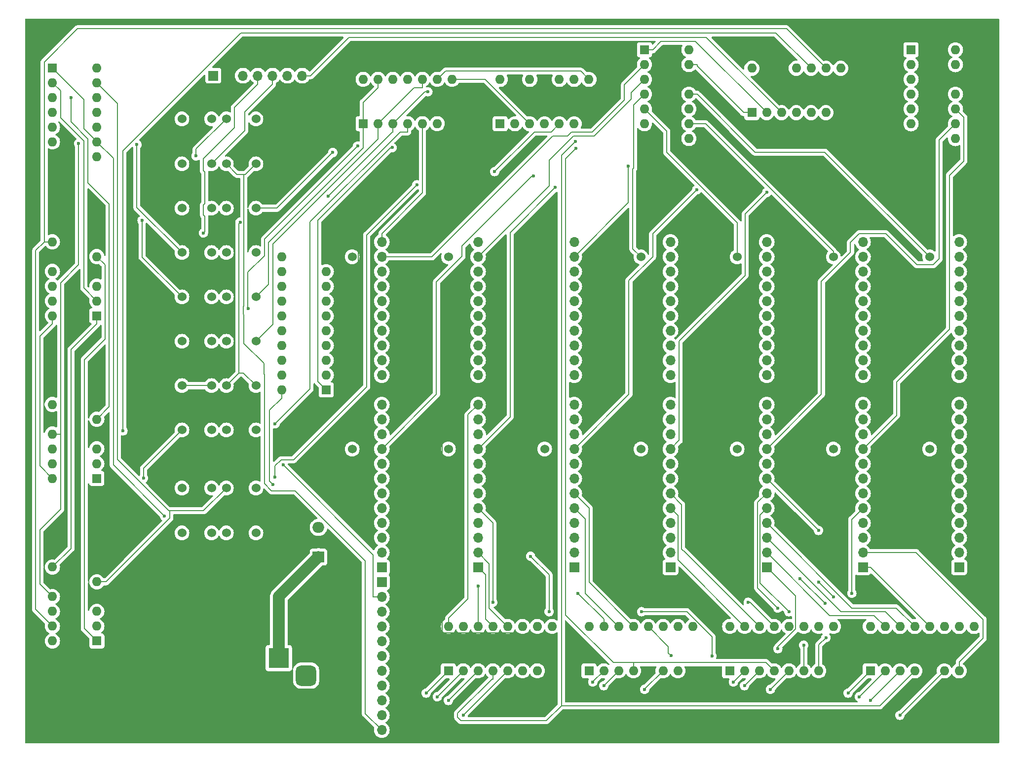
<source format=gbr>
%TF.GenerationSoftware,KiCad,Pcbnew,8.0.2-1*%
%TF.CreationDate,2024-08-04T14:30:48-04:00*%
%TF.ProjectId,bus,6275732e-6b69-4636-9164-5f7063625858,rev?*%
%TF.SameCoordinates,Original*%
%TF.FileFunction,Copper,L2,Bot*%
%TF.FilePolarity,Positive*%
%FSLAX46Y46*%
G04 Gerber Fmt 4.6, Leading zero omitted, Abs format (unit mm)*
G04 Created by KiCad (PCBNEW 8.0.2-1) date 2024-08-04 14:30:48*
%MOMM*%
%LPD*%
G01*
G04 APERTURE LIST*
G04 Aperture macros list*
%AMRoundRect*
0 Rectangle with rounded corners*
0 $1 Rounding radius*
0 $2 $3 $4 $5 $6 $7 $8 $9 X,Y pos of 4 corners*
0 Add a 4 corners polygon primitive as box body*
4,1,4,$2,$3,$4,$5,$6,$7,$8,$9,$2,$3,0*
0 Add four circle primitives for the rounded corners*
1,1,$1+$1,$2,$3*
1,1,$1+$1,$4,$5*
1,1,$1+$1,$6,$7*
1,1,$1+$1,$8,$9*
0 Add four rect primitives between the rounded corners*
20,1,$1+$1,$2,$3,$4,$5,0*
20,1,$1+$1,$4,$5,$6,$7,0*
20,1,$1+$1,$6,$7,$8,$9,0*
20,1,$1+$1,$8,$9,$2,$3,0*%
G04 Aperture macros list end*
%TA.AperFunction,ComponentPad*%
%ADD10C,1.524000*%
%TD*%
%TA.AperFunction,ComponentPad*%
%ADD11R,1.600000X1.600000*%
%TD*%
%TA.AperFunction,ComponentPad*%
%ADD12O,1.600000X1.600000*%
%TD*%
%TA.AperFunction,ComponentPad*%
%ADD13R,1.700000X1.700000*%
%TD*%
%TA.AperFunction,ComponentPad*%
%ADD14O,1.700000X1.700000*%
%TD*%
%TA.AperFunction,ComponentPad*%
%ADD15R,3.500000X3.500000*%
%TD*%
%TA.AperFunction,ComponentPad*%
%ADD16RoundRect,0.750000X1.000000X-0.750000X1.000000X0.750000X-1.000000X0.750000X-1.000000X-0.750000X0*%
%TD*%
%TA.AperFunction,ComponentPad*%
%ADD17RoundRect,0.875000X0.875000X-0.875000X0.875000X0.875000X-0.875000X0.875000X-0.875000X-0.875000X0*%
%TD*%
%TA.AperFunction,ComponentPad*%
%ADD18R,2.000000X1.905000*%
%TD*%
%TA.AperFunction,ComponentPad*%
%ADD19O,2.000000X1.905000*%
%TD*%
%TA.AperFunction,ViaPad*%
%ADD20C,0.600000*%
%TD*%
%TA.AperFunction,Conductor*%
%ADD21C,0.200000*%
%TD*%
%TA.AperFunction,Conductor*%
%ADD22C,2.000000*%
%TD*%
G04 APERTURE END LIST*
D10*
%TO.P,R8,1*%
%TO.N,Net-(U10-GND)*%
X178308000Y-100337500D03*
%TO.P,R8,2*%
%TO.N,Net-(U25-B0)*%
X178308000Y-110497500D03*
%TD*%
D11*
%TO.P,U9,1,0A*%
%TO.N,Net-(U8-OA)*%
X180843000Y-52702500D03*
D12*
%TO.P,U9,2,0B*%
%TO.N,Net-(U8-OB)*%
X183383000Y-52702500D03*
%TO.P,U9,3,Q0*%
%TO.N,Net-(U34-FAULT)*%
X185923000Y-52702500D03*
%TO.P,U9,4,Q1*%
%TO.N,Net-(U26-IN)*%
X188463000Y-52702500D03*
%TO.P,U9,5,1A*%
%TO.N,Net-(U25-OA)*%
X191003000Y-52702500D03*
%TO.P,U9,6,1B*%
%TO.N,Net-(U25-OB)*%
X193543000Y-52702500D03*
%TO.P,U9,7,GND*%
%TO.N,Net-(U10-GND)*%
X196083000Y-52702500D03*
%TO.P,U9,8,2A*%
%TO.N,Net-(U30-4Q)*%
X196083000Y-45082500D03*
%TO.P,U9,9,2B*%
%TO.N,Net-(U14-1Q)*%
X193543000Y-45082500D03*
%TO.P,U9,10,Q2*%
%TO.N,Net-(U31-0CLK)*%
X191003000Y-45082500D03*
%TO.P,U9,11,Q3*%
%TO.N,unconnected-(U9-Q3-Pad11)*%
X188463000Y-45082500D03*
%TO.P,U9,12,3A*%
%TO.N,Net-(U10-GND)*%
X185923000Y-45082500D03*
%TO.P,U9,13,3B*%
X183383000Y-45082500D03*
%TO.P,U9,14,V+*%
%TO.N,Net-(U10-E1)*%
X180843000Y-45082500D03*
%TD*%
D10*
%TO.P,R10,1*%
%TO.N,Net-(U10-GND)*%
X194818000Y-100337500D03*
%TO.P,R10,2*%
%TO.N,Net-(U2-READ_READY)*%
X194818000Y-110497500D03*
%TD*%
D13*
%TO.P,U6,1,READ_0*%
%TO.N,Net-(U12-Y2)*%
X133858000Y-130817500D03*
D14*
%TO.P,U6,2,READ_1*%
%TO.N,Net-(U12-Y3)*%
X133858000Y-128277500D03*
%TO.P,U6,3,READ_2*%
%TO.N,Net-(U13-Y6)*%
X133858000Y-125737500D03*
%TO.P,U6,4,READ_3*%
%TO.N,unconnected-(U6-READ_3-Pad4)*%
X133858000Y-123197500D03*
%TO.P,U6,5,WRITE_0*%
%TO.N,Net-(U10-Y2)*%
X133858000Y-120657500D03*
%TO.P,U6,6,WRITE_1*%
%TO.N,unconnected-(U6-WRITE_1-Pad6)*%
X133858000Y-118117500D03*
%TO.P,U6,7,WRITE_2*%
%TO.N,unconnected-(U6-WRITE_2-Pad7)*%
X133858000Y-115577500D03*
%TO.P,U6,8,WRITE_2*%
%TO.N,unconnected-(U6-WRITE_2-Pad8)*%
X133858000Y-113037500D03*
%TO.P,U6,9,READ_READY*%
%TO.N,Net-(U25-A1)*%
X133858000Y-110497500D03*
%TO.P,U6,10,CLK_A*%
%TO.N,Net-(U14-0CLK)*%
X133858000Y-107957500D03*
%TO.P,U6,11,CLK_B*%
%TO.N,Net-(U2-CLK_B)*%
X133858000Y-105417500D03*
%TO.P,U6,12,V+*%
%TO.N,Net-(U10-E1)*%
X133858000Y-102877500D03*
%TO.P,U6,13,GND*%
%TO.N,Net-(U10-GND)*%
X133858000Y-100337500D03*
%TO.P,U6,14,D0*%
%TO.N,Net-(U15-D0)*%
X133858000Y-97797500D03*
%TO.P,U6,15,D1*%
%TO.N,Net-(U15-D1)*%
X133858000Y-95257500D03*
%TO.P,U6,16,D2*%
%TO.N,Net-(U15-D2)*%
X133858000Y-92717500D03*
%TO.P,U6,17,D3*%
%TO.N,Net-(U15-D3)*%
X133858000Y-90177500D03*
%TO.P,U6,18,D4*%
%TO.N,Net-(U15-D4)*%
X133858000Y-87637500D03*
%TO.P,U6,19,D5*%
%TO.N,Net-(U15-D5)*%
X133858000Y-85097500D03*
%TO.P,U6,20,D6*%
%TO.N,Net-(U15-D6)*%
X133858000Y-82557500D03*
%TO.P,U6,21,D7*%
%TO.N,Net-(U15-D7)*%
X133858000Y-80017500D03*
%TO.P,U6,22,FAULT*%
%TO.N,Net-(U6-FAULT)*%
X133858000Y-77477500D03*
%TO.P,U6,23,ENABLE*%
%TO.N,Net-(U16-2B)*%
X133858000Y-74937500D03*
%TD*%
D10*
%TO.P,U22,1,IN*%
%TO.N,Net-(U22-IN)*%
X83058000Y-107222500D03*
X88138000Y-107222500D03*
%TO.P,U22,2,GND*%
%TO.N,Net-(U10-GND)*%
X83058000Y-109762500D03*
X85598000Y-109762500D03*
%TO.P,U22,3,OUT*%
%TO.N,Net-(U1-Done)*%
X90678000Y-107222500D03*
X95758000Y-107222500D03*
%TD*%
%TO.P,U33,1,IN*%
%TO.N,Net-(U33-IN)*%
X83058000Y-61502500D03*
X88138000Y-61502500D03*
%TO.P,U33,2,GND*%
%TO.N,Net-(U10-GND)*%
X83058000Y-64042500D03*
X85598000Y-64042500D03*
%TO.P,U33,3,OUT*%
%TO.N,Net-(U1-Start)*%
X90678000Y-61502500D03*
X95758000Y-61502500D03*
%TD*%
%TO.P,U26,1,IN*%
%TO.N,Net-(U26-IN)*%
X83058000Y-117182500D03*
X88138000Y-117182500D03*
%TO.P,U26,2,GND*%
%TO.N,Net-(U10-GND)*%
X83058000Y-119722500D03*
X85598000Y-119722500D03*
%TO.P,U26,3,OUT*%
%TO.N,Net-(U14-0D)*%
X90678000Y-117182500D03*
X95758000Y-117182500D03*
%TD*%
D13*
%TO.P,U3,1,READ_0*%
%TO.N,Net-(U12-Y7)*%
X183388000Y-130817500D03*
D14*
%TO.P,U3,2,READ_1*%
%TO.N,Net-(U13-Y0)*%
X183388000Y-128277500D03*
%TO.P,U3,3,READ_2*%
%TO.N,Net-(U13-Y1)*%
X183388000Y-125737500D03*
%TO.P,U3,4,READ_3*%
%TO.N,Net-(U13-Y2)*%
X183388000Y-123197500D03*
%TO.P,U3,5,WRITE_0*%
%TO.N,Net-(U10-Y4)*%
X183388000Y-120657500D03*
%TO.P,U3,6,WRITE_1*%
%TO.N,Net-(U10-Y5)*%
X183388000Y-118117500D03*
%TO.P,U3,7,WRITE_2*%
%TO.N,Net-(U10-Y6)*%
X183388000Y-115577500D03*
%TO.P,U3,8,WRITE_2*%
%TO.N,Net-(U10-Y7)*%
X183388000Y-113037500D03*
%TO.P,U3,9,READ_READY*%
%TO.N,Net-(U25-B0)*%
X183388000Y-110497500D03*
%TO.P,U3,10,CLK_A*%
%TO.N,Net-(U14-0CLK)*%
X183388000Y-107957500D03*
%TO.P,U3,11,CLK_B*%
%TO.N,Net-(U2-CLK_B)*%
X183388000Y-105417500D03*
%TO.P,U3,12,V+*%
%TO.N,Net-(U10-E1)*%
X183388000Y-102877500D03*
%TO.P,U3,13,GND*%
%TO.N,Net-(U10-GND)*%
X183388000Y-100337500D03*
%TO.P,U3,14,D0*%
%TO.N,Net-(U15-D0)*%
X183388000Y-97797500D03*
%TO.P,U3,15,D1*%
%TO.N,Net-(U15-D1)*%
X183388000Y-95257500D03*
%TO.P,U3,16,D2*%
%TO.N,Net-(U15-D2)*%
X183388000Y-92717500D03*
%TO.P,U3,17,D3*%
%TO.N,Net-(U15-D3)*%
X183388000Y-90177500D03*
%TO.P,U3,18,D4*%
%TO.N,Net-(U15-D4)*%
X183388000Y-87637500D03*
%TO.P,U3,19,D5*%
%TO.N,Net-(U15-D5)*%
X183388000Y-85097500D03*
%TO.P,U3,20,D6*%
%TO.N,Net-(U15-D6)*%
X183388000Y-82557500D03*
%TO.P,U3,21,D7*%
%TO.N,Net-(U15-D7)*%
X183388000Y-80017500D03*
%TO.P,U3,22,FAULT*%
%TO.N,Net-(U3-FAULT)*%
X183388000Y-77477500D03*
%TO.P,U3,23,ENABLE*%
%TO.N,Net-(U16-2B)*%
X183388000Y-74937500D03*
%TD*%
D11*
%TO.P,U23,1,I0*%
%TO.N,Net-(U16-3Q)*%
X137653000Y-54612500D03*
D12*
%TO.P,U23,2,O0*%
%TO.N,Net-(U15-OE#)*%
X140193000Y-54612500D03*
%TO.P,U23,3,I1*%
%TO.N,Net-(U16-4Q)*%
X142733000Y-54612500D03*
%TO.P,U23,4,O1*%
%TO.N,Net-(U10-E2#)*%
X145273000Y-54612500D03*
%TO.P,U23,5,I2*%
%TO.N,Net-(U21-OUT)*%
X147813000Y-54612500D03*
%TO.P,U23,6,O2*%
%TO.N,Net-(U12-E2#)*%
X150353000Y-54612500D03*
%TO.P,U23,7,GND*%
%TO.N,Net-(U10-GND)*%
X152893000Y-54612500D03*
%TO.P,U23,8,03*%
%TO.N,Net-(U16-3B)*%
X152893000Y-46992500D03*
%TO.P,U23,9,I3*%
%TO.N,Net-(U16-1Q)*%
X150353000Y-46992500D03*
%TO.P,U23,10,O4*%
%TO.N,unconnected-(U23-O4-Pad10)*%
X147813000Y-46992500D03*
%TO.P,U23,11,I4*%
%TO.N,Net-(U10-GND)*%
X145273000Y-46992500D03*
%TO.P,U23,12,O5*%
%TO.N,unconnected-(U23-O5-Pad12)*%
X142733000Y-46992500D03*
%TO.P,U23,13,I5*%
%TO.N,Net-(U10-GND)*%
X140193000Y-46992500D03*
%TO.P,U23,14,V+*%
%TO.N,Net-(U10-E1)*%
X137653000Y-46992500D03*
%TD*%
D11*
%TO.P,U28,1,0Q*%
%TO.N,Net-(U14-1D)*%
X68453000Y-87587500D03*
D12*
%TO.P,U28,2,0Q#*%
%TO.N,Net-(U28-0Q#)*%
X68453000Y-85047500D03*
%TO.P,U28,3,0CLK*%
%TO.N,Net-(U2-CLK_B)*%
X68453000Y-82507500D03*
%TO.P,U28,4,0RESET*%
%TO.N,Net-(U10-GND)*%
X68453000Y-79967500D03*
%TO.P,U28,5,0D*%
%TO.N,Net-(U14-0Q)*%
X68453000Y-77427500D03*
%TO.P,U28,6,0SET*%
%TO.N,Net-(U10-GND)*%
X68453000Y-74887500D03*
%TO.P,U28,7,GND*%
X68453000Y-72347500D03*
%TO.P,U28,8,1SET*%
X60833000Y-72347500D03*
%TO.P,U28,9,1D*%
%TO.N,Net-(U14-1Q)*%
X60833000Y-74887500D03*
%TO.P,U28,10,1RESET*%
%TO.N,Net-(U10-GND)*%
X60833000Y-77427500D03*
%TO.P,U28,11,1CLK*%
%TO.N,Net-(U2-CLK_B)*%
X60833000Y-79967500D03*
%TO.P,U28,12,1Q3*%
%TO.N,unconnected-(U28-1Q3-Pad12)*%
X60833000Y-82507500D03*
%TO.P,U28,13,1Q*%
%TO.N,Net-(U21-IN)*%
X60833000Y-85047500D03*
%TO.P,U28,14,V+*%
%TO.N,Net-(U10-E1)*%
X60833000Y-87587500D03*
%TD*%
D13*
%TO.P,U34,1,V+*%
%TO.N,Net-(U10-E1)*%
X88448000Y-46357500D03*
D14*
%TO.P,U34,2,GND*%
%TO.N,Net-(U10-GND)*%
X90988000Y-46357500D03*
%TO.P,U34,3,A_CLK*%
%TO.N,Net-(U14-0CLK)*%
X93528000Y-46357500D03*
%TO.P,U34,4,B_CLK*%
%TO.N,Net-(U2-CLK_B)*%
X96068000Y-46357500D03*
%TO.P,U34,5,START*%
%TO.N,Net-(U33-IN)*%
X98608000Y-46357500D03*
%TO.P,U34,6,ENABLE*%
%TO.N,Net-(U32-IN)*%
X101148000Y-46357500D03*
%TO.P,U34,7,FAULT*%
%TO.N,Net-(U34-FAULT)*%
X103688000Y-46357500D03*
%TD*%
D10*
%TO.P,R6,1*%
%TO.N,Net-(U10-GND)*%
X161798000Y-100337500D03*
%TO.P,R6,2*%
%TO.N,Net-(U25-A3)*%
X161798000Y-110497500D03*
%TD*%
%TO.P,R4,1*%
%TO.N,Net-(U10-GND)*%
X112268000Y-100337500D03*
%TO.P,R4,2*%
%TO.N,Net-(U25-A0)*%
X112268000Y-110497500D03*
%TD*%
D11*
%TO.P,U31,1,0Q*%
%TO.N,Net-(U16-2A)*%
X68453000Y-115527500D03*
D12*
%TO.P,U31,2,0Q#*%
%TO.N,unconnected-(U31-0Q#-Pad2)*%
X68453000Y-112987500D03*
%TO.P,U31,3,0CLK*%
%TO.N,Net-(U31-0CLK)*%
X68453000Y-110447500D03*
%TO.P,U31,4,0RESET*%
%TO.N,Net-(U10-GND)*%
X68453000Y-107907500D03*
%TO.P,U31,5,0D*%
%TO.N,Net-(U30-1Q)*%
X68453000Y-105367500D03*
%TO.P,U31,6,0SET*%
%TO.N,Net-(U10-GND)*%
X68453000Y-102827500D03*
%TO.P,U31,7,GND*%
X68453000Y-100287500D03*
%TO.P,U31,8,1SET*%
X60833000Y-100287500D03*
%TO.P,U31,9,1D*%
%TO.N,Net-(U21-IN)*%
X60833000Y-102827500D03*
%TO.P,U31,10,1RESET*%
%TO.N,Net-(U10-GND)*%
X60833000Y-105367500D03*
%TO.P,U31,11,1CLK*%
%TO.N,Net-(U14-0CLK)*%
X60833000Y-107907500D03*
%TO.P,U31,12,1Q3*%
%TO.N,unconnected-(U31-1Q3-Pad12)*%
X60833000Y-110447500D03*
%TO.P,U31,13,1Q*%
%TO.N,Net-(U22-IN)*%
X60833000Y-112987500D03*
%TO.P,U31,14,V+*%
%TO.N,Net-(U10-E1)*%
X60833000Y-115527500D03*
%TD*%
D13*
%TO.P,U7,1,READ_0*%
%TO.N,Net-(U12-Y4)*%
X117348000Y-130802500D03*
D14*
%TO.P,U7,2,READ_1*%
%TO.N,Net-(U12-Y5)*%
X117348000Y-128262500D03*
%TO.P,U7,3,READ_2*%
%TO.N,Net-(U12-Y6)*%
X117348000Y-125722500D03*
%TO.P,U7,4,READ_3*%
%TO.N,unconnected-(U7-READ_3-Pad4)*%
X117348000Y-123182500D03*
%TO.P,U7,5,WRITE_0*%
%TO.N,Net-(U10-Y3)*%
X117348000Y-120642500D03*
%TO.P,U7,6,WRITE_1*%
%TO.N,unconnected-(U7-WRITE_1-Pad6)*%
X117348000Y-118102500D03*
%TO.P,U7,7,WRITE_2*%
%TO.N,unconnected-(U7-WRITE_2-Pad7)*%
X117348000Y-115562500D03*
%TO.P,U7,8,WRITE_2*%
%TO.N,unconnected-(U7-WRITE_2-Pad8)*%
X117348000Y-113022500D03*
%TO.P,U7,9,READ_READY*%
%TO.N,Net-(U25-A0)*%
X117348000Y-110482500D03*
%TO.P,U7,10,CLK_A*%
%TO.N,Net-(U14-0CLK)*%
X117348000Y-107942500D03*
%TO.P,U7,11,CLK_B*%
%TO.N,Net-(U2-CLK_B)*%
X117348000Y-105402500D03*
%TO.P,U7,12,V+*%
%TO.N,Net-(U10-E1)*%
X117348000Y-102862500D03*
%TO.P,U7,13,GND*%
%TO.N,Net-(U10-GND)*%
X117348000Y-100322500D03*
%TO.P,U7,14,D0*%
%TO.N,Net-(U15-D0)*%
X117348000Y-97782500D03*
%TO.P,U7,15,D1*%
%TO.N,Net-(U15-D1)*%
X117348000Y-95242500D03*
%TO.P,U7,16,D2*%
%TO.N,Net-(U15-D2)*%
X117348000Y-92702500D03*
%TO.P,U7,17,D3*%
%TO.N,Net-(U15-D3)*%
X117348000Y-90162500D03*
%TO.P,U7,18,D4*%
%TO.N,Net-(U15-D4)*%
X117348000Y-87622500D03*
%TO.P,U7,19,D5*%
%TO.N,Net-(U15-D5)*%
X117348000Y-85082500D03*
%TO.P,U7,20,D6*%
%TO.N,Net-(U15-D6)*%
X117348000Y-82542500D03*
%TO.P,U7,21,D7*%
%TO.N,Net-(U15-D7)*%
X117348000Y-80002500D03*
%TO.P,U7,22,FAULT*%
%TO.N,Net-(U7-FAULT)*%
X117348000Y-77462500D03*
%TO.P,U7,23,ENABLE*%
%TO.N,Net-(U16-2B)*%
X117348000Y-74922500D03*
%TD*%
D10*
%TO.P,U19,1,IN*%
%TO.N,Net-(U19-IN)*%
X83058000Y-84362500D03*
X88138000Y-84362500D03*
%TO.P,U19,2,GND*%
%TO.N,Net-(U10-GND)*%
X83058000Y-86902500D03*
X85598000Y-86902500D03*
%TO.P,U19,3,OUT*%
%TO.N,Net-(U16-1A)*%
X90678000Y-84362500D03*
X95758000Y-84362500D03*
%TD*%
D11*
%TO.P,U15,1,OE#*%
%TO.N,Net-(U15-OE#)*%
X107823000Y-100332500D03*
D12*
%TO.P,U15,2,D0*%
%TO.N,Net-(U15-D0)*%
X107823000Y-97792500D03*
%TO.P,U15,3,D1*%
%TO.N,Net-(U15-D1)*%
X107823000Y-95252500D03*
%TO.P,U15,4,D2*%
%TO.N,Net-(U15-D2)*%
X107823000Y-92712500D03*
%TO.P,U15,5,D3*%
%TO.N,Net-(U15-D3)*%
X107823000Y-90172500D03*
%TO.P,U15,6,D4*%
%TO.N,Net-(U15-D4)*%
X107823000Y-87632500D03*
%TO.P,U15,7,D5*%
%TO.N,Net-(U15-D5)*%
X107823000Y-85092500D03*
%TO.P,U15,8,D6*%
%TO.N,Net-(U15-D6)*%
X107823000Y-82552500D03*
%TO.P,U15,9,D7*%
%TO.N,Net-(U15-D7)*%
X107823000Y-80012500D03*
%TO.P,U15,10,GND*%
%TO.N,Net-(U10-GND)*%
X107823000Y-77472500D03*
%TO.P,U15,11,CLK*%
%TO.N,Net-(U15-CLK)*%
X100203000Y-77472500D03*
%TO.P,U15,12,Q7*%
%TO.N,Net-(U15-D7)*%
X100203000Y-80012500D03*
%TO.P,U15,13,Q6*%
%TO.N,Net-(U15-D6)*%
X100203000Y-82552500D03*
%TO.P,U15,14,Q5*%
%TO.N,Net-(U15-D5)*%
X100203000Y-85092500D03*
%TO.P,U15,15,Q4*%
%TO.N,Net-(U15-D4)*%
X100203000Y-87632500D03*
%TO.P,U15,16,Q3*%
%TO.N,Net-(U15-D3)*%
X100203000Y-90172500D03*
%TO.P,U15,17,Q2*%
%TO.N,Net-(U15-D2)*%
X100203000Y-92712500D03*
%TO.P,U15,18,Q1*%
%TO.N,Net-(U15-D1)*%
X100203000Y-95252500D03*
%TO.P,U15,19,Q0*%
%TO.N,Net-(U15-D0)*%
X100203000Y-97792500D03*
%TO.P,U15,20,V+*%
%TO.N,Net-(U10-E1)*%
X100203000Y-100332500D03*
%TD*%
D10*
%TO.P,U20,1,IN*%
%TO.N,Net-(U16-2Q)*%
X83058000Y-91982500D03*
X88138000Y-91982500D03*
%TO.P,U20,2,GND*%
%TO.N,Net-(U10-GND)*%
X83058000Y-94522500D03*
X85598000Y-94522500D03*
%TO.P,U20,3,OUT*%
%TO.N,Net-(U16-1B)*%
X90678000Y-91982500D03*
X95758000Y-91982500D03*
%TD*%
D11*
%TO.P,U13,1,A0*%
%TO.N,Net-(U1-RA0)*%
X201168000Y-148597500D03*
D12*
%TO.P,U13,2,A1*%
%TO.N,Net-(U1-RA1)*%
X203708000Y-148597500D03*
%TO.P,U13,3,A2*%
%TO.N,Net-(U1-RA2)*%
X206248000Y-148597500D03*
%TO.P,U13,4,E2#*%
%TO.N,Net-(U12-E2#)*%
X208788000Y-148597500D03*
%TO.P,U13,5,E3#*%
%TO.N,Net-(U10-GND)*%
X211328000Y-148597500D03*
%TO.P,U13,6,E1*%
%TO.N,Net-(U1-RA3)*%
X213868000Y-148597500D03*
%TO.P,U13,7,Y7*%
%TO.N,Net-(U13-Y7)*%
X216408000Y-148597500D03*
%TO.P,U13,8,GND*%
%TO.N,Net-(U10-GND)*%
X218948000Y-148597500D03*
%TO.P,U13,9,Y6*%
%TO.N,Net-(U13-Y6)*%
X218948000Y-140977500D03*
%TO.P,U13,10,Y5*%
%TO.N,Net-(U13-Y5)*%
X216408000Y-140977500D03*
%TO.P,U13,11,Y4*%
%TO.N,Net-(U13-Y4)*%
X213868000Y-140977500D03*
%TO.P,U13,12,Y3*%
%TO.N,Net-(U13-Y3)*%
X211328000Y-140977500D03*
%TO.P,U13,13,Y2*%
%TO.N,Net-(U13-Y2)*%
X208788000Y-140977500D03*
%TO.P,U13,14,Y1*%
%TO.N,Net-(U13-Y1)*%
X206248000Y-140977500D03*
%TO.P,U13,15,Y0*%
%TO.N,Net-(U13-Y0)*%
X203708000Y-140977500D03*
%TO.P,U13,16,V+*%
%TO.N,Net-(U10-E1)*%
X201168000Y-140977500D03*
%TD*%
D11*
%TO.P,U11,1,A0*%
%TO.N,Net-(U1-WA0)*%
X152908000Y-148587500D03*
D12*
%TO.P,U11,2,A1*%
%TO.N,Net-(U1-WA1)*%
X155448000Y-148587500D03*
%TO.P,U11,3,A2*%
%TO.N,Net-(U1-WA2)*%
X157988000Y-148587500D03*
%TO.P,U11,4,E2#*%
%TO.N,Net-(U10-E2#)*%
X160528000Y-148587500D03*
%TO.P,U11,5,E3#*%
%TO.N,Net-(U10-GND)*%
X163068000Y-148587500D03*
%TO.P,U11,6,E1*%
%TO.N,Net-(U1-WA3)*%
X165608000Y-148587500D03*
%TO.P,U11,7,Y7*%
%TO.N,unconnected-(U11-Y7-Pad7)*%
X168148000Y-148587500D03*
%TO.P,U11,8,GND*%
%TO.N,Net-(U10-GND)*%
X170688000Y-148587500D03*
%TO.P,U11,9,Y6*%
%TO.N,unconnected-(U11-Y6-Pad9)*%
X170688000Y-140967500D03*
%TO.P,U11,10,Y5*%
%TO.N,unconnected-(U11-Y5-Pad10)*%
X168148000Y-140967500D03*
%TO.P,U11,11,Y4*%
%TO.N,unconnected-(U11-Y4-Pad11)*%
X165608000Y-140967500D03*
%TO.P,U11,12,Y3*%
%TO.N,Net-(U11-Y3)*%
X163068000Y-140967500D03*
%TO.P,U11,13,Y2*%
%TO.N,Net-(U11-Y2)*%
X160528000Y-140967500D03*
%TO.P,U11,14,Y1*%
%TO.N,Net-(U11-Y1)*%
X157988000Y-140967500D03*
%TO.P,U11,15,Y0*%
%TO.N,Net-(U11-Y0)*%
X155448000Y-140967500D03*
%TO.P,U11,16,V+*%
%TO.N,Net-(U10-E1)*%
X152908000Y-140967500D03*
%TD*%
D10*
%TO.P,R11,1*%
%TO.N,Net-(U2-FAULT)*%
X194818000Y-77477500D03*
%TO.P,R11,2*%
%TO.N,Net-(U10-GND)*%
X194818000Y-67317500D03*
%TD*%
D15*
%TO.P,J1,1*%
%TO.N,Net-(U29-IN)*%
X99682500Y-146402500D03*
D16*
%TO.P,J1,2*%
%TO.N,Net-(U10-GND)*%
X99682500Y-152402500D03*
D17*
%TO.P,J1,3*%
%TO.N,N/C*%
X104382500Y-149402500D03*
%TD*%
D10*
%TO.P,U27,1,IN*%
%TO.N,Net-(U1-Move)*%
X83058000Y-124902500D03*
X88138000Y-124902500D03*
%TO.P,U27,2,GND*%
%TO.N,Net-(U10-GND)*%
X83058000Y-127442500D03*
X85598000Y-127442500D03*
%TO.P,U27,3,OUT*%
%TO.N,Net-(U27-OUT)*%
X90678000Y-124902500D03*
X95758000Y-124902500D03*
%TD*%
%TO.P,R9,1*%
%TO.N,Net-(U3-FAULT)*%
X178308000Y-77477500D03*
%TO.P,R9,2*%
%TO.N,Net-(U10-GND)*%
X178308000Y-67317500D03*
%TD*%
D13*
%TO.P,U5,1,READ_0*%
%TO.N,unconnected-(U5-READ_0-Pad1)*%
X150368000Y-130802500D03*
D14*
%TO.P,U5,2,READ_1*%
%TO.N,unconnected-(U5-READ_1-Pad2)*%
X150368000Y-128262500D03*
%TO.P,U5,3,READ_2*%
%TO.N,unconnected-(U5-READ_2-Pad3)*%
X150368000Y-125722500D03*
%TO.P,U5,4,READ_3*%
%TO.N,unconnected-(U5-READ_3-Pad4)*%
X150368000Y-123182500D03*
%TO.P,U5,5,WRITE_0*%
%TO.N,Net-(U11-Y1)*%
X150368000Y-120642500D03*
%TO.P,U5,6,WRITE_1*%
%TO.N,Net-(U11-Y2)*%
X150368000Y-118102500D03*
%TO.P,U5,7,WRITE_2*%
%TO.N,unconnected-(U5-WRITE_2-Pad7)*%
X150368000Y-115562500D03*
%TO.P,U5,8,WRITE_2*%
%TO.N,unconnected-(U5-WRITE_2-Pad8)*%
X150368000Y-113022500D03*
%TO.P,U5,9,READ_READY*%
%TO.N,Net-(U25-A2)*%
X150368000Y-110482500D03*
%TO.P,U5,10,CLK_A*%
%TO.N,Net-(U14-0CLK)*%
X150368000Y-107942500D03*
%TO.P,U5,11,CLK_B*%
%TO.N,Net-(U2-CLK_B)*%
X150368000Y-105402500D03*
%TO.P,U5,12,V+*%
%TO.N,Net-(U10-E1)*%
X150368000Y-102862500D03*
%TO.P,U5,13,GND*%
%TO.N,Net-(U10-GND)*%
X150368000Y-100322500D03*
%TO.P,U5,14,D0*%
%TO.N,Net-(U15-D0)*%
X150368000Y-97782500D03*
%TO.P,U5,15,D1*%
%TO.N,Net-(U15-D1)*%
X150368000Y-95242500D03*
%TO.P,U5,16,D2*%
%TO.N,Net-(U15-D2)*%
X150368000Y-92702500D03*
%TO.P,U5,17,D3*%
%TO.N,Net-(U15-D3)*%
X150368000Y-90162500D03*
%TO.P,U5,18,D4*%
%TO.N,Net-(U15-D4)*%
X150368000Y-87622500D03*
%TO.P,U5,19,D5*%
%TO.N,Net-(U15-D5)*%
X150368000Y-85082500D03*
%TO.P,U5,20,D6*%
%TO.N,Net-(U15-D6)*%
X150368000Y-82542500D03*
%TO.P,U5,21,D7*%
%TO.N,Net-(U15-D7)*%
X150368000Y-80002500D03*
%TO.P,U5,22,FAULT*%
%TO.N,Net-(U34-FAULT)*%
X150368000Y-77462500D03*
%TO.P,U5,23,ENABLE*%
%TO.N,Net-(U16-2B)*%
X150368000Y-74922500D03*
%TD*%
D10*
%TO.P,R7,1*%
%TO.N,Net-(U4-FAULT)*%
X161798000Y-77477500D03*
%TO.P,R7,2*%
%TO.N,Net-(U10-GND)*%
X161798000Y-67317500D03*
%TD*%
%TO.P,R14,1*%
%TO.N,Net-(U24-FAULT)*%
X211328000Y-77477500D03*
%TO.P,R14,2*%
%TO.N,Net-(U10-GND)*%
X211328000Y-67317500D03*
%TD*%
D11*
%TO.P,U10,1,A0*%
%TO.N,Net-(U1-WA0)*%
X177053000Y-148587500D03*
D12*
%TO.P,U10,2,A1*%
%TO.N,Net-(U1-WA1)*%
X179593000Y-148587500D03*
%TO.P,U10,3,A2*%
%TO.N,Net-(U1-WA2)*%
X182133000Y-148587500D03*
%TO.P,U10,4,E2#*%
%TO.N,Net-(U10-E2#)*%
X184673000Y-148587500D03*
%TO.P,U10,5,E3#*%
%TO.N,Net-(U1-WA3)*%
X187213000Y-148587500D03*
%TO.P,U10,6,E1*%
%TO.N,Net-(U10-E1)*%
X189753000Y-148587500D03*
%TO.P,U10,7,Y7*%
%TO.N,Net-(U10-Y7)*%
X192293000Y-148587500D03*
%TO.P,U10,8,GND*%
%TO.N,Net-(U10-GND)*%
X194833000Y-148587500D03*
%TO.P,U10,9,Y6*%
%TO.N,Net-(U10-Y6)*%
X194833000Y-140967500D03*
%TO.P,U10,10,Y5*%
%TO.N,Net-(U10-Y5)*%
X192293000Y-140967500D03*
%TO.P,U10,11,Y4*%
%TO.N,Net-(U10-Y4)*%
X189753000Y-140967500D03*
%TO.P,U10,12,Y3*%
%TO.N,Net-(U10-Y3)*%
X187213000Y-140967500D03*
%TO.P,U10,13,Y2*%
%TO.N,Net-(U10-Y2)*%
X184673000Y-140967500D03*
%TO.P,U10,14,Y1*%
%TO.N,Net-(U10-Y1)*%
X182133000Y-140967500D03*
%TO.P,U10,15,Y0*%
%TO.N,Net-(U10-Y0)*%
X179593000Y-140967500D03*
%TO.P,U10,16,V+*%
%TO.N,Net-(U10-E1)*%
X177053000Y-140967500D03*
%TD*%
D11*
%TO.P,U25,1,OB*%
%TO.N,Net-(U25-OB)*%
X208153000Y-41917500D03*
D12*
%TO.P,U25,2,A0*%
%TO.N,Net-(U25-A0)*%
X208153000Y-44457500D03*
%TO.P,U25,3,A1*%
%TO.N,Net-(U25-A1)*%
X208153000Y-46997500D03*
%TO.P,U25,4,A2*%
%TO.N,Net-(U25-A2)*%
X208153000Y-49537500D03*
%TO.P,U25,5,A3*%
%TO.N,Net-(U25-A3)*%
X208153000Y-52077500D03*
%TO.P,U25,6,NC*%
%TO.N,unconnected-(U25-NC-Pad6)*%
X208153000Y-54617500D03*
%TO.P,U25,7,GND*%
%TO.N,Net-(U10-GND)*%
X208153000Y-57157500D03*
%TO.P,U25,8,NC*%
%TO.N,unconnected-(U25-NC-Pad8)*%
X215773000Y-57157500D03*
%TO.P,U25,9,B0*%
%TO.N,Net-(U25-B0)*%
X215773000Y-54617500D03*
%TO.P,U25,10,B1*%
%TO.N,Net-(U2-READ_READY)*%
X215773000Y-52077500D03*
%TO.P,U25,11,B2*%
%TO.N,Net-(U24-READ_READY)*%
X215773000Y-49537500D03*
%TO.P,U25,12,B3*%
%TO.N,Net-(U10-GND)*%
X215773000Y-46997500D03*
%TO.P,U25,13,OA*%
%TO.N,Net-(U25-OA)*%
X215773000Y-44457500D03*
%TO.P,U25,14,V+*%
%TO.N,Net-(U10-E1)*%
X215773000Y-41917500D03*
%TD*%
D11*
%TO.P,U16,1,1A*%
%TO.N,Net-(U16-1A)*%
X114163000Y-54607500D03*
D12*
%TO.P,U16,2,1B*%
%TO.N,Net-(U16-1B)*%
X116703000Y-54607500D03*
%TO.P,U16,3,1Q*%
%TO.N,Net-(U16-1Q)*%
X119243000Y-54607500D03*
%TO.P,U16,4,2A*%
%TO.N,Net-(U16-2A)*%
X121783000Y-54607500D03*
%TO.P,U16,5,2B*%
%TO.N,Net-(U16-2B)*%
X124323000Y-54607500D03*
%TO.P,U16,6,2Q*%
%TO.N,Net-(U16-2Q)*%
X126863000Y-54607500D03*
%TO.P,U16,7,GND*%
%TO.N,Net-(U10-GND)*%
X129403000Y-54607500D03*
%TO.P,U16,8,4Q*%
%TO.N,Net-(U16-4Q)*%
X129403000Y-46987500D03*
%TO.P,U16,9,4B*%
%TO.N,Net-(U16-3B)*%
X126863000Y-46987500D03*
%TO.P,U16,10,4A*%
%TO.N,Net-(U16-1B)*%
X124323000Y-46987500D03*
%TO.P,U16,11,3Q*%
%TO.N,Net-(U16-3Q)*%
X121783000Y-46987500D03*
%TO.P,U16,12,3B*%
%TO.N,Net-(U16-3B)*%
X119243000Y-46987500D03*
%TO.P,U16,13,3A*%
%TO.N,Net-(U16-1A)*%
X116703000Y-46987500D03*
%TO.P,U16,14,V+*%
%TO.N,Net-(U10-E1)*%
X114163000Y-46987500D03*
%TD*%
D10*
%TO.P,R1,1*%
%TO.N,Net-(U7-FAULT)*%
X112268000Y-77462500D03*
%TO.P,R1,2*%
%TO.N,Net-(U10-GND)*%
X112268000Y-67302500D03*
%TD*%
D13*
%TO.P,U2,1,READ_0*%
%TO.N,Net-(U13-Y3)*%
X199898000Y-130817500D03*
D14*
%TO.P,U2,2,READ_1*%
%TO.N,Net-(U13-Y7)*%
X199898000Y-128277500D03*
%TO.P,U2,3,READ_2*%
%TO.N,unconnected-(U2-READ_2-Pad3)*%
X199898000Y-125737500D03*
%TO.P,U2,4,READ_3*%
%TO.N,unconnected-(U2-READ_3-Pad4)*%
X199898000Y-123197500D03*
%TO.P,U2,5,WRITE_0*%
%TO.N,Net-(U11-Y0)*%
X199898000Y-120657500D03*
%TO.P,U2,6,WRITE_1*%
%TO.N,Net-(U11-Y3)*%
X199898000Y-118117500D03*
%TO.P,U2,7,WRITE_2*%
%TO.N,unconnected-(U2-WRITE_2-Pad7)*%
X199898000Y-115577500D03*
%TO.P,U2,8,WRITE_2*%
%TO.N,unconnected-(U2-WRITE_2-Pad8)*%
X199898000Y-113037500D03*
%TO.P,U2,9,READ_READY*%
%TO.N,Net-(U2-READ_READY)*%
X199898000Y-110497500D03*
%TO.P,U2,10,CLK_A*%
%TO.N,Net-(U14-0CLK)*%
X199898000Y-107957500D03*
%TO.P,U2,11,CLK_B*%
%TO.N,Net-(U2-CLK_B)*%
X199898000Y-105417500D03*
%TO.P,U2,12,V+*%
%TO.N,Net-(U10-E1)*%
X199898000Y-102877500D03*
%TO.P,U2,13,GND*%
%TO.N,Net-(U10-GND)*%
X199898000Y-100337500D03*
%TO.P,U2,14,D0*%
%TO.N,Net-(U15-D0)*%
X199898000Y-97797500D03*
%TO.P,U2,15,D1*%
%TO.N,Net-(U15-D1)*%
X199898000Y-95257500D03*
%TO.P,U2,16,D2*%
%TO.N,Net-(U15-D2)*%
X199898000Y-92717500D03*
%TO.P,U2,17,D3*%
%TO.N,Net-(U15-D3)*%
X199898000Y-90177500D03*
%TO.P,U2,18,D4*%
%TO.N,Net-(U15-D4)*%
X199898000Y-87637500D03*
%TO.P,U2,19,D5*%
%TO.N,Net-(U15-D5)*%
X199898000Y-85097500D03*
%TO.P,U2,20,D6*%
%TO.N,Net-(U15-D6)*%
X199898000Y-82557500D03*
%TO.P,U2,21,D7*%
%TO.N,Net-(U15-D7)*%
X199898000Y-80017500D03*
%TO.P,U2,22,FAULT*%
%TO.N,Net-(U2-FAULT)*%
X199898000Y-77477500D03*
%TO.P,U2,23,ENABLE*%
%TO.N,Net-(U16-2B)*%
X199898000Y-74937500D03*
%TD*%
D10*
%TO.P,R3,1*%
%TO.N,Net-(U6-FAULT)*%
X128778000Y-77477500D03*
%TO.P,R3,2*%
%TO.N,Net-(U10-GND)*%
X128778000Y-67317500D03*
%TD*%
D13*
%TO.P,U4,1,READ_0*%
%TO.N,Net-(U12-Y1)*%
X166878000Y-130817500D03*
D14*
%TO.P,U4,2,READ_1*%
%TO.N,Net-(U13-Y4)*%
X166878000Y-128277500D03*
%TO.P,U4,3,READ_2*%
%TO.N,Net-(U13-Y5)*%
X166878000Y-125737500D03*
%TO.P,U4,4,READ_3*%
%TO.N,unconnected-(U4-READ_3-Pad4)*%
X166878000Y-123197500D03*
%TO.P,U4,5,WRITE_0*%
%TO.N,Net-(U10-Y0)*%
X166878000Y-120657500D03*
%TO.P,U4,6,WRITE_1*%
%TO.N,Net-(U10-Y1)*%
X166878000Y-118117500D03*
%TO.P,U4,7,WRITE_2*%
%TO.N,unconnected-(U4-WRITE_2-Pad7)*%
X166878000Y-115577500D03*
%TO.P,U4,8,WRITE_2*%
%TO.N,unconnected-(U4-WRITE_2-Pad8)*%
X166878000Y-113037500D03*
%TO.P,U4,9,READ_READY*%
%TO.N,Net-(U25-A3)*%
X166878000Y-110497500D03*
%TO.P,U4,10,CLK_A*%
%TO.N,Net-(U14-0CLK)*%
X166878000Y-107957500D03*
%TO.P,U4,11,CLK_B*%
%TO.N,Net-(U2-CLK_B)*%
X166878000Y-105417500D03*
%TO.P,U4,12,V+*%
%TO.N,Net-(U10-E1)*%
X166878000Y-102877500D03*
%TO.P,U4,13,GND*%
%TO.N,Net-(U10-GND)*%
X166878000Y-100337500D03*
%TO.P,U4,14,D0*%
%TO.N,Net-(U15-D0)*%
X166878000Y-97797500D03*
%TO.P,U4,15,D1*%
%TO.N,Net-(U15-D1)*%
X166878000Y-95257500D03*
%TO.P,U4,16,D2*%
%TO.N,Net-(U15-D2)*%
X166878000Y-92717500D03*
%TO.P,U4,17,D3*%
%TO.N,Net-(U15-D3)*%
X166878000Y-90177500D03*
%TO.P,U4,18,D4*%
%TO.N,Net-(U15-D4)*%
X166878000Y-87637500D03*
%TO.P,U4,19,D5*%
%TO.N,Net-(U15-D5)*%
X166878000Y-85097500D03*
%TO.P,U4,20,D6*%
%TO.N,Net-(U15-D6)*%
X166878000Y-82557500D03*
%TO.P,U4,21,D7*%
%TO.N,Net-(U15-D7)*%
X166878000Y-80017500D03*
%TO.P,U4,22,FAULT*%
%TO.N,Net-(U4-FAULT)*%
X166878000Y-77477500D03*
%TO.P,U4,23,ENABLE*%
%TO.N,Net-(U16-2B)*%
X166878000Y-74937500D03*
%TD*%
D10*
%TO.P,R5,1*%
%TO.N,Net-(U10-GND)*%
X145288000Y-100322500D03*
%TO.P,R5,2*%
%TO.N,Net-(U25-A2)*%
X145288000Y-110482500D03*
%TD*%
%TO.P,R2,1*%
%TO.N,Net-(U10-GND)*%
X128778000Y-100322500D03*
%TO.P,R2,2*%
%TO.N,Net-(U25-A1)*%
X128778000Y-110482500D03*
%TD*%
%TO.P,R13,1*%
%TO.N,Net-(U10-GND)*%
X211328000Y-100337500D03*
%TO.P,R13,2*%
%TO.N,Net-(U24-READ_READY)*%
X211328000Y-110497500D03*
%TD*%
D11*
%TO.P,U30,1,1A*%
%TO.N,Net-(U27-OUT)*%
X60843000Y-45037500D03*
D12*
%TO.P,U30,2,1B*%
%TO.N,Net-(U28-0Q#)*%
X60843000Y-47577500D03*
%TO.P,U30,3,1Q*%
%TO.N,Net-(U30-1Q)*%
X60843000Y-50117500D03*
%TO.P,U30,4,2A*%
%TO.N,Net-(U21-IN)*%
X60843000Y-52657500D03*
%TO.P,U30,5,2B*%
%TO.N,Net-(U16-2B)*%
X60843000Y-55197500D03*
%TO.P,U30,6,2Q*%
%TO.N,Net-(U19-IN)*%
X60843000Y-57737500D03*
%TO.P,U30,7,GND*%
%TO.N,Net-(U10-GND)*%
X60843000Y-60277500D03*
%TO.P,U30,8,4Q*%
%TO.N,Net-(U30-4Q)*%
X68463000Y-60277500D03*
%TO.P,U30,9,4B*%
%TO.N,Net-(U27-OUT)*%
X68463000Y-57737500D03*
%TO.P,U30,10,4A*%
%TO.N,Net-(U14-0CLK)*%
X68463000Y-55197500D03*
%TO.P,U30,11,3Q*%
%TO.N,Net-(U18-IN)*%
X68463000Y-52657500D03*
%TO.P,U30,12,3B*%
%TO.N,Net-(U14-0CLK)*%
X68463000Y-50117500D03*
%TO.P,U30,13,3A*%
%TO.N,Net-(U14-0D)*%
X68463000Y-47577500D03*
%TO.P,U30,14,V+*%
%TO.N,Net-(U10-E1)*%
X68463000Y-45037500D03*
%TD*%
D11*
%TO.P,U14,1,0Q*%
%TO.N,Net-(U14-0Q)*%
X68463000Y-143462500D03*
D12*
%TO.P,U14,2,0Q#*%
%TO.N,unconnected-(U14-0Q#-Pad2)*%
X68463000Y-140922500D03*
%TO.P,U14,3,0CLK*%
%TO.N,Net-(U14-0CLK)*%
X68463000Y-138382500D03*
%TO.P,U14,4,0RESET*%
%TO.N,Net-(U10-GND)*%
X68463000Y-135842500D03*
%TO.P,U14,5,0D*%
%TO.N,Net-(U14-0D)*%
X68463000Y-133302500D03*
%TO.P,U14,6,0SET*%
%TO.N,Net-(U10-GND)*%
X68463000Y-130762500D03*
%TO.P,U14,7,GND*%
X68463000Y-128222500D03*
%TO.P,U14,8,1SET*%
X60843000Y-128222500D03*
%TO.P,U14,9,1D*%
%TO.N,Net-(U14-1D)*%
X60843000Y-130762500D03*
%TO.P,U14,10,1RESET*%
%TO.N,Net-(U10-GND)*%
X60843000Y-133302500D03*
%TO.P,U14,11,1CLK*%
%TO.N,Net-(U14-0CLK)*%
X60843000Y-135842500D03*
%TO.P,U14,12,1Q3*%
%TO.N,unconnected-(U14-1Q3-Pad12)*%
X60843000Y-138382500D03*
%TO.P,U14,13,1Q*%
%TO.N,Net-(U14-1Q)*%
X60843000Y-140922500D03*
%TO.P,U14,14,V+*%
%TO.N,Net-(U10-E1)*%
X60843000Y-143462500D03*
%TD*%
D11*
%TO.P,U8,1,OB*%
%TO.N,Net-(U8-OB)*%
X162423000Y-41912500D03*
D12*
%TO.P,U8,2,A0*%
%TO.N,Net-(U7-FAULT)*%
X162423000Y-44452500D03*
%TO.P,U8,3,A1*%
%TO.N,Net-(U6-FAULT)*%
X162423000Y-46992500D03*
%TO.P,U8,4,A2*%
%TO.N,Net-(U4-FAULT)*%
X162423000Y-49532500D03*
%TO.P,U8,5,A3*%
%TO.N,Net-(U3-FAULT)*%
X162423000Y-52072500D03*
%TO.P,U8,6,NC*%
%TO.N,unconnected-(U8-NC-Pad6)*%
X162423000Y-54612500D03*
%TO.P,U8,7,GND*%
%TO.N,Net-(U10-GND)*%
X162423000Y-57152500D03*
%TO.P,U8,8,NC*%
%TO.N,unconnected-(U8-NC-Pad8)*%
X170043000Y-57152500D03*
%TO.P,U8,9,B0*%
%TO.N,Net-(U2-FAULT)*%
X170043000Y-54612500D03*
%TO.P,U8,10,B1*%
%TO.N,Net-(U17-OUT)*%
X170043000Y-52072500D03*
%TO.P,U8,11,B2*%
%TO.N,Net-(U24-FAULT)*%
X170043000Y-49532500D03*
%TO.P,U8,12,B3*%
%TO.N,Net-(U10-GND)*%
X170043000Y-46992500D03*
%TO.P,U8,13,OA*%
%TO.N,Net-(U8-OA)*%
X170043000Y-44452500D03*
%TO.P,U8,14,V+*%
%TO.N,Net-(U10-E1)*%
X170043000Y-41912500D03*
%TD*%
D10*
%TO.P,U18,1,IN*%
%TO.N,Net-(U18-IN)*%
X83058000Y-76742500D03*
X88138000Y-76742500D03*
%TO.P,U18,2,GND*%
%TO.N,Net-(U10-GND)*%
X83058000Y-79282500D03*
X85598000Y-79282500D03*
%TO.P,U18,3,OUT*%
%TO.N,Net-(U15-CLK)*%
X90678000Y-76742500D03*
X95758000Y-76742500D03*
%TD*%
D18*
%TO.P,U29,1,IN*%
%TO.N,Net-(U29-IN)*%
X106482000Y-129034500D03*
D19*
%TO.P,U29,2,GND*%
%TO.N,Net-(U10-GND)*%
X106482000Y-126494500D03*
%TO.P,U29,3,OUT*%
%TO.N,Net-(U10-E1)*%
X106482000Y-123954500D03*
%TD*%
D10*
%TO.P,U21,1,IN*%
%TO.N,Net-(U21-IN)*%
X83058000Y-99602500D03*
X88138000Y-99602500D03*
%TO.P,U21,2,GND*%
%TO.N,Net-(U10-GND)*%
X83058000Y-102142500D03*
X85598000Y-102142500D03*
%TO.P,U21,3,OUT*%
%TO.N,Net-(U21-OUT)*%
X90678000Y-99602500D03*
X95758000Y-99602500D03*
%TD*%
%TO.P,U32,1,IN*%
%TO.N,Net-(U32-IN)*%
X83058000Y-53782500D03*
X88138000Y-53782500D03*
%TO.P,U32,2,GND*%
%TO.N,Net-(U10-GND)*%
X83058000Y-56322500D03*
X85598000Y-56322500D03*
%TO.P,U32,3,OUT*%
%TO.N,Net-(U16-2B)*%
X90678000Y-53782500D03*
X95758000Y-53782500D03*
%TD*%
D13*
%TO.P,U24,1,READ_0*%
%TO.N,unconnected-(U24-READ_0-Pad1)*%
X216408000Y-130817500D03*
D14*
%TO.P,U24,2,READ_1*%
%TO.N,unconnected-(U24-READ_1-Pad2)*%
X216408000Y-128277500D03*
%TO.P,U24,3,READ_2*%
%TO.N,unconnected-(U24-READ_2-Pad3)*%
X216408000Y-125737500D03*
%TO.P,U24,4,READ_3*%
%TO.N,unconnected-(U24-READ_3-Pad4)*%
X216408000Y-123197500D03*
%TO.P,U24,5,WRITE_0*%
%TO.N,unconnected-(U24-WRITE_0-Pad5)*%
X216408000Y-120657500D03*
%TO.P,U24,6,WRITE_1*%
%TO.N,unconnected-(U24-WRITE_1-Pad6)*%
X216408000Y-118117500D03*
%TO.P,U24,7,WRITE_2*%
%TO.N,unconnected-(U24-WRITE_2-Pad7)*%
X216408000Y-115577500D03*
%TO.P,U24,8,WRITE_2*%
%TO.N,unconnected-(U24-WRITE_2-Pad8)*%
X216408000Y-113037500D03*
%TO.P,U24,9,READ_READY*%
%TO.N,Net-(U24-READ_READY)*%
X216408000Y-110497500D03*
%TO.P,U24,10,CLK_A*%
%TO.N,Net-(U14-0CLK)*%
X216408000Y-107957500D03*
%TO.P,U24,11,CLK_B*%
%TO.N,Net-(U2-CLK_B)*%
X216408000Y-105417500D03*
%TO.P,U24,12,V+*%
%TO.N,Net-(U10-E1)*%
X216408000Y-102877500D03*
%TO.P,U24,13,GND*%
%TO.N,Net-(U10-GND)*%
X216408000Y-100337500D03*
%TO.P,U24,14,D0*%
%TO.N,Net-(U15-D0)*%
X216408000Y-97797500D03*
%TO.P,U24,15,D1*%
%TO.N,Net-(U15-D1)*%
X216408000Y-95257500D03*
%TO.P,U24,16,D2*%
%TO.N,Net-(U15-D2)*%
X216408000Y-92717500D03*
%TO.P,U24,17,D3*%
%TO.N,Net-(U15-D3)*%
X216408000Y-90177500D03*
%TO.P,U24,18,D4*%
%TO.N,Net-(U15-D4)*%
X216408000Y-87637500D03*
%TO.P,U24,19,D5*%
%TO.N,Net-(U15-D5)*%
X216408000Y-85097500D03*
%TO.P,U24,20,D6*%
%TO.N,Net-(U15-D6)*%
X216408000Y-82557500D03*
%TO.P,U24,21,D7*%
%TO.N,Net-(U15-D7)*%
X216408000Y-80017500D03*
%TO.P,U24,22,FAULT*%
%TO.N,Net-(U24-FAULT)*%
X216408000Y-77477500D03*
%TO.P,U24,23,ENABLE*%
%TO.N,Net-(U16-2B)*%
X216408000Y-74937500D03*
%TD*%
D10*
%TO.P,U17,1,IN*%
%TO.N,Net-(U16-1Q)*%
X83058000Y-69122500D03*
X88138000Y-69122500D03*
%TO.P,U17,2,GND*%
%TO.N,Net-(U10-GND)*%
X83058000Y-71662500D03*
X85598000Y-71662500D03*
%TO.P,U17,3,OUT*%
%TO.N,Net-(U17-OUT)*%
X90678000Y-69122500D03*
X95758000Y-69122500D03*
%TD*%
D11*
%TO.P,U12,1,A0*%
%TO.N,Net-(U1-RA0)*%
X128793000Y-148587500D03*
D12*
%TO.P,U12,2,A1*%
%TO.N,Net-(U1-RA1)*%
X131333000Y-148587500D03*
%TO.P,U12,3,A2*%
%TO.N,Net-(U1-RA2)*%
X133873000Y-148587500D03*
%TO.P,U12,4,E2#*%
%TO.N,Net-(U12-E2#)*%
X136413000Y-148587500D03*
%TO.P,U12,5,E3#*%
%TO.N,Net-(U1-RA3)*%
X138953000Y-148587500D03*
%TO.P,U12,6,E1*%
%TO.N,Net-(U10-E1)*%
X141493000Y-148587500D03*
%TO.P,U12,7,Y7*%
%TO.N,Net-(U12-Y7)*%
X144033000Y-148587500D03*
%TO.P,U12,8,GND*%
%TO.N,Net-(U10-GND)*%
X146573000Y-148587500D03*
%TO.P,U12,9,Y6*%
%TO.N,Net-(U12-Y6)*%
X146573000Y-140967500D03*
%TO.P,U12,10,Y5*%
%TO.N,Net-(U12-Y5)*%
X144033000Y-140967500D03*
%TO.P,U12,11,Y4*%
%TO.N,Net-(U12-Y4)*%
X141493000Y-140967500D03*
%TO.P,U12,12,Y3*%
%TO.N,Net-(U12-Y3)*%
X138953000Y-140967500D03*
%TO.P,U12,13,Y2*%
%TO.N,Net-(U12-Y2)*%
X136413000Y-140967500D03*
%TO.P,U12,14,Y1*%
%TO.N,Net-(U12-Y1)*%
X133873000Y-140967500D03*
%TO.P,U12,15,Y0*%
%TO.N,unconnected-(U12-Y0-Pad15)*%
X131333000Y-140967500D03*
%TO.P,U12,16,V+*%
%TO.N,Net-(U10-E1)*%
X128793000Y-140967500D03*
%TD*%
D13*
%TO.P,U1,1,Move*%
%TO.N,Net-(U1-Move)*%
X117348000Y-133357500D03*
D14*
%TO.P,U1,2,Done*%
%TO.N,Net-(U1-Done)*%
X117348000Y-135897500D03*
%TO.P,U1,3,WA0*%
%TO.N,Net-(U1-WA0)*%
X117348000Y-138437500D03*
%TO.P,U1,4,WA1*%
%TO.N,Net-(U1-WA1)*%
X117348000Y-140977500D03*
%TO.P,U1,5,WA2*%
%TO.N,Net-(U1-WA2)*%
X117348000Y-143517500D03*
%TO.P,U1,6,WA3*%
%TO.N,Net-(U1-WA3)*%
X117348000Y-146057500D03*
%TO.P,U1,7,RA0*%
%TO.N,Net-(U1-RA0)*%
X117348000Y-148597500D03*
%TO.P,U1,8,RA1*%
%TO.N,Net-(U1-RA1)*%
X117348000Y-151137500D03*
%TO.P,U1,9,RA2*%
%TO.N,Net-(U1-RA2)*%
X117348000Y-153677500D03*
%TO.P,U1,10,RA3*%
%TO.N,Net-(U1-RA3)*%
X117348000Y-156217500D03*
%TO.P,U1,11,Start*%
%TO.N,Net-(U1-Start)*%
X117348000Y-158757500D03*
%TD*%
D20*
%TO.N,Net-(U11-Y3)*%
X167000000Y-146000000D03*
%TO.N,Net-(U1-WA3)*%
X184023000Y-151772500D03*
X162433000Y-151772500D03*
%TO.N,Net-(U1-RA2)*%
X128778000Y-153677500D03*
X201168000Y-153677500D03*
%TO.N,Net-(U1-WA1)*%
X177673000Y-150502500D03*
X153543000Y-150502500D03*
%TO.N,Net-(U1-RA1)*%
X126873000Y-153042500D03*
X199263000Y-153042500D03*
%TO.N,Net-(U1-RA0)*%
X124968000Y-152407500D03*
X197358000Y-152407500D03*
%TO.N,Net-(U1-RA3)*%
X131318000Y-156217500D03*
X206248000Y-156217500D03*
%TO.N,Net-(U1-WA2)*%
X155448000Y-151137500D03*
X179578000Y-151137500D03*
%TO.N,Net-(U1-Done)*%
X100443000Y-113228500D03*
%TO.N,Net-(U2-CLK_B)*%
X86748000Y-73366400D03*
%TO.N,Net-(U10-E1)*%
X189738000Y-144187500D03*
X98674000Y-116572500D03*
%TO.N,Net-(U11-Y0)*%
X197993000Y-135262500D03*
X151003000Y-135262500D03*
%TO.N,Net-(U14-0CLK)*%
X65339600Y-58014800D03*
%TO.N,Net-(U12-Y7)*%
X185293000Y-144787500D03*
%TO.N,Net-(U10-Y5)*%
X185293000Y-137802500D03*
%TO.N,Net-(U10-Y6)*%
X192278000Y-124467500D03*
X192278000Y-133357500D03*
X194818000Y-135897500D03*
%TO.N,Net-(U10-Y4)*%
X187198000Y-138437500D03*
%TO.N,Net-(U10-Y7)*%
X193548000Y-142882500D03*
X193393000Y-137012500D03*
X189103000Y-132722500D03*
%TO.N,Net-(U25-A3)*%
X183412000Y-66403500D03*
%TO.N,Net-(U12-Y1)*%
X133858000Y-133992500D03*
%TO.N,Net-(U25-A2)*%
X171386000Y-65963500D03*
%TO.N,Net-(U13-Y6)*%
X161925000Y-138430000D03*
X142875000Y-128905000D03*
X146050000Y-138430000D03*
X173990000Y-146050000D03*
%TO.N,Net-(U10-Y2)*%
X180213000Y-136802500D03*
X136398000Y-136802500D03*
%TO.N,Net-(U25-A1)*%
X147133000Y-65570300D03*
%TO.N,Net-(U25-A0)*%
X143389000Y-63577100D03*
%TO.N,Net-(U17-OUT)*%
X108950000Y-59549300D03*
%TO.N,Net-(U31-0CLK)*%
X72939600Y-107362500D03*
%TO.N,Net-(U26-IN)*%
X99001000Y-115331500D03*
X123372000Y-65093100D03*
%TO.N,Net-(U10-E2#)*%
X150688000Y-58809900D03*
%TO.N,Net-(U12-E2#)*%
X150594000Y-57628500D03*
%TO.N,Net-(U15-OE#)*%
X119126000Y-58711700D03*
%TO.N,Net-(U16-1Q)*%
X108117000Y-67092700D03*
X125258000Y-49117600D03*
%TO.N,Net-(U18-IN)*%
X75337100Y-58200600D03*
%TO.N,Net-(U19-IN)*%
X76220300Y-71230400D03*
%TO.N,Net-(U16-2B)*%
X85493100Y-60148000D03*
%TO.N,Net-(U21-OUT)*%
X93056200Y-71505400D03*
X136712000Y-62838900D03*
%TO.N,Net-(U22-IN)*%
X76478600Y-115492500D03*
%TO.N,Net-(U27-OUT)*%
X80051500Y-121992500D03*
%TO.N,Net-(U34-FAULT)*%
X159655000Y-61879500D03*
%TO.N,Net-(U30-1Q)*%
X64035100Y-50117500D03*
%TO.N,Net-(U16-2A)*%
X99049000Y-106147500D03*
%TO.N,Net-(U16-2Q)*%
X113212000Y-58448800D03*
X94470000Y-86381800D03*
%TD*%
D21*
%TO.N,Net-(U13-Y7)*%
X220500000Y-139750000D02*
X220500000Y-143000000D01*
X220500000Y-143000000D02*
X216408000Y-147092000D01*
X199898000Y-128277500D02*
X209027500Y-128277500D01*
X209027500Y-128277500D02*
X220500000Y-139750000D01*
X216408000Y-147092000D02*
X216408000Y-148597500D01*
%TO.N,Net-(U11-Y3)*%
X166500000Y-145500000D02*
X166500000Y-144399500D01*
X167000000Y-146000000D02*
X166500000Y-145500000D01*
X166500000Y-144399500D02*
X163068000Y-140967500D01*
D22*
%TO.N,Net-(U29-IN)*%
X99682500Y-146402500D02*
X99682500Y-135834000D01*
X99682500Y-135834000D02*
X106482000Y-129034500D01*
D21*
%TO.N,Net-(U10-GND)*%
X206751000Y-57157500D02*
X202296000Y-52702500D01*
X91237500Y-115812500D02*
X92072600Y-116647500D01*
X84591100Y-57329400D02*
X85598000Y-56322500D01*
X113330000Y-99275500D02*
X112268000Y-100337500D01*
X60843000Y-133302500D02*
X59435900Y-131895500D01*
X208153000Y-57157500D02*
X206751000Y-57157500D01*
X85077300Y-63521800D02*
X85598000Y-64042500D01*
X67017700Y-78532200D02*
X67017700Y-76322800D01*
X84591100Y-63521800D02*
X84591100Y-57329400D01*
X83058000Y-64042500D02*
X83578700Y-63521800D01*
X67052600Y-134432500D02*
X68463000Y-135842500D01*
X84591100Y-63521800D02*
X85077300Y-63521800D01*
X85598000Y-71662500D02*
X85598000Y-79282500D01*
X99682000Y-151835600D02*
X99682000Y-152402500D01*
X194029000Y-50648500D02*
X191489000Y-50648500D01*
X85598000Y-115812500D02*
X85598000Y-109762500D01*
X59435900Y-129629500D02*
X60843000Y-128222500D01*
X68453000Y-100287500D02*
X68453000Y-102827500D01*
X202296000Y-52702500D02*
X196083000Y-52702500D01*
X85598000Y-64042500D02*
X85598000Y-71662500D01*
X99682000Y-151268800D02*
X99682000Y-151835600D01*
X196083000Y-52702500D02*
X194029000Y-50648500D01*
X85598000Y-102142500D02*
X85598000Y-109762500D01*
X103932300Y-127442500D02*
X104880300Y-126494500D01*
X97286300Y-148873100D02*
X97286300Y-127442500D01*
X211328000Y-67317500D02*
X210244000Y-66233000D01*
X83058000Y-94522500D02*
X81681700Y-95898800D01*
X83578700Y-63521800D02*
X84591100Y-63521800D01*
X92072600Y-116647500D02*
X92072600Y-127442500D01*
X85598000Y-115812500D02*
X91237500Y-115812500D01*
X152893000Y-54612500D02*
X152893000Y-53210800D01*
X62243600Y-76016900D02*
X60833000Y-77427500D01*
X127693000Y-101407500D02*
X128778000Y-100322500D01*
X92072600Y-127442500D02*
X85598000Y-127442500D01*
X59435900Y-131895500D02*
X59435900Y-129629500D01*
X60833000Y-72347500D02*
X62243600Y-73758100D01*
X68463000Y-128222500D02*
X68463000Y-130762500D01*
X109225000Y-77472500D02*
X107823000Y-77472500D01*
X85598000Y-119722500D02*
X85598000Y-115812500D01*
X208153000Y-57157500D02*
X210244000Y-57157500D01*
X152893000Y-53210800D02*
X151491000Y-53210800D01*
X127963000Y-142067500D02*
X127693000Y-141797500D01*
X112268000Y-67302500D02*
X113330000Y-68364500D01*
X113330000Y-68364500D02*
X113330000Y-81995100D01*
X191489000Y-50648500D02*
X185923000Y-45082500D01*
X62243600Y-73758100D02*
X62243600Y-76016900D01*
X99682000Y-151268800D02*
X97286300Y-148873100D01*
X99682500Y-151836100D02*
X99682500Y-152402500D01*
X162423000Y-57152500D02*
X162423000Y-58554200D01*
X85598000Y-53413600D02*
X85598000Y-56322500D01*
X162423000Y-58554200D02*
X161798000Y-59179200D01*
X59427300Y-101693200D02*
X60833000Y-100287500D01*
X84064900Y-57329400D02*
X83058000Y-56322500D01*
X210244000Y-52527000D02*
X215773000Y-46997500D01*
X81681700Y-100766200D02*
X83058000Y-102142500D01*
X84591100Y-57329400D02*
X84064900Y-57329400D01*
X90988000Y-48023600D02*
X85598000Y-53413600D01*
X129403000Y-66692500D02*
X129403000Y-54607500D01*
X127693000Y-141797500D02*
X127693000Y-101407500D01*
X67017700Y-76322800D02*
X68453000Y-74887500D01*
X113330000Y-81995100D02*
X113330000Y-99275500D01*
X128778000Y-67317500D02*
X129403000Y-66692500D01*
X146573000Y-148587500D02*
X140053000Y-142067500D01*
X92072600Y-127442500D02*
X97286300Y-127442500D01*
X210244000Y-57157500D02*
X210244000Y-52527000D01*
X81681700Y-95898800D02*
X81681700Y-100766200D01*
X161798000Y-59179200D02*
X161798000Y-67317500D01*
X106482000Y-126494500D02*
X104880300Y-126494500D01*
X90988000Y-46357500D02*
X90988000Y-48023600D01*
X210244000Y-66233000D02*
X210244000Y-57157500D01*
X85598000Y-86902500D02*
X85598000Y-94522500D01*
X68453000Y-72347500D02*
X68453000Y-74887500D01*
X68453000Y-79967500D02*
X67017700Y-78532200D01*
X109225000Y-77889800D02*
X109225000Y-77472500D01*
X97286300Y-127442500D02*
X103932300Y-127442500D01*
X151491000Y-53210800D02*
X145273000Y-46992500D01*
X85598000Y-79282500D02*
X85598000Y-86902500D01*
X113330000Y-81995100D02*
X109225000Y-77889800D01*
X59427300Y-103961500D02*
X59427300Y-101693200D01*
X99682000Y-151835600D02*
X99682500Y-151836100D01*
X67052600Y-132172500D02*
X67052600Y-134432500D01*
X140053000Y-142067500D02*
X127963000Y-142067500D01*
X68463000Y-130762500D02*
X67052600Y-132172500D01*
X60833000Y-105367500D02*
X59427300Y-103961500D01*
%TO.N,Net-(U1-WA3)*%
X184663000Y-151137500D02*
X187213000Y-148587500D01*
X184658000Y-151137500D02*
X184663000Y-151137500D01*
X165608000Y-148587500D02*
X162433000Y-151762500D01*
X184023000Y-151772500D02*
X184658000Y-151137500D01*
X162433000Y-151762500D02*
X162433000Y-151772500D01*
%TO.N,Net-(U1-RA2)*%
X133873000Y-148587500D02*
X128783000Y-153677500D01*
X128783000Y-153677500D02*
X128778000Y-153677500D01*
X201168000Y-153677500D02*
X206248000Y-148597500D01*
%TO.N,Net-(U1-WA1)*%
X155448000Y-148587500D02*
X153543000Y-150492500D01*
X177678000Y-150502500D02*
X179593000Y-148587500D01*
X177673000Y-150502500D02*
X177678000Y-150502500D01*
X153543000Y-150492500D02*
X153543000Y-150502500D01*
%TO.N,Net-(U1-RA1)*%
X199263000Y-153042500D02*
X203708000Y-148597500D01*
X126878000Y-153042500D02*
X126873000Y-153042500D01*
X131333000Y-148587500D02*
X126878000Y-153042500D01*
%TO.N,Net-(U1-RA0)*%
X124973000Y-152407500D02*
X124968000Y-152407500D01*
X128793000Y-148587500D02*
X124973000Y-152407500D01*
X197358000Y-152407500D02*
X201168000Y-148597500D01*
%TO.N,Net-(U1-RA3)*%
X131323000Y-156217500D02*
X131318000Y-156217500D01*
X213868000Y-148597500D02*
X206248000Y-156217500D01*
X138953000Y-148587500D02*
X131323000Y-156217500D01*
%TO.N,Net-(U1-WA2)*%
X179583000Y-151137500D02*
X182133000Y-148587500D01*
X155448000Y-151127500D02*
X155448000Y-151137500D01*
X179578000Y-151137500D02*
X179583000Y-151137500D01*
X157988000Y-148587500D02*
X155448000Y-151127500D01*
%TO.N,Net-(U1-Done)*%
X117348000Y-135897500D02*
X115896000Y-135897500D01*
X115896000Y-128681500D02*
X100443000Y-113228500D01*
X115896000Y-135897500D02*
X115896000Y-128681500D01*
%TO.N,Net-(U2-CLK_B)*%
X86774300Y-70298800D02*
X86972700Y-70497200D01*
X86973700Y-68358300D02*
X86774300Y-68557700D01*
X86972700Y-73141700D02*
X86748000Y-73366400D01*
X86774300Y-68557700D02*
X86774300Y-70298800D01*
X96068000Y-46357500D02*
X96068000Y-47809200D01*
X92065400Y-51811800D02*
X92065400Y-55270900D01*
X86972700Y-70497200D02*
X86972700Y-73141700D01*
X86973700Y-62878000D02*
X86973700Y-68358300D01*
X86720400Y-62624700D02*
X86973700Y-62878000D01*
X96068000Y-47809200D02*
X92065400Y-51811800D01*
X92065400Y-55270900D02*
X86720400Y-60615900D01*
X86720400Y-60615900D02*
X86720400Y-62624700D01*
%TO.N,Net-(U2-READ_READY)*%
X217200000Y-53504500D02*
X217200000Y-61024800D01*
X215773000Y-52077500D02*
X217200000Y-53504500D01*
X217200000Y-61024800D02*
X214723000Y-63501800D01*
X214723000Y-89927500D02*
X205675000Y-98975300D01*
X205675000Y-104720500D02*
X199898000Y-110497500D01*
X205675000Y-98975300D02*
X205675000Y-104720500D01*
X214723000Y-63501800D02*
X214723000Y-89927500D01*
%TO.N,Net-(U2-FAULT)*%
X172896000Y-54612500D02*
X170043000Y-54612500D01*
X194818000Y-77477500D02*
X194818000Y-76534800D01*
X194818000Y-76534800D02*
X172896000Y-54612500D01*
%TO.N,Net-(U10-E1)*%
X128793000Y-139565500D02*
X128793000Y-140967500D01*
X58713500Y-91108700D02*
X60833000Y-88989200D01*
X189753000Y-148587500D02*
X189753000Y-144202500D01*
X98100000Y-103837500D02*
X98100000Y-115997500D01*
X132140000Y-136218500D02*
X128793000Y-139565500D01*
X58713500Y-113408500D02*
X58713500Y-91108700D01*
X60833000Y-88989200D02*
X60833000Y-87587500D01*
X100203000Y-101734200D02*
X98100000Y-103837500D01*
X100203000Y-100332500D02*
X100203000Y-101734200D01*
X60833000Y-115527500D02*
X58713500Y-113408500D01*
X133858000Y-102877500D02*
X132140000Y-104595500D01*
X132140000Y-104595500D02*
X132140000Y-136218500D01*
X189753000Y-144202500D02*
X189738000Y-144187500D01*
X98100000Y-115997500D02*
X98674000Y-116572500D01*
%TO.N,Net-(U13-Y3)*%
X201168000Y-130817500D02*
X211328000Y-140977500D01*
X199898000Y-130817500D02*
X201168000Y-130817500D01*
%TO.N,Net-(U11-Y0)*%
X151003000Y-135262500D02*
X155448000Y-139707500D01*
X197993000Y-122562500D02*
X197993000Y-135262500D01*
X199898000Y-120657500D02*
X197993000Y-122562500D01*
X155448000Y-139707500D02*
X155448000Y-140967500D01*
%TO.N,Net-(U14-0CLK)*%
X62234700Y-81944800D02*
X65339600Y-78839900D01*
X62234700Y-107907500D02*
X62234700Y-81944800D01*
X60843000Y-135842500D02*
X58701200Y-133700500D01*
X58701200Y-124388500D02*
X62234700Y-120854500D01*
X65339600Y-78839900D02*
X65339600Y-58014800D01*
X58701200Y-133700500D02*
X58701200Y-124388500D01*
X62234700Y-120854500D02*
X62234700Y-107907500D01*
X60833000Y-107907500D02*
X62234700Y-107907500D01*
%TO.N,Net-(U13-Y1)*%
X203708000Y-138437500D02*
X206248000Y-140977500D01*
X196088000Y-138437500D02*
X203708000Y-138437500D01*
X183388000Y-125737500D02*
X196088000Y-138437500D01*
%TO.N,Net-(U12-Y7)*%
X183388000Y-130817500D02*
X188313000Y-135742500D01*
X188313000Y-135742500D02*
X188313000Y-141423500D01*
X185293000Y-144443500D02*
X185293000Y-144787500D01*
X188313000Y-141423500D02*
X185293000Y-144443500D01*
%TO.N,Net-(U13-Y0)*%
X201803000Y-139072500D02*
X203708000Y-140977500D01*
X183388000Y-128277500D02*
X194183000Y-139072500D01*
X194183000Y-139072500D02*
X201803000Y-139072500D01*
%TO.N,Net-(U3-FAULT)*%
X178308000Y-77477500D02*
X178308000Y-71610600D01*
X166233000Y-59535600D02*
X166233000Y-55882500D01*
X166233000Y-55882500D02*
X162423000Y-52072500D01*
X178308000Y-71610600D02*
X166233000Y-59535600D01*
%TO.N,Net-(U10-Y5)*%
X181838000Y-134347500D02*
X185293000Y-137802500D01*
X183388000Y-118117500D02*
X181838000Y-119667500D01*
X181838000Y-119667500D02*
X181838000Y-134347500D01*
%TO.N,Net-(U25-B0)*%
X212966000Y-77803000D02*
X212966000Y-57424700D01*
X192773000Y-81712500D02*
X197772000Y-76712800D01*
X211916000Y-78852300D02*
X212966000Y-77803000D01*
X192773000Y-101112700D02*
X192773000Y-81712500D01*
X199284000Y-73485800D02*
X203806000Y-73485800D01*
X209172000Y-78852300D02*
X211916000Y-78852300D01*
X197772000Y-76712800D02*
X197772000Y-74997800D01*
X203806000Y-73485800D02*
X209172000Y-78852300D01*
X212966000Y-57424700D02*
X215773000Y-54617500D01*
X183388000Y-110497500D02*
X192773000Y-101112700D01*
X197772000Y-74997800D02*
X199284000Y-73485800D01*
%TO.N,Net-(U10-Y6)*%
X192278000Y-124467500D02*
X183388000Y-115577500D01*
X194818000Y-135897500D02*
X192278000Y-133357500D01*
%TO.N,Net-(U10-Y4)*%
X182238000Y-133477500D02*
X187198000Y-138437500D01*
X182238000Y-121807500D02*
X182238000Y-133477500D01*
X183388000Y-120657500D02*
X182238000Y-121807500D01*
%TO.N,Net-(U10-Y7)*%
X192293000Y-144137500D02*
X192293000Y-148587500D01*
X193548000Y-142882500D02*
X192293000Y-144137500D01*
X189103000Y-132722500D02*
X193393000Y-137012500D01*
%TO.N,Net-(U13-Y2)*%
X183388000Y-123197500D02*
X197993000Y-137802500D01*
X197993000Y-137802500D02*
X205613000Y-137802500D01*
X205613000Y-137802500D02*
X208788000Y-140977500D01*
%TO.N,Net-(U4-FAULT)*%
X160557000Y-51398800D02*
X162423000Y-49532500D01*
X160557000Y-62254300D02*
X160557000Y-51398800D01*
X160425000Y-62386400D02*
X160557000Y-62254300D01*
X161798000Y-77477500D02*
X160425000Y-76104100D01*
X160425000Y-76104100D02*
X160425000Y-62386400D01*
%TO.N,Net-(U10-Y1)*%
X168783000Y-120022500D02*
X168783000Y-127642500D01*
X166878000Y-118117500D02*
X168783000Y-120022500D01*
X169418000Y-128277500D02*
X169443000Y-128277500D01*
X169443000Y-128277500D02*
X182133000Y-140967500D01*
X168783000Y-127642500D02*
X169418000Y-128277500D01*
%TO.N,Net-(U25-A3)*%
X179672000Y-80651100D02*
X168382000Y-91941000D01*
X168382000Y-91941000D02*
X168382000Y-108993500D01*
X179672000Y-70143300D02*
X179672000Y-80651100D01*
X183412000Y-66403500D02*
X179672000Y-70143300D01*
X168382000Y-108993500D02*
X166878000Y-110497500D01*
%TO.N,Net-(U10-Y0)*%
X168148000Y-121927500D02*
X168148000Y-129547500D01*
X166878000Y-120657500D02*
X168148000Y-121927500D01*
X179568000Y-140967500D02*
X179593000Y-140967500D01*
X168148000Y-129547500D02*
X179568000Y-140967500D01*
%TO.N,Net-(U12-Y1)*%
X133873000Y-135277500D02*
X133873000Y-140967500D01*
X133858000Y-133992500D02*
X133858000Y-135262500D01*
X133858000Y-135262500D02*
X133873000Y-135277500D01*
%TO.N,Net-(U11-Y2)*%
X152908000Y-120642500D02*
X152908000Y-133357500D01*
X150368000Y-118102500D02*
X152908000Y-120642500D01*
X160518000Y-140967500D02*
X160528000Y-140967500D01*
X152908000Y-133357500D02*
X160518000Y-140967500D01*
%TO.N,Net-(U25-A2)*%
X159757000Y-101093200D02*
X159757000Y-81528400D01*
X159757000Y-81528400D02*
X163823000Y-77462500D01*
X163823000Y-77462500D02*
X163823000Y-73526000D01*
X150368000Y-110482500D02*
X159757000Y-101093200D01*
X163823000Y-73526000D02*
X171386000Y-65963500D01*
%TO.N,Net-(U11-Y1)*%
X150368000Y-120642500D02*
X152273000Y-122547500D01*
X157978000Y-140967500D02*
X157988000Y-140967500D01*
X152273000Y-135262500D02*
X157978000Y-140967500D01*
X152273000Y-122547500D02*
X152273000Y-135262500D01*
%TO.N,Net-(U13-Y6)*%
X173990000Y-142713865D02*
X169706135Y-138430000D01*
X173990000Y-146050000D02*
X173990000Y-142713865D01*
X146050000Y-138430000D02*
X146050000Y-132080000D01*
X146050000Y-132080000D02*
X142875000Y-128905000D01*
X169706135Y-138430000D02*
X161925000Y-138430000D01*
%TO.N,Net-(U12-Y2)*%
X135128000Y-139682500D02*
X136413000Y-140967500D01*
X135128000Y-132087500D02*
X135128000Y-139682500D01*
X133858000Y-130817500D02*
X135128000Y-132087500D01*
%TO.N,Net-(U6-FAULT)*%
X146096000Y-60851400D02*
X146096000Y-65239000D01*
X160106000Y-49309400D02*
X160106000Y-50381800D01*
X160106000Y-50381800D02*
X153761000Y-56726800D01*
X162423000Y-46992500D02*
X160106000Y-49309400D01*
X146096000Y-65239000D02*
X133858000Y-77477500D01*
X153761000Y-56726800D02*
X150221000Y-56726800D01*
X150221000Y-56726800D02*
X146096000Y-60851400D01*
%TO.N,Net-(U12-Y3)*%
X133858000Y-128277500D02*
X135763000Y-130182500D01*
X135763000Y-137802500D02*
X138928000Y-140967500D01*
X138928000Y-140967500D02*
X138953000Y-140967500D01*
X135763000Y-130182500D02*
X135763000Y-137802500D01*
%TO.N,Net-(U10-Y2)*%
X136398000Y-123197500D02*
X136398000Y-136802500D01*
X133858000Y-120657500D02*
X136398000Y-123197500D01*
X180213000Y-136802500D02*
X180508000Y-136802500D01*
X180508000Y-136802500D02*
X184673000Y-140967500D01*
%TO.N,Net-(U25-A1)*%
X139369000Y-73333600D02*
X147133000Y-65570300D01*
X139369000Y-104986500D02*
X139369000Y-73333600D01*
X133858000Y-110497500D02*
X139369000Y-104986500D01*
%TO.N,Net-(U25-A0)*%
X126737000Y-81772500D02*
X131100000Y-77410000D01*
X126737000Y-101093200D02*
X126737000Y-81772500D01*
X131100000Y-77410000D02*
X131100000Y-75618200D01*
X117348000Y-110482500D02*
X126737000Y-101093200D01*
X143141000Y-63577100D02*
X143389000Y-63577100D01*
X131100000Y-75618200D02*
X143141000Y-63577100D01*
%TO.N,Net-(U7-FAULT)*%
X125953000Y-77462500D02*
X117348000Y-77462500D01*
X162423000Y-44452500D02*
X158985000Y-47890900D01*
X153470000Y-56025100D02*
X149930000Y-56025100D01*
X146698000Y-56717700D02*
X125953000Y-77462500D01*
X158985000Y-50511000D02*
X153470000Y-56025100D01*
X149930000Y-56025100D02*
X149238000Y-56717700D01*
X149238000Y-56717700D02*
X146698000Y-56717700D01*
X158985000Y-47890900D02*
X158985000Y-50511000D01*
%TO.N,Net-(U8-OA)*%
X170043000Y-44452500D02*
X171445000Y-44452500D01*
X171445000Y-44705900D02*
X179441000Y-52702500D01*
X171445000Y-44452500D02*
X171445000Y-44705900D01*
X179441000Y-52702500D02*
X180843000Y-52702500D01*
%TO.N,Net-(U17-OUT)*%
X99377000Y-69122500D02*
X108950000Y-59549300D01*
X95758000Y-69122500D02*
X99377000Y-69122500D01*
%TO.N,Net-(U8-OB)*%
X162423000Y-41912500D02*
X163825000Y-41912500D01*
X165253000Y-40484200D02*
X171165000Y-40484200D01*
X163825000Y-41912500D02*
X165253000Y-40484200D01*
X171165000Y-40484200D02*
X183383000Y-52702500D01*
%TO.N,Net-(U24-FAULT)*%
X171445000Y-49532500D02*
X181404000Y-59492000D01*
X181404000Y-59492000D02*
X193342000Y-59492000D01*
X193342000Y-59492000D02*
X211328000Y-77477500D01*
X170043000Y-49532500D02*
X171445000Y-49532500D01*
%TO.N,Net-(U31-0CLK)*%
X184976000Y-39055800D02*
X93184800Y-39055800D01*
X191003000Y-45082500D02*
X184976000Y-39055800D01*
X72939600Y-59301000D02*
X72939600Y-107362500D01*
X93184800Y-39055800D02*
X72939600Y-59301000D01*
%TO.N,Net-(U26-IN)*%
X114753000Y-73711900D02*
X114753000Y-99787200D01*
X102214000Y-112326500D02*
X100070000Y-112326500D01*
X114753000Y-99787200D02*
X102214000Y-112326500D01*
X123372000Y-65093100D02*
X114753000Y-73711900D01*
X99001000Y-113394500D02*
X99001000Y-115331500D01*
X100070000Y-112326500D02*
X99001000Y-113394500D01*
%TO.N,Net-(U14-1Q)*%
X186770000Y-38309500D02*
X193543000Y-45082500D01*
X60843000Y-140922500D02*
X57967900Y-138047500D01*
X57967900Y-76350900D02*
X59431300Y-74887500D01*
X57967900Y-138047500D02*
X57967900Y-76350900D01*
X60833000Y-74887500D02*
X59431300Y-74887500D01*
X65111000Y-38309500D02*
X186770000Y-38309500D01*
X59431300Y-74887500D02*
X59431300Y-43989200D01*
X59431300Y-43989200D02*
X65111000Y-38309500D01*
%TO.N,Net-(U10-E2#)*%
X160528000Y-147185500D02*
X157073000Y-147185500D01*
X183271000Y-147185500D02*
X160528000Y-147185500D01*
X148906000Y-60591600D02*
X150688000Y-58809900D01*
X184673000Y-148587500D02*
X183271000Y-147185500D01*
X157073000Y-147185500D02*
X148906000Y-139019500D01*
X160528000Y-148587500D02*
X160528000Y-147185500D01*
X148906000Y-139019500D02*
X148906000Y-60591600D01*
%TO.N,Net-(U12-E2#)*%
X150594000Y-57628500D02*
X148159000Y-60064000D01*
X130366000Y-156579500D02*
X130366000Y-155861500D01*
X208788000Y-148597500D02*
X202770000Y-154615500D01*
X148159000Y-60064000D02*
X148159000Y-154568500D01*
X145570000Y-157156500D02*
X130942000Y-157156500D01*
X148159000Y-154568500D02*
X145570000Y-157156500D01*
X148206000Y-154615500D02*
X148159000Y-154568500D01*
X136238000Y-149989500D02*
X136413000Y-149989500D01*
X130942000Y-157156500D02*
X130366000Y-156579500D01*
X136413000Y-149989500D02*
X136413000Y-148587500D01*
X202770000Y-154615500D02*
X148206000Y-154615500D01*
X130366000Y-155861500D02*
X136238000Y-149989500D01*
%TO.N,Net-(U14-0Q)*%
X66330800Y-95144600D02*
X69854700Y-91620700D01*
X66330800Y-141330500D02*
X66330800Y-95144600D01*
X68463000Y-143462500D02*
X66330800Y-141330500D01*
X69854700Y-91620700D02*
X69854700Y-78829200D01*
X69854700Y-78829200D02*
X68453000Y-77427500D01*
%TO.N,Net-(U14-1D)*%
X64035200Y-93407000D02*
X68453000Y-88989200D01*
X64035200Y-127570500D02*
X64035200Y-93407000D01*
X68453000Y-88989200D02*
X68453000Y-87587500D01*
X60843000Y-130762500D02*
X64035200Y-127570500D01*
%TO.N,Net-(U14-0D)*%
X71988700Y-51103200D02*
X71988700Y-112306500D01*
X86772800Y-121087500D02*
X90678000Y-117182500D01*
X68463000Y-133302500D02*
X70035000Y-133302500D01*
X80770000Y-121087500D02*
X80967200Y-121087500D01*
X80967200Y-121087500D02*
X86772800Y-121087500D01*
X68463000Y-47577500D02*
X71988700Y-51103200D01*
X71988700Y-112306500D02*
X80770000Y-121087500D01*
X70035000Y-133302500D02*
X80967200Y-122370500D01*
X80967200Y-122370500D02*
X80967200Y-121087500D01*
%TO.N,Net-(U15-OE#)*%
X106397000Y-98906500D02*
X106397000Y-71194800D01*
X107823000Y-100332500D02*
X106397000Y-98906500D01*
X106397000Y-71194800D02*
X118880000Y-58711700D01*
X118880000Y-58711700D02*
X119126000Y-58711700D01*
%TO.N,Net-(U16-3B)*%
X151466000Y-45566000D02*
X152893000Y-46992500D01*
X126863000Y-46987500D02*
X128284000Y-45566000D01*
X128284000Y-45566000D02*
X151466000Y-45566000D01*
%TO.N,Net-(U16-1A)*%
X114163000Y-58773200D02*
X97944000Y-74991900D01*
X116703000Y-48389200D02*
X114163000Y-50929200D01*
X114163000Y-50929200D02*
X114163000Y-54607500D01*
X97944000Y-74991900D02*
X97944000Y-82176200D01*
X116703000Y-46987500D02*
X116703000Y-48389200D01*
X97944000Y-82176200D02*
X95758000Y-84362500D01*
X114163000Y-54607500D02*
X114163000Y-58773200D01*
%TO.N,Net-(U1-Start)*%
X95758000Y-61502500D02*
X93958000Y-63302600D01*
X114516000Y-155926300D02*
X114516000Y-129674100D01*
X93714100Y-92386400D02*
X93714100Y-87447400D01*
X102515800Y-117673900D02*
X98443800Y-117673900D01*
X97120200Y-97649900D02*
X97120200Y-95792500D01*
X93782000Y-63302600D02*
X92478100Y-63302600D01*
X93958000Y-63302600D02*
X93782000Y-63302600D01*
X92478100Y-63302600D02*
X90678000Y-61502500D01*
X93568300Y-87301600D02*
X93568300Y-86008400D01*
X97120200Y-95792500D02*
X93714100Y-92386400D01*
X93656200Y-85920500D02*
X93656200Y-63428400D01*
X98443800Y-117673900D02*
X97194000Y-116424100D01*
X97194000Y-116424100D02*
X97194000Y-97723700D01*
X93656200Y-63428400D02*
X93782000Y-63302600D01*
X93568300Y-86008400D02*
X93656200Y-85920500D01*
X117348000Y-158757500D02*
X114516000Y-155926300D01*
X93714100Y-87447400D02*
X93568300Y-87301600D01*
X114516000Y-129674100D02*
X102515800Y-117673900D01*
X97194000Y-97723700D02*
X97120200Y-97649900D01*
%TO.N,Net-(U16-1B)*%
X124323000Y-48389200D02*
X122921000Y-48389200D01*
X116703000Y-54607500D02*
X116703000Y-57225600D01*
X98646000Y-75282600D02*
X98646000Y-89094500D01*
X122921000Y-48389200D02*
X116703000Y-54607500D01*
X124323000Y-46987500D02*
X124323000Y-48389200D01*
X116703000Y-57225600D02*
X98646000Y-75282600D01*
X98646000Y-89094500D02*
X95758000Y-91982500D01*
%TO.N,Net-(U16-1Q)*%
X119201000Y-56009200D02*
X108117000Y-67092700D01*
X119243000Y-54607500D02*
X119243000Y-56009200D01*
X125258000Y-49117600D02*
X124733000Y-49117600D01*
X119243000Y-56009200D02*
X119201000Y-56009200D01*
X124733000Y-49117600D02*
X119243000Y-54607500D01*
%TO.N,Net-(U16-4Q)*%
X129403000Y-46987500D02*
X135108000Y-46987500D01*
X135108000Y-46987500D02*
X142733000Y-54612500D01*
%TO.N,Net-(U18-IN)*%
X83058000Y-76742500D02*
X75337100Y-69021600D01*
X75337100Y-69021600D02*
X75337100Y-58200600D01*
%TO.N,Net-(U19-IN)*%
X76220300Y-77524800D02*
X83058000Y-84362500D01*
X76220300Y-71230400D02*
X76220300Y-77524800D01*
%TO.N,Net-(U16-2B)*%
X124323000Y-54607500D02*
X124323000Y-66495800D01*
X90678000Y-53782500D02*
X85493100Y-58967400D01*
X85493100Y-58967400D02*
X85493100Y-60148000D01*
X117348000Y-73470800D02*
X117348000Y-74922500D01*
X124323000Y-66495800D02*
X117348000Y-73470800D01*
%TO.N,Net-(U21-OUT)*%
X92827400Y-71734200D02*
X92827400Y-97453100D01*
X93609000Y-97453100D02*
X95758000Y-99602500D01*
X147813000Y-54612500D02*
X146411000Y-56014200D01*
X90678000Y-99602500D02*
X92827400Y-97453100D01*
X146411000Y-56014200D02*
X143537000Y-56014200D01*
X93056200Y-71505400D02*
X92827400Y-71734200D01*
X143537000Y-56014200D02*
X136712000Y-62838900D01*
X92827400Y-97453100D02*
X93609000Y-97453100D01*
%TO.N,Net-(U22-IN)*%
X83058000Y-107222500D02*
X76478600Y-113801500D01*
X76478600Y-113801500D02*
X76478600Y-115492500D01*
%TO.N,Net-(U27-OUT)*%
X71287000Y-113228500D02*
X80051500Y-121992500D01*
X66247700Y-50442200D02*
X60843000Y-45037500D01*
X68463000Y-57737500D02*
X71287000Y-60561500D01*
X66247700Y-55464900D02*
X66247700Y-50442200D01*
X68463000Y-57737500D02*
X68463000Y-57680200D01*
X71287000Y-60561500D02*
X71287000Y-113228500D01*
X68463000Y-57680200D02*
X66247700Y-55464900D01*
%TO.N,Net-(U28-0Q#)*%
X62244700Y-48979200D02*
X62244700Y-53575200D01*
X62244700Y-53575200D02*
X66242800Y-57573300D01*
X60843000Y-47577500D02*
X62244700Y-48979200D01*
X66242800Y-57573300D02*
X66242800Y-82837300D01*
X66242800Y-82837300D02*
X68453000Y-85047500D01*
%TO.N,Net-(U34-FAULT)*%
X103688000Y-46357500D02*
X105140000Y-46357500D01*
X105140000Y-46357500D02*
X111740000Y-39757500D01*
X172978000Y-39757500D02*
X185923000Y-52702500D01*
X159655000Y-68175500D02*
X159655000Y-61879500D01*
X150368000Y-77462500D02*
X159655000Y-68175500D01*
X111740000Y-39757500D02*
X172978000Y-39757500D01*
%TO.N,Net-(U30-1Q)*%
X64035100Y-50117500D02*
X64035100Y-54298500D01*
X66944600Y-64764400D02*
X70585300Y-68405100D01*
X70585300Y-103235200D02*
X68453000Y-105367500D01*
X64035100Y-54298500D02*
X66944600Y-57208000D01*
X70585300Y-68405100D02*
X70585300Y-103235200D01*
X66944600Y-57208000D02*
X66944600Y-64764400D01*
%TO.N,Net-(U16-2A)*%
X121783000Y-56009200D02*
X120540000Y-56009200D01*
X121783000Y-54607500D02*
X121783000Y-56009200D01*
X105050000Y-100146600D02*
X99049000Y-106147500D01*
X105050000Y-71499300D02*
X105050000Y-100146600D01*
X120540000Y-56009200D02*
X105050000Y-71499300D01*
%TO.N,Net-(U16-2Q)*%
X94394000Y-80130200D02*
X97243000Y-77281900D01*
X94470000Y-86381800D02*
X94394000Y-86306100D01*
X97243000Y-77281900D02*
X97243000Y-74418300D01*
X97243000Y-74418300D02*
X113212000Y-58448800D01*
X94394000Y-86306100D02*
X94394000Y-80130200D01*
%TO.N,Net-(U21-IN)*%
X88138000Y-99602500D02*
X83058000Y-99602500D01*
%TO.N,Net-(U33-IN)*%
X93828000Y-52588800D02*
X93828000Y-55812100D01*
X98608000Y-46357500D02*
X98608000Y-47809200D01*
X98608000Y-47809200D02*
X93828000Y-52588800D01*
X93828000Y-55812100D02*
X88138000Y-61502500D01*
%TD*%
%TA.AperFunction,Conductor*%
%TO.N,Net-(U10-GND)*%
G36*
X172233360Y-66385778D02*
G01*
X172240799Y-66392634D01*
X177671181Y-71823016D01*
X177704666Y-71884339D01*
X177707500Y-71910697D01*
X177707500Y-76292195D01*
X177687815Y-76359234D01*
X177654623Y-76393770D01*
X177493378Y-76506674D01*
X177337175Y-76662877D01*
X177210466Y-76843838D01*
X177210465Y-76843840D01*
X177117107Y-77044048D01*
X177117104Y-77044054D01*
X177059930Y-77257429D01*
X177059929Y-77257437D01*
X177040677Y-77477497D01*
X177040677Y-77477502D01*
X177059929Y-77697562D01*
X177059930Y-77697570D01*
X177117104Y-77910945D01*
X177117105Y-77910947D01*
X177117106Y-77910950D01*
X177193788Y-78075395D01*
X177210466Y-78111162D01*
X177210468Y-78111166D01*
X177337170Y-78292115D01*
X177337175Y-78292121D01*
X177493378Y-78448324D01*
X177493384Y-78448329D01*
X177674333Y-78575031D01*
X177674335Y-78575032D01*
X177674338Y-78575034D01*
X177874550Y-78668394D01*
X178087932Y-78725570D01*
X178227908Y-78737816D01*
X178307998Y-78744823D01*
X178308000Y-78744823D01*
X178308002Y-78744823D01*
X178363017Y-78740009D01*
X178528068Y-78725570D01*
X178741450Y-78668394D01*
X178895096Y-78596747D01*
X178964173Y-78586256D01*
X179027957Y-78614776D01*
X179066196Y-78673252D01*
X179071500Y-78709130D01*
X179071500Y-80350998D01*
X179051815Y-80418037D01*
X179035181Y-80438680D01*
X175054157Y-84419669D01*
X168013286Y-91460478D01*
X168013285Y-91460478D01*
X167901482Y-91572281D01*
X167901478Y-91572287D01*
X167881481Y-91606922D01*
X167830913Y-91655137D01*
X167762306Y-91668358D01*
X167702973Y-91646495D01*
X167563839Y-91549073D01*
X167520217Y-91494498D01*
X167513024Y-91424999D01*
X167544546Y-91362645D01*
X167563842Y-91345925D01*
X167625049Y-91303067D01*
X167749401Y-91215995D01*
X167916495Y-91048901D01*
X168052035Y-90855330D01*
X168151903Y-90641163D01*
X168213063Y-90412908D01*
X168233659Y-90177500D01*
X168213063Y-89942092D01*
X168151903Y-89713837D01*
X168052035Y-89499671D01*
X167952779Y-89357917D01*
X167916494Y-89306097D01*
X167749402Y-89139006D01*
X167749396Y-89139001D01*
X167563842Y-89009075D01*
X167520217Y-88954498D01*
X167513023Y-88885000D01*
X167544546Y-88822645D01*
X167563842Y-88805925D01*
X167626205Y-88762258D01*
X167749401Y-88675995D01*
X167916495Y-88508901D01*
X168052035Y-88315330D01*
X168151903Y-88101163D01*
X168213063Y-87872908D01*
X168233659Y-87637500D01*
X168213063Y-87402092D01*
X168151903Y-87173837D01*
X168052035Y-86959671D01*
X168034598Y-86934767D01*
X167916494Y-86766097D01*
X167749402Y-86599006D01*
X167749396Y-86599001D01*
X167563842Y-86469075D01*
X167520217Y-86414498D01*
X167513023Y-86345000D01*
X167544546Y-86282645D01*
X167563842Y-86265925D01*
X167650683Y-86205118D01*
X167749401Y-86135995D01*
X167916495Y-85968901D01*
X168052035Y-85775330D01*
X168151903Y-85561163D01*
X168213063Y-85332908D01*
X168233659Y-85097500D01*
X168213063Y-84862092D01*
X168151903Y-84633837D01*
X168052035Y-84419671D01*
X168034598Y-84394767D01*
X167916494Y-84226097D01*
X167749402Y-84059006D01*
X167749396Y-84059001D01*
X167563842Y-83929075D01*
X167520217Y-83874498D01*
X167513023Y-83805000D01*
X167544546Y-83742645D01*
X167563842Y-83725925D01*
X167650683Y-83665118D01*
X167749401Y-83595995D01*
X167916495Y-83428901D01*
X168052035Y-83235330D01*
X168151903Y-83021163D01*
X168213063Y-82792908D01*
X168233659Y-82557500D01*
X168213063Y-82322092D01*
X168151903Y-82093837D01*
X168052035Y-81879671D01*
X168038238Y-81859966D01*
X167916494Y-81686097D01*
X167749402Y-81519006D01*
X167749396Y-81519001D01*
X167563842Y-81389075D01*
X167520217Y-81334498D01*
X167513023Y-81265000D01*
X167544546Y-81202645D01*
X167563842Y-81185925D01*
X167628674Y-81140529D01*
X167749401Y-81055995D01*
X167916495Y-80888901D01*
X168052035Y-80695330D01*
X168151903Y-80481163D01*
X168213063Y-80252908D01*
X168233659Y-80017500D01*
X168213063Y-79782092D01*
X168151903Y-79553837D01*
X168052035Y-79339671D01*
X168047324Y-79332942D01*
X167916494Y-79146097D01*
X167749402Y-78979006D01*
X167749396Y-78979001D01*
X167563842Y-78849075D01*
X167520217Y-78794498D01*
X167513023Y-78725000D01*
X167544546Y-78662645D01*
X167563842Y-78645925D01*
X167608327Y-78614776D01*
X167749401Y-78515995D01*
X167916495Y-78348901D01*
X168052035Y-78155330D01*
X168151903Y-77941163D01*
X168213063Y-77712908D01*
X168233659Y-77477500D01*
X168230214Y-77438130D01*
X168225566Y-77384997D01*
X168213063Y-77242092D01*
X168165784Y-77065641D01*
X168151905Y-77013844D01*
X168151904Y-77013843D01*
X168151903Y-77013837D01*
X168052035Y-76799671D01*
X168046560Y-76791851D01*
X167916494Y-76606097D01*
X167749402Y-76439006D01*
X167749396Y-76439001D01*
X167563842Y-76309075D01*
X167520217Y-76254498D01*
X167513023Y-76185000D01*
X167544546Y-76122645D01*
X167563842Y-76105925D01*
X167626205Y-76062258D01*
X167749401Y-75975995D01*
X167916495Y-75808901D01*
X168052035Y-75615330D01*
X168151903Y-75401163D01*
X168213063Y-75172908D01*
X168233659Y-74937500D01*
X168229284Y-74887500D01*
X168213063Y-74702093D01*
X168213063Y-74702092D01*
X168151903Y-74473837D01*
X168052035Y-74259671D01*
X168034598Y-74234767D01*
X167916494Y-74066097D01*
X167749402Y-73899006D01*
X167749395Y-73899001D01*
X167555834Y-73763467D01*
X167555830Y-73763465D01*
X167541818Y-73756931D01*
X167341663Y-73663597D01*
X167341659Y-73663596D01*
X167341655Y-73663594D01*
X167113413Y-73602438D01*
X167113403Y-73602436D01*
X166878001Y-73581841D01*
X166877999Y-73581841D01*
X166642596Y-73602436D01*
X166642586Y-73602438D01*
X166414344Y-73663594D01*
X166414335Y-73663598D01*
X166200171Y-73763464D01*
X166200169Y-73763465D01*
X166006597Y-73899005D01*
X165839505Y-74066097D01*
X165703965Y-74259669D01*
X165703964Y-74259671D01*
X165604098Y-74473835D01*
X165604094Y-74473844D01*
X165542938Y-74702086D01*
X165542937Y-74702093D01*
X165522341Y-74937499D01*
X165522341Y-74937500D01*
X165542936Y-75172903D01*
X165542938Y-75172913D01*
X165604094Y-75401155D01*
X165604096Y-75401159D01*
X165604097Y-75401163D01*
X165696970Y-75600330D01*
X165703965Y-75615330D01*
X165703967Y-75615334D01*
X165781904Y-75726639D01*
X165836117Y-75804063D01*
X165839501Y-75808895D01*
X165839506Y-75808902D01*
X166006597Y-75975993D01*
X166006603Y-75975998D01*
X166192158Y-76105925D01*
X166235783Y-76160502D01*
X166242977Y-76230000D01*
X166211454Y-76292355D01*
X166192158Y-76309075D01*
X166006597Y-76439005D01*
X165839505Y-76606097D01*
X165703965Y-76799669D01*
X165703964Y-76799671D01*
X165604098Y-77013835D01*
X165604094Y-77013844D01*
X165542938Y-77242086D01*
X165542936Y-77242096D01*
X165522341Y-77477499D01*
X165522341Y-77477500D01*
X165542936Y-77712903D01*
X165542938Y-77712913D01*
X165604094Y-77941155D01*
X165604096Y-77941159D01*
X165604097Y-77941163D01*
X165682858Y-78110065D01*
X165703965Y-78155330D01*
X165703967Y-78155334D01*
X165839501Y-78348895D01*
X165839506Y-78348902D01*
X166006597Y-78515993D01*
X166006603Y-78515998D01*
X166192158Y-78645925D01*
X166235783Y-78700502D01*
X166242977Y-78770000D01*
X166211454Y-78832355D01*
X166192158Y-78849075D01*
X166006597Y-78979005D01*
X165839505Y-79146097D01*
X165703965Y-79339669D01*
X165703964Y-79339671D01*
X165604098Y-79553835D01*
X165604094Y-79553844D01*
X165542938Y-79782086D01*
X165542936Y-79782096D01*
X165522341Y-80017499D01*
X165522341Y-80017500D01*
X165542936Y-80252903D01*
X165542938Y-80252913D01*
X165604094Y-80481155D01*
X165604096Y-80481159D01*
X165604097Y-80481163D01*
X165646475Y-80572042D01*
X165703965Y-80695330D01*
X165703967Y-80695334D01*
X165839501Y-80888895D01*
X165839506Y-80888902D01*
X166006597Y-81055993D01*
X166006603Y-81055998D01*
X166192158Y-81185925D01*
X166235783Y-81240502D01*
X166242977Y-81310000D01*
X166211454Y-81372355D01*
X166192158Y-81389075D01*
X166006597Y-81519005D01*
X165839505Y-81686097D01*
X165703965Y-81879669D01*
X165703964Y-81879671D01*
X165604098Y-82093835D01*
X165604094Y-82093844D01*
X165542938Y-82322086D01*
X165542936Y-82322096D01*
X165522341Y-82557499D01*
X165522341Y-82557500D01*
X165542936Y-82792903D01*
X165542938Y-82792913D01*
X165604094Y-83021155D01*
X165604096Y-83021159D01*
X165604097Y-83021163D01*
X165703965Y-83235330D01*
X165703967Y-83235334D01*
X165839501Y-83428895D01*
X165839506Y-83428902D01*
X166006597Y-83595993D01*
X166006603Y-83595998D01*
X166192158Y-83725925D01*
X166235783Y-83780502D01*
X166242977Y-83850000D01*
X166211454Y-83912355D01*
X166192158Y-83929075D01*
X166006597Y-84059005D01*
X165839505Y-84226097D01*
X165703965Y-84419669D01*
X165703964Y-84419671D01*
X165604098Y-84633835D01*
X165604094Y-84633844D01*
X165542938Y-84862086D01*
X165542936Y-84862096D01*
X165522341Y-85097499D01*
X165522341Y-85097500D01*
X165542936Y-85332903D01*
X165542938Y-85332913D01*
X165604094Y-85561155D01*
X165604096Y-85561159D01*
X165604097Y-85561163D01*
X165627136Y-85610570D01*
X165703965Y-85775330D01*
X165703967Y-85775334D01*
X165839501Y-85968895D01*
X165839506Y-85968902D01*
X166006597Y-86135993D01*
X166006603Y-86135998D01*
X166192158Y-86265925D01*
X166235783Y-86320502D01*
X166242977Y-86390000D01*
X166211454Y-86452355D01*
X166192158Y-86469075D01*
X166006597Y-86599005D01*
X165839505Y-86766097D01*
X165703965Y-86959669D01*
X165703964Y-86959671D01*
X165604098Y-87173835D01*
X165604094Y-87173844D01*
X165542938Y-87402086D01*
X165542936Y-87402096D01*
X165522341Y-87637499D01*
X165522341Y-87637500D01*
X165542936Y-87872903D01*
X165542938Y-87872913D01*
X165604094Y-88101155D01*
X165604096Y-88101159D01*
X165604097Y-88101163D01*
X165668946Y-88240232D01*
X165703965Y-88315330D01*
X165703967Y-88315334D01*
X165839501Y-88508895D01*
X165839506Y-88508902D01*
X166006597Y-88675993D01*
X166006603Y-88675998D01*
X166192158Y-88805925D01*
X166235783Y-88860502D01*
X166242977Y-88930000D01*
X166211454Y-88992355D01*
X166192158Y-89009075D01*
X166006597Y-89139005D01*
X165839505Y-89306097D01*
X165703965Y-89499669D01*
X165703964Y-89499671D01*
X165604098Y-89713835D01*
X165604094Y-89713844D01*
X165542938Y-89942086D01*
X165542936Y-89942096D01*
X165522341Y-90177499D01*
X165522341Y-90177500D01*
X165542936Y-90412903D01*
X165542938Y-90412913D01*
X165604094Y-90641155D01*
X165604096Y-90641159D01*
X165604097Y-90641163D01*
X165689930Y-90825232D01*
X165703965Y-90855330D01*
X165703967Y-90855334D01*
X165839501Y-91048895D01*
X165839506Y-91048902D01*
X166006597Y-91215993D01*
X166006603Y-91215998D01*
X166192158Y-91345925D01*
X166235783Y-91400502D01*
X166242977Y-91470000D01*
X166211454Y-91532355D01*
X166192158Y-91549075D01*
X166006597Y-91679005D01*
X165839505Y-91846097D01*
X165703965Y-92039669D01*
X165703964Y-92039671D01*
X165604098Y-92253835D01*
X165604094Y-92253844D01*
X165542938Y-92482086D01*
X165542936Y-92482096D01*
X165522341Y-92717499D01*
X165522341Y-92717500D01*
X165542936Y-92952903D01*
X165542938Y-92952913D01*
X165604094Y-93181155D01*
X165604096Y-93181159D01*
X165604097Y-93181163D01*
X165636114Y-93249823D01*
X165703965Y-93395330D01*
X165703967Y-93395334D01*
X165839501Y-93588895D01*
X165839506Y-93588902D01*
X166006597Y-93755993D01*
X166006603Y-93755998D01*
X166192158Y-93885925D01*
X166235783Y-93940502D01*
X166242977Y-94010000D01*
X166211454Y-94072355D01*
X166192158Y-94089075D01*
X166006597Y-94219005D01*
X165839505Y-94386097D01*
X165703965Y-94579669D01*
X165703964Y-94579671D01*
X165604098Y-94793835D01*
X165604094Y-94793844D01*
X165542938Y-95022086D01*
X165542936Y-95022096D01*
X165522341Y-95257499D01*
X165522341Y-95257500D01*
X165542936Y-95492903D01*
X165542938Y-95492913D01*
X165604094Y-95721155D01*
X165604096Y-95721159D01*
X165604097Y-95721163D01*
X165678885Y-95881546D01*
X165703965Y-95935330D01*
X165703967Y-95935334D01*
X165839501Y-96128895D01*
X165839506Y-96128902D01*
X166006597Y-96295993D01*
X166006603Y-96295998D01*
X166192158Y-96425925D01*
X166235783Y-96480502D01*
X166242977Y-96550000D01*
X166211454Y-96612355D01*
X166192158Y-96629075D01*
X166006597Y-96759005D01*
X165839505Y-96926097D01*
X165703965Y-97119669D01*
X165703964Y-97119671D01*
X165604098Y-97333835D01*
X165604094Y-97333844D01*
X165542938Y-97562086D01*
X165542936Y-97562096D01*
X165522341Y-97797499D01*
X165522341Y-97797500D01*
X165542936Y-98032903D01*
X165542938Y-98032913D01*
X165604094Y-98261155D01*
X165604096Y-98261159D01*
X165604097Y-98261163D01*
X165689930Y-98445232D01*
X165703965Y-98475330D01*
X165703967Y-98475334D01*
X165795870Y-98606584D01*
X165839505Y-98668901D01*
X166006599Y-98835995D01*
X166070417Y-98880681D01*
X166200165Y-98971532D01*
X166200167Y-98971533D01*
X166200170Y-98971535D01*
X166414337Y-99071403D01*
X166642592Y-99132563D01*
X166830918Y-99149039D01*
X166877999Y-99153159D01*
X166878000Y-99153159D01*
X166878001Y-99153159D01*
X166924805Y-99149064D01*
X167113408Y-99132563D01*
X167341663Y-99071403D01*
X167555830Y-98971535D01*
X167586377Y-98950145D01*
X167652583Y-98927819D01*
X167720350Y-98944829D01*
X167768163Y-98995777D01*
X167781500Y-99051721D01*
X167781500Y-101623278D01*
X167761815Y-101690317D01*
X167709011Y-101736072D01*
X167639853Y-101746016D01*
X167586378Y-101724854D01*
X167555833Y-101703467D01*
X167555830Y-101703465D01*
X167416643Y-101638561D01*
X167341663Y-101603597D01*
X167341659Y-101603596D01*
X167341655Y-101603594D01*
X167113413Y-101542438D01*
X167113403Y-101542436D01*
X166878001Y-101521841D01*
X166877999Y-101521841D01*
X166642596Y-101542436D01*
X166642586Y-101542438D01*
X166414344Y-101603594D01*
X166414335Y-101603598D01*
X166200171Y-101703464D01*
X166200169Y-101703465D01*
X166006597Y-101839005D01*
X165839505Y-102006097D01*
X165703965Y-102199669D01*
X165703964Y-102199671D01*
X165604098Y-102413835D01*
X165604094Y-102413844D01*
X165542938Y-102642086D01*
X165542936Y-102642096D01*
X165522341Y-102877499D01*
X165522341Y-102877500D01*
X165542936Y-103112903D01*
X165542938Y-103112913D01*
X165604094Y-103341155D01*
X165604096Y-103341159D01*
X165604097Y-103341163D01*
X165668946Y-103480232D01*
X165703965Y-103555330D01*
X165703967Y-103555334D01*
X165839501Y-103748895D01*
X165839506Y-103748902D01*
X166006597Y-103915993D01*
X166006603Y-103915998D01*
X166192158Y-104045925D01*
X166235783Y-104100502D01*
X166242977Y-104170000D01*
X166211454Y-104232355D01*
X166192158Y-104249075D01*
X166006597Y-104379005D01*
X165839505Y-104546097D01*
X165703965Y-104739669D01*
X165703964Y-104739671D01*
X165604098Y-104953835D01*
X165604094Y-104953844D01*
X165542938Y-105182086D01*
X165542936Y-105182096D01*
X165522341Y-105417499D01*
X165522341Y-105417500D01*
X165542936Y-105652903D01*
X165542938Y-105652913D01*
X165604094Y-105881155D01*
X165604096Y-105881159D01*
X165604097Y-105881163D01*
X165696970Y-106080330D01*
X165703965Y-106095330D01*
X165703967Y-106095334D01*
X165839501Y-106288895D01*
X165839506Y-106288902D01*
X166006597Y-106455993D01*
X166006603Y-106455998D01*
X166192158Y-106585925D01*
X166235783Y-106640502D01*
X166242977Y-106710000D01*
X166211454Y-106772355D01*
X166192158Y-106789075D01*
X166006597Y-106919005D01*
X165839505Y-107086097D01*
X165703965Y-107279669D01*
X165703964Y-107279671D01*
X165604098Y-107493835D01*
X165604094Y-107493844D01*
X165542938Y-107722086D01*
X165542936Y-107722096D01*
X165522341Y-107957499D01*
X165522341Y-107957500D01*
X165542936Y-108192903D01*
X165542938Y-108192913D01*
X165604094Y-108421155D01*
X165604096Y-108421159D01*
X165604097Y-108421163D01*
X165636114Y-108489823D01*
X165703965Y-108635330D01*
X165703967Y-108635334D01*
X165839501Y-108828895D01*
X165839506Y-108828902D01*
X166006597Y-108995993D01*
X166006603Y-108995998D01*
X166192158Y-109125925D01*
X166235783Y-109180502D01*
X166242977Y-109250000D01*
X166211454Y-109312355D01*
X166192158Y-109329075D01*
X166006597Y-109459005D01*
X165839505Y-109626097D01*
X165703965Y-109819669D01*
X165703964Y-109819671D01*
X165604098Y-110033835D01*
X165604094Y-110033844D01*
X165542938Y-110262086D01*
X165542936Y-110262096D01*
X165522341Y-110497499D01*
X165522341Y-110497500D01*
X165542936Y-110732903D01*
X165542938Y-110732913D01*
X165604094Y-110961155D01*
X165604096Y-110961159D01*
X165604097Y-110961163D01*
X165676376Y-111116166D01*
X165703965Y-111175330D01*
X165703967Y-111175334D01*
X165839501Y-111368895D01*
X165839506Y-111368902D01*
X166006597Y-111535993D01*
X166006603Y-111535998D01*
X166192158Y-111665925D01*
X166235783Y-111720502D01*
X166242977Y-111790000D01*
X166211454Y-111852355D01*
X166192158Y-111869075D01*
X166006597Y-111999005D01*
X165839505Y-112166097D01*
X165703965Y-112359669D01*
X165703964Y-112359671D01*
X165604098Y-112573835D01*
X165604094Y-112573844D01*
X165542938Y-112802086D01*
X165542936Y-112802096D01*
X165522341Y-113037499D01*
X165522341Y-113037500D01*
X165542936Y-113272903D01*
X165542938Y-113272913D01*
X165604094Y-113501155D01*
X165604096Y-113501159D01*
X165604097Y-113501163D01*
X165694812Y-113695702D01*
X165703965Y-113715330D01*
X165703967Y-113715334D01*
X165776163Y-113818440D01*
X165825415Y-113888779D01*
X165839501Y-113908895D01*
X165839506Y-113908902D01*
X166006597Y-114075993D01*
X166006603Y-114075998D01*
X166192158Y-114205925D01*
X166235783Y-114260502D01*
X166242977Y-114330000D01*
X166211454Y-114392355D01*
X166192158Y-114409075D01*
X166006597Y-114539005D01*
X165839505Y-114706097D01*
X165703965Y-114899669D01*
X165703964Y-114899671D01*
X165604098Y-115113835D01*
X165604094Y-115113844D01*
X165542938Y-115342086D01*
X165542936Y-115342096D01*
X165522341Y-115577499D01*
X165522341Y-115577500D01*
X165542936Y-115812903D01*
X165542938Y-115812913D01*
X165604094Y-116041155D01*
X165604096Y-116041159D01*
X165604097Y-116041163D01*
X165688877Y-116222973D01*
X165703965Y-116255330D01*
X165703967Y-116255334D01*
X165776158Y-116358432D01*
X165836764Y-116444987D01*
X165839501Y-116448895D01*
X165839506Y-116448902D01*
X166006597Y-116615993D01*
X166006603Y-116615998D01*
X166192158Y-116745925D01*
X166235783Y-116800502D01*
X166242977Y-116870000D01*
X166211454Y-116932355D01*
X166192158Y-116949075D01*
X166006597Y-117079005D01*
X165839505Y-117246097D01*
X165703965Y-117439669D01*
X165703964Y-117439671D01*
X165604098Y-117653835D01*
X165604094Y-117653844D01*
X165542938Y-117882086D01*
X165542936Y-117882096D01*
X165522341Y-118117499D01*
X165522341Y-118117500D01*
X165542936Y-118352903D01*
X165542938Y-118352913D01*
X165604094Y-118581155D01*
X165604096Y-118581159D01*
X165604097Y-118581163D01*
X165613362Y-118601031D01*
X165703965Y-118795330D01*
X165703967Y-118795334D01*
X165839501Y-118988895D01*
X165839506Y-118988902D01*
X166006597Y-119155993D01*
X166006603Y-119155998D01*
X166192158Y-119285925D01*
X166235783Y-119340502D01*
X166242977Y-119410000D01*
X166211454Y-119472355D01*
X166192158Y-119489075D01*
X166006597Y-119619005D01*
X165839505Y-119786097D01*
X165703965Y-119979669D01*
X165703964Y-119979671D01*
X165604098Y-120193835D01*
X165604094Y-120193844D01*
X165542938Y-120422086D01*
X165542936Y-120422096D01*
X165522341Y-120657499D01*
X165522341Y-120657500D01*
X165542936Y-120892903D01*
X165542938Y-120892913D01*
X165604094Y-121121155D01*
X165604096Y-121121159D01*
X165604097Y-121121163D01*
X165681324Y-121286777D01*
X165703965Y-121335330D01*
X165703967Y-121335334D01*
X165812281Y-121490021D01*
X165834031Y-121521084D01*
X165839501Y-121528895D01*
X165839506Y-121528902D01*
X166006597Y-121695993D01*
X166006603Y-121695998D01*
X166192158Y-121825925D01*
X166235783Y-121880502D01*
X166242977Y-121950000D01*
X166211454Y-122012355D01*
X166192158Y-122029075D01*
X166006597Y-122159005D01*
X165839505Y-122326097D01*
X165703965Y-122519669D01*
X165703964Y-122519671D01*
X165604098Y-122733835D01*
X165604094Y-122733844D01*
X165542938Y-122962086D01*
X165542936Y-122962096D01*
X165522341Y-123197499D01*
X165522341Y-123197500D01*
X165542936Y-123432903D01*
X165542938Y-123432913D01*
X165604094Y-123661155D01*
X165604096Y-123661159D01*
X165604097Y-123661163D01*
X165671153Y-123804965D01*
X165703965Y-123875330D01*
X165703967Y-123875334D01*
X165783257Y-123988571D01*
X165839501Y-124068896D01*
X165839506Y-124068902D01*
X166006597Y-124235993D01*
X166006603Y-124235998D01*
X166192158Y-124365925D01*
X166235783Y-124420502D01*
X166242977Y-124490000D01*
X166211454Y-124552355D01*
X166192158Y-124569075D01*
X166006597Y-124699005D01*
X165839505Y-124866097D01*
X165703965Y-125059669D01*
X165703964Y-125059671D01*
X165604098Y-125273835D01*
X165604094Y-125273844D01*
X165542938Y-125502086D01*
X165542936Y-125502096D01*
X165522341Y-125737499D01*
X165522341Y-125737500D01*
X165542936Y-125972903D01*
X165542938Y-125972913D01*
X165604094Y-126201155D01*
X165604096Y-126201159D01*
X165604097Y-126201163D01*
X165613362Y-126221031D01*
X165703965Y-126415330D01*
X165703967Y-126415334D01*
X165783257Y-126528571D01*
X165839501Y-126608896D01*
X165839506Y-126608902D01*
X166006597Y-126775993D01*
X166006603Y-126775998D01*
X166192158Y-126905925D01*
X166235783Y-126960502D01*
X166242977Y-127030000D01*
X166211454Y-127092355D01*
X166192158Y-127109075D01*
X166006597Y-127239005D01*
X165839505Y-127406097D01*
X165703965Y-127599669D01*
X165703964Y-127599671D01*
X165604098Y-127813835D01*
X165604094Y-127813844D01*
X165542938Y-128042086D01*
X165542936Y-128042096D01*
X165522341Y-128277499D01*
X165522341Y-128277500D01*
X165542936Y-128512903D01*
X165542938Y-128512913D01*
X165604094Y-128741155D01*
X165604096Y-128741159D01*
X165604097Y-128741163D01*
X165685815Y-128916408D01*
X165703965Y-128955330D01*
X165703967Y-128955334D01*
X165783257Y-129068571D01*
X165839501Y-129148896D01*
X165839506Y-129148902D01*
X165961430Y-129270826D01*
X165994915Y-129332149D01*
X165989931Y-129401841D01*
X165948059Y-129457774D01*
X165917083Y-129474689D01*
X165785669Y-129523703D01*
X165785664Y-129523706D01*
X165670455Y-129609952D01*
X165670452Y-129609955D01*
X165584206Y-129725164D01*
X165584202Y-129725171D01*
X165533908Y-129860017D01*
X165527501Y-129919616D01*
X165527501Y-129919623D01*
X165527500Y-129919635D01*
X165527500Y-131715370D01*
X165527501Y-131715376D01*
X165533908Y-131774983D01*
X165584202Y-131909828D01*
X165584206Y-131909835D01*
X165670452Y-132025044D01*
X165670455Y-132025047D01*
X165785664Y-132111293D01*
X165785671Y-132111297D01*
X165920517Y-132161591D01*
X165920516Y-132161591D01*
X165927444Y-132162335D01*
X165980127Y-132168000D01*
X167775872Y-132167999D01*
X167835483Y-132161591D01*
X167970331Y-132111296D01*
X168085546Y-132025046D01*
X168171796Y-131909831D01*
X168222091Y-131774983D01*
X168228500Y-131715373D01*
X168228499Y-130776595D01*
X168248183Y-130709557D01*
X168300987Y-130663802D01*
X168370146Y-130653858D01*
X168433702Y-130682883D01*
X168440180Y-130688915D01*
X177206939Y-139455674D01*
X177240424Y-139516997D01*
X177235440Y-139586689D01*
X177193568Y-139642622D01*
X177128104Y-139667039D01*
X177108451Y-139666883D01*
X177053002Y-139662032D01*
X177052998Y-139662032D01*
X176826313Y-139681864D01*
X176826302Y-139681866D01*
X176606511Y-139740758D01*
X176606502Y-139740761D01*
X176400267Y-139836931D01*
X176400265Y-139836932D01*
X176213858Y-139967454D01*
X176052954Y-140128358D01*
X175922432Y-140314765D01*
X175922431Y-140314767D01*
X175826261Y-140521002D01*
X175826258Y-140521011D01*
X175767366Y-140740802D01*
X175767364Y-140740813D01*
X175747532Y-140967498D01*
X175747532Y-140967501D01*
X175767364Y-141194186D01*
X175767366Y-141194197D01*
X175826258Y-141413988D01*
X175826261Y-141413997D01*
X175922431Y-141620232D01*
X175922432Y-141620234D01*
X176052954Y-141806641D01*
X176213858Y-141967545D01*
X176213861Y-141967547D01*
X176400266Y-142098068D01*
X176606504Y-142194239D01*
X176826308Y-142253135D01*
X176968361Y-142265563D01*
X177052998Y-142272968D01*
X177053000Y-142272968D01*
X177053002Y-142272968D01*
X177109673Y-142268009D01*
X177279692Y-142253135D01*
X177499496Y-142194239D01*
X177705734Y-142098068D01*
X177892139Y-141967547D01*
X178053047Y-141806639D01*
X178183568Y-141620234D01*
X178210618Y-141562224D01*
X178256790Y-141509785D01*
X178323983Y-141490633D01*
X178390865Y-141510848D01*
X178435381Y-141562224D01*
X178435422Y-141562311D01*
X178462429Y-141620228D01*
X178462432Y-141620234D01*
X178592954Y-141806641D01*
X178753858Y-141967545D01*
X178753861Y-141967547D01*
X178940266Y-142098068D01*
X179146504Y-142194239D01*
X179366308Y-142253135D01*
X179508361Y-142265563D01*
X179592998Y-142272968D01*
X179593000Y-142272968D01*
X179593002Y-142272968D01*
X179649673Y-142268009D01*
X179819692Y-142253135D01*
X180039496Y-142194239D01*
X180245734Y-142098068D01*
X180432139Y-141967547D01*
X180593047Y-141806639D01*
X180723568Y-141620234D01*
X180750618Y-141562224D01*
X180796790Y-141509785D01*
X180863983Y-141490633D01*
X180930865Y-141510848D01*
X180975381Y-141562224D01*
X180975422Y-141562311D01*
X181002429Y-141620228D01*
X181002432Y-141620234D01*
X181132954Y-141806641D01*
X181293858Y-141967545D01*
X181293861Y-141967547D01*
X181480266Y-142098068D01*
X181686504Y-142194239D01*
X181906308Y-142253135D01*
X182048361Y-142265563D01*
X182132998Y-142272968D01*
X182133000Y-142272968D01*
X182133002Y-142272968D01*
X182189673Y-142268009D01*
X182359692Y-142253135D01*
X182579496Y-142194239D01*
X182785734Y-142098068D01*
X182972139Y-141967547D01*
X183133047Y-141806639D01*
X183263568Y-141620234D01*
X183290618Y-141562224D01*
X183336790Y-141509785D01*
X183403983Y-141490633D01*
X183470865Y-141510848D01*
X183515381Y-141562224D01*
X183515422Y-141562311D01*
X183542429Y-141620228D01*
X183542432Y-141620234D01*
X183672954Y-141806641D01*
X183833858Y-141967545D01*
X183833861Y-141967547D01*
X184020266Y-142098068D01*
X184226504Y-142194239D01*
X184446308Y-142253135D01*
X184588361Y-142265563D01*
X184672998Y-142272968D01*
X184673000Y-142272968D01*
X184673002Y-142272968D01*
X184729673Y-142268009D01*
X184899692Y-142253135D01*
X185119496Y-142194239D01*
X185325734Y-142098068D01*
X185512139Y-141967547D01*
X185673047Y-141806639D01*
X185803568Y-141620234D01*
X185830618Y-141562224D01*
X185876790Y-141509785D01*
X185943983Y-141490633D01*
X186010865Y-141510848D01*
X186055381Y-141562224D01*
X186055422Y-141562311D01*
X186082429Y-141620228D01*
X186082432Y-141620234D01*
X186212954Y-141806641D01*
X186373858Y-141967545D01*
X186373861Y-141967547D01*
X186560266Y-142098068D01*
X186560269Y-142098069D01*
X186564957Y-142100776D01*
X186563710Y-142102934D01*
X186608286Y-142142125D01*
X186627487Y-142209304D01*
X186607320Y-142276200D01*
X186591171Y-142296092D01*
X184924286Y-143962978D01*
X184812481Y-144074782D01*
X184812481Y-144074783D01*
X184812480Y-144074784D01*
X184809751Y-144079511D01*
X184784389Y-144123440D01*
X184784388Y-144123441D01*
X184737102Y-144205342D01*
X184717398Y-144231022D01*
X184663185Y-144285236D01*
X184567211Y-144437976D01*
X184507631Y-144608245D01*
X184507630Y-144608250D01*
X184487435Y-144787496D01*
X184487435Y-144787503D01*
X184507630Y-144966749D01*
X184507631Y-144966754D01*
X184567211Y-145137023D01*
X184616920Y-145216134D01*
X184663184Y-145289762D01*
X184790738Y-145417316D01*
X184870744Y-145467587D01*
X184890831Y-145480209D01*
X184943478Y-145513289D01*
X185041928Y-145547738D01*
X185113745Y-145572868D01*
X185113750Y-145572869D01*
X185292996Y-145593065D01*
X185293000Y-145593065D01*
X185293004Y-145593065D01*
X185472249Y-145572869D01*
X185472252Y-145572868D01*
X185472255Y-145572868D01*
X185642522Y-145513289D01*
X185795262Y-145417316D01*
X185922816Y-145289762D01*
X186018789Y-145137022D01*
X186078368Y-144966755D01*
X186078369Y-144966749D01*
X186098565Y-144787503D01*
X186098565Y-144787496D01*
X186078369Y-144608249D01*
X186078368Y-144608245D01*
X186077955Y-144607067D01*
X186077914Y-144606255D01*
X186076819Y-144601456D01*
X186077659Y-144601264D01*
X186074386Y-144537291D01*
X186107310Y-144478423D01*
X188678336Y-141907398D01*
X188689259Y-141901432D01*
X188703728Y-141891004D01*
X188703734Y-141891001D01*
X188704726Y-141892985D01*
X188739657Y-141873909D01*
X188809349Y-141878888D01*
X188853705Y-141907392D01*
X188913858Y-141967545D01*
X188913861Y-141967547D01*
X189100266Y-142098068D01*
X189306504Y-142194239D01*
X189526308Y-142253135D01*
X189668361Y-142265563D01*
X189752998Y-142272968D01*
X189753000Y-142272968D01*
X189753002Y-142272968D01*
X189809673Y-142268009D01*
X189979692Y-142253135D01*
X190199496Y-142194239D01*
X190405734Y-142098068D01*
X190592139Y-141967547D01*
X190753047Y-141806639D01*
X190883568Y-141620234D01*
X190910618Y-141562224D01*
X190956790Y-141509785D01*
X191023983Y-141490633D01*
X191090865Y-141510848D01*
X191135381Y-141562224D01*
X191135422Y-141562311D01*
X191162429Y-141620228D01*
X191162432Y-141620234D01*
X191292954Y-141806641D01*
X191453858Y-141967545D01*
X191453861Y-141967547D01*
X191640266Y-142098068D01*
X191846504Y-142194239D01*
X192066308Y-142253135D01*
X192208361Y-142265563D01*
X192292998Y-142272968D01*
X192293000Y-142272968D01*
X192293002Y-142272968D01*
X192349673Y-142268009D01*
X192519692Y-142253135D01*
X192739496Y-142194239D01*
X192785474Y-142172798D01*
X192854550Y-142162306D01*
X192918334Y-142190825D01*
X192956575Y-142249301D01*
X192957130Y-142319168D01*
X192925564Y-142372858D01*
X192918183Y-142380238D01*
X192822210Y-142532978D01*
X192762630Y-142703250D01*
X192752837Y-142790168D01*
X192725770Y-142854582D01*
X192717298Y-142863965D01*
X191924286Y-143656978D01*
X191812481Y-143768782D01*
X191812479Y-143768784D01*
X191792189Y-143803928D01*
X191783613Y-143818784D01*
X191733423Y-143905715D01*
X191692499Y-144058443D01*
X191692499Y-144058445D01*
X191692499Y-144226546D01*
X191692500Y-144226559D01*
X191692500Y-147355806D01*
X191672815Y-147422845D01*
X191639623Y-147457381D01*
X191453859Y-147587453D01*
X191292954Y-147748358D01*
X191162432Y-147934765D01*
X191162431Y-147934767D01*
X191135382Y-147992775D01*
X191089209Y-148045214D01*
X191022016Y-148064366D01*
X190955135Y-148044150D01*
X190910618Y-147992775D01*
X190896456Y-147962405D01*
X190883568Y-147934766D01*
X190753934Y-147749628D01*
X190753045Y-147748358D01*
X190592140Y-147587453D01*
X190406377Y-147457381D01*
X190362752Y-147402804D01*
X190353500Y-147355806D01*
X190353500Y-144748269D01*
X190372507Y-144682297D01*
X190463787Y-144537026D01*
X190463788Y-144537023D01*
X190463789Y-144537022D01*
X190523368Y-144366755D01*
X190523369Y-144366749D01*
X190543565Y-144187503D01*
X190543565Y-144187496D01*
X190523369Y-144008250D01*
X190523368Y-144008245D01*
X190490614Y-143914639D01*
X190463789Y-143837978D01*
X190367816Y-143685238D01*
X190240262Y-143557684D01*
X190176308Y-143517499D01*
X190087523Y-143461711D01*
X189917254Y-143402131D01*
X189917249Y-143402130D01*
X189738004Y-143381935D01*
X189737996Y-143381935D01*
X189558750Y-143402130D01*
X189558745Y-143402131D01*
X189388476Y-143461711D01*
X189235737Y-143557684D01*
X189108184Y-143685237D01*
X189012211Y-143837976D01*
X188952631Y-144008245D01*
X188952630Y-144008250D01*
X188932435Y-144187496D01*
X188932435Y-144187503D01*
X188952630Y-144366749D01*
X188952631Y-144366754D01*
X189012211Y-144537023D01*
X189108184Y-144689762D01*
X189116181Y-144697759D01*
X189149666Y-144759082D01*
X189152500Y-144785440D01*
X189152500Y-147355806D01*
X189132815Y-147422845D01*
X189099623Y-147457381D01*
X188913859Y-147587453D01*
X188752954Y-147748358D01*
X188622432Y-147934765D01*
X188622431Y-147934767D01*
X188595382Y-147992775D01*
X188549209Y-148045214D01*
X188482016Y-148064366D01*
X188415135Y-148044150D01*
X188370618Y-147992775D01*
X188356456Y-147962405D01*
X188343568Y-147934766D01*
X188213934Y-147749628D01*
X188213045Y-147748358D01*
X188052141Y-147587454D01*
X187865734Y-147456932D01*
X187865732Y-147456931D01*
X187659497Y-147360761D01*
X187659488Y-147360758D01*
X187439697Y-147301866D01*
X187439693Y-147301865D01*
X187439692Y-147301865D01*
X187439691Y-147301864D01*
X187439686Y-147301864D01*
X187213002Y-147282032D01*
X187212998Y-147282032D01*
X186986313Y-147301864D01*
X186986302Y-147301866D01*
X186766511Y-147360758D01*
X186766502Y-147360761D01*
X186560267Y-147456931D01*
X186560265Y-147456932D01*
X186373858Y-147587454D01*
X186212954Y-147748358D01*
X186082432Y-147934765D01*
X186082431Y-147934767D01*
X186055382Y-147992775D01*
X186009209Y-148045214D01*
X185942016Y-148064366D01*
X185875135Y-148044150D01*
X185830618Y-147992775D01*
X185816456Y-147962405D01*
X185803568Y-147934766D01*
X185673934Y-147749628D01*
X185673045Y-147748358D01*
X185512141Y-147587454D01*
X185325734Y-147456932D01*
X185325732Y-147456931D01*
X185119497Y-147360761D01*
X185119488Y-147360758D01*
X184899697Y-147301866D01*
X184899693Y-147301865D01*
X184899692Y-147301865D01*
X184899691Y-147301864D01*
X184899686Y-147301864D01*
X184673002Y-147282032D01*
X184672998Y-147282032D01*
X184446313Y-147301864D01*
X184446302Y-147301866D01*
X184350067Y-147327652D01*
X184280217Y-147325989D01*
X184230293Y-147295558D01*
X183758590Y-146823855D01*
X183758588Y-146823852D01*
X183639717Y-146704981D01*
X183639716Y-146704980D01*
X183545353Y-146650500D01*
X183502785Y-146625923D01*
X183350057Y-146584999D01*
X183191943Y-146584999D01*
X183184347Y-146584999D01*
X183184331Y-146585000D01*
X174823607Y-146585000D01*
X174756568Y-146565315D01*
X174710813Y-146512511D01*
X174700869Y-146443353D01*
X174714376Y-146406568D01*
X174712769Y-146405795D01*
X174715786Y-146399529D01*
X174715787Y-146399523D01*
X174715789Y-146399522D01*
X174775368Y-146229255D01*
X174781002Y-146179254D01*
X174795565Y-146050003D01*
X174795565Y-146049996D01*
X174775369Y-145870750D01*
X174775368Y-145870745D01*
X174758345Y-145822096D01*
X174715789Y-145700478D01*
X174619816Y-145547738D01*
X174619814Y-145547736D01*
X174619813Y-145547734D01*
X174617550Y-145544896D01*
X174616659Y-145542715D01*
X174616111Y-145541842D01*
X174616264Y-145541745D01*
X174591144Y-145480209D01*
X174590500Y-145467587D01*
X174590500Y-142802924D01*
X174590501Y-142802911D01*
X174590501Y-142634810D01*
X174590501Y-142634808D01*
X174549577Y-142482080D01*
X174534469Y-142455913D01*
X174513832Y-142420168D01*
X174513831Y-142420167D01*
X174486517Y-142372858D01*
X174470520Y-142345149D01*
X174358716Y-142233345D01*
X174358715Y-142233344D01*
X174354385Y-142229014D01*
X174354374Y-142229004D01*
X170193725Y-138068355D01*
X170193723Y-138068352D01*
X170074852Y-137949481D01*
X170074847Y-137949477D01*
X169950910Y-137877923D01*
X169950910Y-137877922D01*
X169950907Y-137877921D01*
X169937920Y-137870423D01*
X169785192Y-137829499D01*
X169627078Y-137829499D01*
X169619482Y-137829499D01*
X169619466Y-137829500D01*
X162507412Y-137829500D01*
X162440373Y-137809815D01*
X162430097Y-137802445D01*
X162427263Y-137800185D01*
X162427262Y-137800184D01*
X162328757Y-137738289D01*
X162274523Y-137704211D01*
X162104254Y-137644631D01*
X162104249Y-137644630D01*
X161925004Y-137624435D01*
X161924996Y-137624435D01*
X161745750Y-137644630D01*
X161745745Y-137644631D01*
X161575476Y-137704211D01*
X161422737Y-137800184D01*
X161295184Y-137927737D01*
X161199211Y-138080476D01*
X161139631Y-138250745D01*
X161139630Y-138250750D01*
X161119435Y-138429996D01*
X161119435Y-138430003D01*
X161139630Y-138609249D01*
X161139631Y-138609254D01*
X161199211Y-138779523D01*
X161275638Y-138901155D01*
X161295184Y-138932262D01*
X161422738Y-139059816D01*
X161575478Y-139155789D01*
X161692635Y-139196784D01*
X161745745Y-139215368D01*
X161745750Y-139215369D01*
X161924996Y-139235565D01*
X161925000Y-139235565D01*
X161925004Y-139235565D01*
X162104249Y-139215369D01*
X162104252Y-139215368D01*
X162104255Y-139215368D01*
X162274522Y-139155789D01*
X162427262Y-139059816D01*
X162427267Y-139059810D01*
X162430097Y-139057555D01*
X162432275Y-139056665D01*
X162433158Y-139056111D01*
X162433255Y-139056265D01*
X162494783Y-139031145D01*
X162507412Y-139030500D01*
X169406038Y-139030500D01*
X169473077Y-139050185D01*
X169493719Y-139066819D01*
X170065922Y-139639022D01*
X170099407Y-139700345D01*
X170094423Y-139770037D01*
X170052551Y-139825970D01*
X170039667Y-139833712D01*
X170039961Y-139834221D01*
X170035268Y-139836930D01*
X169848858Y-139967454D01*
X169687954Y-140128358D01*
X169557432Y-140314765D01*
X169557431Y-140314767D01*
X169530382Y-140372775D01*
X169484209Y-140425214D01*
X169417016Y-140444366D01*
X169350135Y-140424150D01*
X169305618Y-140372775D01*
X169278568Y-140314766D01*
X169148047Y-140128361D01*
X169148045Y-140128358D01*
X168987141Y-139967454D01*
X168800734Y-139836932D01*
X168800732Y-139836931D01*
X168594497Y-139740761D01*
X168594488Y-139740758D01*
X168374697Y-139681866D01*
X168374693Y-139681865D01*
X168374692Y-139681865D01*
X168374691Y-139681864D01*
X168374686Y-139681864D01*
X168148002Y-139662032D01*
X168147998Y-139662032D01*
X167921313Y-139681864D01*
X167921302Y-139681866D01*
X167701511Y-139740758D01*
X167701502Y-139740761D01*
X167495267Y-139836931D01*
X167495265Y-139836932D01*
X167308858Y-139967454D01*
X167147954Y-140128358D01*
X167017432Y-140314765D01*
X167017431Y-140314767D01*
X166990382Y-140372775D01*
X166944209Y-140425214D01*
X166877016Y-140444366D01*
X166810135Y-140424150D01*
X166765618Y-140372775D01*
X166738568Y-140314766D01*
X166608047Y-140128361D01*
X166608045Y-140128358D01*
X166447141Y-139967454D01*
X166260734Y-139836932D01*
X166260732Y-139836931D01*
X166054497Y-139740761D01*
X166054488Y-139740758D01*
X165834697Y-139681866D01*
X165834693Y-139681865D01*
X165834692Y-139681865D01*
X165834691Y-139681864D01*
X165834686Y-139681864D01*
X165608002Y-139662032D01*
X165607998Y-139662032D01*
X165381313Y-139681864D01*
X165381302Y-139681866D01*
X165161511Y-139740758D01*
X165161502Y-139740761D01*
X164955267Y-139836931D01*
X164955265Y-139836932D01*
X164768858Y-139967454D01*
X164607954Y-140128358D01*
X164477432Y-140314765D01*
X164477431Y-140314767D01*
X164450382Y-140372775D01*
X164404209Y-140425214D01*
X164337016Y-140444366D01*
X164270135Y-140424150D01*
X164225618Y-140372775D01*
X164198568Y-140314766D01*
X164068047Y-140128361D01*
X164068045Y-140128358D01*
X163907141Y-139967454D01*
X163720734Y-139836932D01*
X163720732Y-139836931D01*
X163514497Y-139740761D01*
X163514488Y-139740758D01*
X163294697Y-139681866D01*
X163294693Y-139681865D01*
X163294692Y-139681865D01*
X163294691Y-139681864D01*
X163294686Y-139681864D01*
X163068002Y-139662032D01*
X163067998Y-139662032D01*
X162841313Y-139681864D01*
X162841302Y-139681866D01*
X162621511Y-139740758D01*
X162621502Y-139740761D01*
X162415267Y-139836931D01*
X162415265Y-139836932D01*
X162228858Y-139967454D01*
X162067954Y-140128358D01*
X161937432Y-140314765D01*
X161937431Y-140314767D01*
X161910382Y-140372775D01*
X161864209Y-140425214D01*
X161797016Y-140444366D01*
X161730135Y-140424150D01*
X161685618Y-140372775D01*
X161658568Y-140314766D01*
X161528047Y-140128361D01*
X161528045Y-140128358D01*
X161367141Y-139967454D01*
X161180734Y-139836932D01*
X161180732Y-139836931D01*
X160974497Y-139740761D01*
X160974488Y-139740758D01*
X160754697Y-139681866D01*
X160754693Y-139681865D01*
X160754692Y-139681865D01*
X160754691Y-139681864D01*
X160754686Y-139681864D01*
X160528002Y-139662032D01*
X160527998Y-139662032D01*
X160301313Y-139681864D01*
X160301299Y-139681867D01*
X160197179Y-139709765D01*
X160127330Y-139708102D01*
X160077406Y-139677671D01*
X153544819Y-133145084D01*
X153511334Y-133083761D01*
X153508500Y-133057403D01*
X153508500Y-120563445D01*
X153508500Y-120563443D01*
X153467577Y-120410716D01*
X153408290Y-120308027D01*
X153388524Y-120273790D01*
X153388521Y-120273786D01*
X153388520Y-120273784D01*
X153276716Y-120161980D01*
X153276715Y-120161979D01*
X153272385Y-120157649D01*
X153272374Y-120157639D01*
X151700766Y-118586031D01*
X151667281Y-118524708D01*
X151668672Y-118466257D01*
X151678234Y-118430570D01*
X151703063Y-118337908D01*
X151723659Y-118102500D01*
X151722535Y-118089658D01*
X151712802Y-117978411D01*
X151703063Y-117867092D01*
X151641903Y-117638837D01*
X151542035Y-117424671D01*
X151526559Y-117402568D01*
X151406494Y-117231097D01*
X151239402Y-117064006D01*
X151239396Y-117064001D01*
X151053842Y-116934075D01*
X151010217Y-116879498D01*
X151003023Y-116810000D01*
X151034546Y-116747645D01*
X151053842Y-116730925D01*
X151119367Y-116685044D01*
X151239401Y-116600995D01*
X151406495Y-116433901D01*
X151542035Y-116240330D01*
X151641903Y-116026163D01*
X151703063Y-115797908D01*
X151723659Y-115562500D01*
X151703063Y-115327092D01*
X151641903Y-115098837D01*
X151542035Y-114884671D01*
X151499704Y-114824215D01*
X151406494Y-114691097D01*
X151239402Y-114524006D01*
X151239396Y-114524001D01*
X151053842Y-114394075D01*
X151010217Y-114339498D01*
X151003023Y-114270000D01*
X151034546Y-114207645D01*
X151053842Y-114190925D01*
X151157892Y-114118068D01*
X151239401Y-114060995D01*
X151406495Y-113893901D01*
X151542035Y-113700330D01*
X151641903Y-113486163D01*
X151703063Y-113257908D01*
X151723659Y-113022500D01*
X151703063Y-112787092D01*
X151641903Y-112558837D01*
X151542035Y-112344671D01*
X151535101Y-112334767D01*
X151406494Y-112151097D01*
X151239402Y-111984006D01*
X151239396Y-111984001D01*
X151053842Y-111854075D01*
X151010217Y-111799498D01*
X151003023Y-111730000D01*
X151034546Y-111667645D01*
X151053842Y-111650925D01*
X151133664Y-111595033D01*
X151239401Y-111520995D01*
X151406495Y-111353901D01*
X151542035Y-111160330D01*
X151641903Y-110946163D01*
X151703063Y-110717908D01*
X151722347Y-110497497D01*
X160530677Y-110497497D01*
X160530677Y-110497502D01*
X160549929Y-110717562D01*
X160549930Y-110717570D01*
X160607104Y-110930945D01*
X160607105Y-110930947D01*
X160607106Y-110930950D01*
X160621195Y-110961164D01*
X160700466Y-111131162D01*
X160700468Y-111131166D01*
X160827170Y-111312115D01*
X160827175Y-111312121D01*
X160983378Y-111468324D01*
X160983384Y-111468329D01*
X161164333Y-111595031D01*
X161164335Y-111595032D01*
X161164338Y-111595034D01*
X161364550Y-111688394D01*
X161577932Y-111745570D01*
X161735123Y-111759322D01*
X161797998Y-111764823D01*
X161798000Y-111764823D01*
X161798002Y-111764823D01*
X161853017Y-111760009D01*
X162018068Y-111745570D01*
X162231450Y-111688394D01*
X162431662Y-111595034D01*
X162612620Y-111468326D01*
X162768826Y-111312120D01*
X162895534Y-111131162D01*
X162988894Y-110930950D01*
X163046070Y-110717568D01*
X163065323Y-110497500D01*
X163064010Y-110482497D01*
X163046070Y-110277437D01*
X163046070Y-110277432D01*
X162988894Y-110064050D01*
X162895534Y-109863839D01*
X162768826Y-109682880D01*
X162612620Y-109526674D01*
X162612616Y-109526671D01*
X162612615Y-109526670D01*
X162431666Y-109399968D01*
X162431662Y-109399966D01*
X162431660Y-109399965D01*
X162231450Y-109306606D01*
X162231447Y-109306605D01*
X162231445Y-109306604D01*
X162018070Y-109249430D01*
X162018062Y-109249429D01*
X161798002Y-109230177D01*
X161797998Y-109230177D01*
X161577937Y-109249429D01*
X161577929Y-109249430D01*
X161364554Y-109306604D01*
X161364548Y-109306607D01*
X161164340Y-109399965D01*
X161164338Y-109399966D01*
X160983377Y-109526675D01*
X160827175Y-109682877D01*
X160700466Y-109863838D01*
X160700465Y-109863840D01*
X160607107Y-110064048D01*
X160607104Y-110064054D01*
X160549930Y-110277429D01*
X160549929Y-110277437D01*
X160530677Y-110497497D01*
X151722347Y-110497497D01*
X151723659Y-110482500D01*
X151703063Y-110247092D01*
X151668665Y-110118716D01*
X151670328Y-110048870D01*
X151700754Y-109998949D01*
X160157571Y-101541865D01*
X160237520Y-101461916D01*
X160316577Y-101324984D01*
X160316577Y-101324983D01*
X160317051Y-101324163D01*
X160318128Y-101319197D01*
X160344218Y-101221822D01*
X160344219Y-101221818D01*
X160355326Y-101180370D01*
X160357250Y-101173189D01*
X160357496Y-101172300D01*
X160357501Y-101172257D01*
X160357500Y-101172251D01*
X160357502Y-101172248D01*
X160357500Y-101066838D01*
X160357500Y-81828501D01*
X160377185Y-81761462D01*
X160393816Y-81740823D01*
X164182805Y-77951927D01*
X164182819Y-77951916D01*
X164191714Y-77943020D01*
X164191716Y-77943020D01*
X164280689Y-77854047D01*
X164297294Y-77837442D01*
X164300340Y-77834800D01*
X164301039Y-77834013D01*
X164303342Y-77831567D01*
X164304523Y-77829590D01*
X164308613Y-77822971D01*
X164309788Y-77820358D01*
X164359287Y-77734624D01*
X164382574Y-77694291D01*
X164382576Y-77694285D01*
X164382577Y-77694284D01*
X164410487Y-77590124D01*
X164423500Y-77541564D01*
X164423502Y-77383450D01*
X164423500Y-77383445D01*
X164423501Y-77375864D01*
X164423500Y-77375830D01*
X164423500Y-73826111D01*
X164443185Y-73759072D01*
X164459822Y-73738427D01*
X171404508Y-66794198D01*
X171465830Y-66760717D01*
X171478276Y-66758667D01*
X171565255Y-66748868D01*
X171735522Y-66689289D01*
X171888262Y-66593316D01*
X172015816Y-66465762D01*
X172048124Y-66414343D01*
X172100458Y-66368052D01*
X172169512Y-66357403D01*
X172233360Y-66385778D01*
G37*
%TD.AperFunction*%
%TA.AperFunction,Conductor*%
G36*
X147523950Y-66358388D02*
G01*
X147556178Y-66420381D01*
X147558500Y-66444264D01*
X147558500Y-139831734D01*
X147538815Y-139898773D01*
X147486011Y-139944528D01*
X147416853Y-139954472D01*
X147363378Y-139933310D01*
X147265181Y-139864553D01*
X147225734Y-139836932D01*
X147214587Y-139831734D01*
X147019497Y-139740761D01*
X147019488Y-139740758D01*
X146799697Y-139681866D01*
X146799693Y-139681865D01*
X146799692Y-139681865D01*
X146799691Y-139681864D01*
X146799686Y-139681864D01*
X146573002Y-139662032D01*
X146572998Y-139662032D01*
X146346313Y-139681864D01*
X146346302Y-139681866D01*
X146126511Y-139740758D01*
X146126502Y-139740761D01*
X145920267Y-139836931D01*
X145920265Y-139836932D01*
X145733858Y-139967454D01*
X145572954Y-140128358D01*
X145442432Y-140314765D01*
X145442431Y-140314767D01*
X145415382Y-140372775D01*
X145369209Y-140425214D01*
X145302016Y-140444366D01*
X145235135Y-140424150D01*
X145190618Y-140372775D01*
X145163568Y-140314766D01*
X145033047Y-140128361D01*
X145033045Y-140128358D01*
X144872141Y-139967454D01*
X144685734Y-139836932D01*
X144685732Y-139836931D01*
X144479497Y-139740761D01*
X144479488Y-139740758D01*
X144259697Y-139681866D01*
X144259693Y-139681865D01*
X144259692Y-139681865D01*
X144259691Y-139681864D01*
X144259686Y-139681864D01*
X144033002Y-139662032D01*
X144032998Y-139662032D01*
X143806313Y-139681864D01*
X143806302Y-139681866D01*
X143586511Y-139740758D01*
X143586502Y-139740761D01*
X143380267Y-139836931D01*
X143380265Y-139836932D01*
X143193858Y-139967454D01*
X143032954Y-140128358D01*
X142902432Y-140314765D01*
X142902431Y-140314767D01*
X142875382Y-140372775D01*
X142829209Y-140425214D01*
X142762016Y-140444366D01*
X142695135Y-140424150D01*
X142650618Y-140372775D01*
X142623568Y-140314766D01*
X142493047Y-140128361D01*
X142493045Y-140128358D01*
X142332141Y-139967454D01*
X142145734Y-139836932D01*
X142145732Y-139836931D01*
X141939497Y-139740761D01*
X141939488Y-139740758D01*
X141719697Y-139681866D01*
X141719693Y-139681865D01*
X141719692Y-139681865D01*
X141719691Y-139681864D01*
X141719686Y-139681864D01*
X141493002Y-139662032D01*
X141492998Y-139662032D01*
X141266313Y-139681864D01*
X141266302Y-139681866D01*
X141046511Y-139740758D01*
X141046502Y-139740761D01*
X140840267Y-139836931D01*
X140840265Y-139836932D01*
X140653858Y-139967454D01*
X140492954Y-140128358D01*
X140362432Y-140314765D01*
X140362431Y-140314767D01*
X140335382Y-140372775D01*
X140289209Y-140425214D01*
X140222016Y-140444366D01*
X140155135Y-140424150D01*
X140110618Y-140372775D01*
X140083568Y-140314766D01*
X139953047Y-140128361D01*
X139953045Y-140128358D01*
X139792141Y-139967454D01*
X139605734Y-139836932D01*
X139605732Y-139836931D01*
X139399497Y-139740761D01*
X139399488Y-139740758D01*
X139179697Y-139681866D01*
X139179693Y-139681865D01*
X139179692Y-139681865D01*
X139179691Y-139681864D01*
X139179686Y-139681864D01*
X138953002Y-139662032D01*
X138952998Y-139662032D01*
X138726313Y-139681864D01*
X138726302Y-139681866D01*
X138610350Y-139712935D01*
X138540500Y-139711272D01*
X138490576Y-139680841D01*
X136583715Y-137773980D01*
X136550230Y-137712657D01*
X136555214Y-137642965D01*
X136597086Y-137587032D01*
X136630442Y-137569257D01*
X136676873Y-137553010D01*
X136747522Y-137528289D01*
X136900262Y-137432316D01*
X137027816Y-137304762D01*
X137123789Y-137152022D01*
X137183368Y-136981755D01*
X137203565Y-136802500D01*
X137199779Y-136768902D01*
X137183369Y-136623250D01*
X137183368Y-136623245D01*
X137149801Y-136527316D01*
X137123789Y-136452978D01*
X137115539Y-136439849D01*
X137066093Y-136361155D01*
X137027816Y-136300238D01*
X137027814Y-136300236D01*
X137027813Y-136300234D01*
X137025550Y-136297396D01*
X137024659Y-136295215D01*
X137024111Y-136294342D01*
X137024264Y-136294245D01*
X136999144Y-136232709D01*
X136998500Y-136220087D01*
X136998500Y-128904996D01*
X142069435Y-128904996D01*
X142069435Y-128905003D01*
X142089630Y-129084249D01*
X142089631Y-129084254D01*
X142149211Y-129254523D01*
X142210682Y-129352353D01*
X142245184Y-129407262D01*
X142372738Y-129534816D01*
X142525478Y-129630789D01*
X142695745Y-129690368D01*
X142782669Y-129700161D01*
X142847080Y-129727226D01*
X142856465Y-129735700D01*
X145413181Y-132292416D01*
X145446666Y-132353739D01*
X145449500Y-132380097D01*
X145449500Y-137847587D01*
X145429815Y-137914626D01*
X145422450Y-137924896D01*
X145420186Y-137927734D01*
X145324211Y-138080476D01*
X145264631Y-138250745D01*
X145264630Y-138250750D01*
X145244435Y-138429996D01*
X145244435Y-138430003D01*
X145264630Y-138609249D01*
X145264631Y-138609254D01*
X145324211Y-138779523D01*
X145400638Y-138901155D01*
X145420184Y-138932262D01*
X145547738Y-139059816D01*
X145700478Y-139155789D01*
X145817635Y-139196784D01*
X145870745Y-139215368D01*
X145870750Y-139215369D01*
X146049996Y-139235565D01*
X146050000Y-139235565D01*
X146050004Y-139235565D01*
X146229249Y-139215369D01*
X146229252Y-139215368D01*
X146229255Y-139215368D01*
X146399522Y-139155789D01*
X146552262Y-139059816D01*
X146679816Y-138932262D01*
X146775789Y-138779522D01*
X146835368Y-138609255D01*
X146840470Y-138563974D01*
X146855565Y-138430003D01*
X146855565Y-138429996D01*
X146835369Y-138250750D01*
X146835368Y-138250745D01*
X146818345Y-138202096D01*
X146775789Y-138080478D01*
X146679816Y-137927738D01*
X146679814Y-137927736D01*
X146679813Y-137927734D01*
X146677550Y-137924896D01*
X146676659Y-137922715D01*
X146676111Y-137921842D01*
X146676264Y-137921745D01*
X146651144Y-137860209D01*
X146650500Y-137847587D01*
X146650500Y-132000945D01*
X146650500Y-132000943D01*
X146626087Y-131909831D01*
X146609577Y-131848215D01*
X146580639Y-131798095D01*
X146530520Y-131711284D01*
X146418716Y-131599480D01*
X146418715Y-131599479D01*
X146414385Y-131595149D01*
X146414374Y-131595139D01*
X143705700Y-128886465D01*
X143672215Y-128825142D01*
X143670163Y-128812686D01*
X143660368Y-128725745D01*
X143600789Y-128555478D01*
X143504816Y-128402738D01*
X143377262Y-128275184D01*
X143336638Y-128249658D01*
X143224523Y-128179211D01*
X143054254Y-128119631D01*
X143054249Y-128119630D01*
X142875004Y-128099435D01*
X142874996Y-128099435D01*
X142695750Y-128119630D01*
X142695745Y-128119631D01*
X142525476Y-128179211D01*
X142372737Y-128275184D01*
X142245184Y-128402737D01*
X142149211Y-128555476D01*
X142089631Y-128725745D01*
X142089630Y-128725750D01*
X142069435Y-128904996D01*
X136998500Y-128904996D01*
X136998500Y-123118443D01*
X136995454Y-123107077D01*
X136995453Y-123107073D01*
X136968889Y-123007935D01*
X136968889Y-123007933D01*
X136957578Y-122965718D01*
X136957576Y-122965713D01*
X136878524Y-122828790D01*
X136878521Y-122828786D01*
X136878520Y-122828784D01*
X136766716Y-122716980D01*
X136766715Y-122716979D01*
X136762385Y-122712649D01*
X136762374Y-122712639D01*
X135190766Y-121141031D01*
X135157281Y-121079708D01*
X135158672Y-121021257D01*
X135162281Y-121007787D01*
X135193063Y-120892908D01*
X135213659Y-120657500D01*
X135193063Y-120422092D01*
X135131903Y-120193837D01*
X135032035Y-119979671D01*
X135006670Y-119943445D01*
X134896494Y-119786097D01*
X134729402Y-119619006D01*
X134729396Y-119619001D01*
X134543842Y-119489075D01*
X134500217Y-119434498D01*
X134493023Y-119365000D01*
X134524546Y-119302645D01*
X134543842Y-119285925D01*
X134566026Y-119270391D01*
X134729401Y-119155995D01*
X134896495Y-118988901D01*
X135032035Y-118795330D01*
X135131903Y-118581163D01*
X135193063Y-118352908D01*
X135213659Y-118117500D01*
X135193063Y-117882092D01*
X135131903Y-117653837D01*
X135032035Y-117439671D01*
X135006056Y-117402568D01*
X134896494Y-117246097D01*
X134729402Y-117079006D01*
X134729396Y-117079001D01*
X134543842Y-116949075D01*
X134500217Y-116894498D01*
X134493023Y-116825000D01*
X134524546Y-116762645D01*
X134543842Y-116745925D01*
X134624962Y-116689124D01*
X134729401Y-116615995D01*
X134896495Y-116448901D01*
X135032035Y-116255330D01*
X135131903Y-116041163D01*
X135193063Y-115812908D01*
X135213659Y-115577500D01*
X135193063Y-115342092D01*
X135131903Y-115113837D01*
X135032035Y-114899671D01*
X134982718Y-114829238D01*
X134896494Y-114706097D01*
X134729402Y-114539006D01*
X134729396Y-114539001D01*
X134543842Y-114409075D01*
X134500217Y-114354498D01*
X134493023Y-114285000D01*
X134524546Y-114222645D01*
X134543842Y-114205925D01*
X134630129Y-114145506D01*
X134729401Y-114075995D01*
X134896495Y-113908901D01*
X135032035Y-113715330D01*
X135131903Y-113501163D01*
X135193063Y-113272908D01*
X135213659Y-113037500D01*
X135193063Y-112802092D01*
X135131903Y-112573837D01*
X135032035Y-112359671D01*
X135014598Y-112334767D01*
X134896494Y-112166097D01*
X134729402Y-111999006D01*
X134729396Y-111999001D01*
X134543842Y-111869075D01*
X134500217Y-111814498D01*
X134493023Y-111745000D01*
X134524546Y-111682645D01*
X134543842Y-111665925D01*
X134630683Y-111605118D01*
X134729401Y-111535995D01*
X134896495Y-111368901D01*
X135032035Y-111175330D01*
X135131903Y-110961163D01*
X135193063Y-110732908D01*
X135213659Y-110497500D01*
X135212346Y-110482497D01*
X144020677Y-110482497D01*
X144020677Y-110482502D01*
X144039929Y-110702562D01*
X144039930Y-110702570D01*
X144097104Y-110915945D01*
X144097105Y-110915947D01*
X144097106Y-110915950D01*
X144118189Y-110961163D01*
X144190466Y-111116162D01*
X144190468Y-111116166D01*
X144317170Y-111297115D01*
X144317175Y-111297121D01*
X144473378Y-111453324D01*
X144473384Y-111453329D01*
X144654333Y-111580031D01*
X144654335Y-111580032D01*
X144654338Y-111580034D01*
X144854550Y-111673394D01*
X145067932Y-111730570D01*
X145225123Y-111744322D01*
X145287998Y-111749823D01*
X145288000Y-111749823D01*
X145288002Y-111749823D01*
X145343128Y-111745000D01*
X145508068Y-111730570D01*
X145721450Y-111673394D01*
X145921662Y-111580034D01*
X146102620Y-111453326D01*
X146258826Y-111297120D01*
X146385534Y-111116162D01*
X146478894Y-110915950D01*
X146536070Y-110702568D01*
X146555323Y-110482500D01*
X146536070Y-110262432D01*
X146478894Y-110049050D01*
X146385534Y-109848839D01*
X146258826Y-109667880D01*
X146102620Y-109511674D01*
X146102616Y-109511671D01*
X146102615Y-109511670D01*
X145921666Y-109384968D01*
X145921662Y-109384966D01*
X145872874Y-109362216D01*
X145721450Y-109291606D01*
X145721447Y-109291605D01*
X145721445Y-109291604D01*
X145508070Y-109234430D01*
X145508062Y-109234429D01*
X145288002Y-109215177D01*
X145287998Y-109215177D01*
X145067937Y-109234429D01*
X145067929Y-109234430D01*
X144854554Y-109291604D01*
X144854548Y-109291607D01*
X144654340Y-109384965D01*
X144654338Y-109384966D01*
X144473377Y-109511675D01*
X144317175Y-109667877D01*
X144190466Y-109848838D01*
X144190465Y-109848840D01*
X144097107Y-110049048D01*
X144097104Y-110049054D01*
X144039930Y-110262429D01*
X144039929Y-110262437D01*
X144020677Y-110482497D01*
X135212346Y-110482497D01*
X135193063Y-110262092D01*
X135158671Y-110133739D01*
X135160334Y-110063893D01*
X135190763Y-110013970D01*
X139737713Y-105467021D01*
X139737716Y-105467020D01*
X139849520Y-105355216D01*
X139899639Y-105268404D01*
X139928577Y-105218285D01*
X139969501Y-105065557D01*
X139969501Y-104907443D01*
X139969501Y-104899848D01*
X139969500Y-104899830D01*
X139969500Y-73633715D01*
X139989185Y-73566676D01*
X140005823Y-73546030D01*
X140006204Y-73545649D01*
X147151499Y-66400999D01*
X147212821Y-66367519D01*
X147225286Y-66365466D01*
X147264918Y-66361001D01*
X147312249Y-66355669D01*
X147312251Y-66355668D01*
X147312255Y-66355668D01*
X147393546Y-66327222D01*
X147463323Y-66323660D01*
X147523950Y-66358388D01*
G37*
%TD.AperFunction*%
%TA.AperFunction,Conductor*%
G36*
X184259335Y-66825817D02*
G01*
X184266775Y-66832673D01*
X193884331Y-76450359D01*
X193917815Y-76511683D01*
X193912830Y-76581374D01*
X193884332Y-76625719D01*
X193847175Y-76662877D01*
X193720466Y-76843838D01*
X193720465Y-76843840D01*
X193627107Y-77044048D01*
X193627104Y-77044054D01*
X193569930Y-77257429D01*
X193569929Y-77257437D01*
X193550677Y-77477497D01*
X193550677Y-77477502D01*
X193569929Y-77697562D01*
X193569930Y-77697570D01*
X193627104Y-77910945D01*
X193627105Y-77910947D01*
X193627106Y-77910950D01*
X193703788Y-78075395D01*
X193720466Y-78111162D01*
X193720468Y-78111166D01*
X193847170Y-78292115D01*
X193847175Y-78292121D01*
X194003378Y-78448324D01*
X194003384Y-78448329D01*
X194184333Y-78575031D01*
X194184335Y-78575032D01*
X194184338Y-78575034D01*
X194384550Y-78668394D01*
X194597932Y-78725570D01*
X194620320Y-78727528D01*
X194685389Y-78752978D01*
X194726369Y-78809568D01*
X194730250Y-78879329D01*
X194697203Y-78938731D01*
X192359867Y-81276397D01*
X192359861Y-81276403D01*
X192292467Y-81343796D01*
X192257860Y-81403749D01*
X192257855Y-81403757D01*
X192213413Y-81480732D01*
X192213407Y-81480755D01*
X192196760Y-81542902D01*
X192194203Y-81552446D01*
X192194201Y-81552453D01*
X192172497Y-81633454D01*
X192172493Y-81633483D01*
X192172500Y-81713014D01*
X192172500Y-100812598D01*
X192152815Y-100879637D01*
X192136180Y-100900280D01*
X184952426Y-108083879D01*
X184891103Y-108117363D01*
X184821411Y-108112378D01*
X184765478Y-108070506D01*
X184741062Y-108005042D01*
X184741217Y-107985401D01*
X184743659Y-107957500D01*
X184723063Y-107722092D01*
X184661903Y-107493837D01*
X184562035Y-107279671D01*
X184544598Y-107254767D01*
X184426494Y-107086097D01*
X184259402Y-106919006D01*
X184259396Y-106919001D01*
X184073842Y-106789075D01*
X184030217Y-106734498D01*
X184023023Y-106665000D01*
X184054546Y-106602645D01*
X184073842Y-106585925D01*
X184096026Y-106570391D01*
X184259401Y-106455995D01*
X184426495Y-106288901D01*
X184562035Y-106095330D01*
X184661903Y-105881163D01*
X184723063Y-105652908D01*
X184743659Y-105417500D01*
X184723063Y-105182092D01*
X184661903Y-104953837D01*
X184562035Y-104739671D01*
X184560701Y-104737765D01*
X184426494Y-104546097D01*
X184259402Y-104379006D01*
X184259396Y-104379001D01*
X184073842Y-104249075D01*
X184030217Y-104194498D01*
X184023023Y-104125000D01*
X184054546Y-104062645D01*
X184073842Y-104045925D01*
X184163372Y-103983235D01*
X184259401Y-103915995D01*
X184426495Y-103748901D01*
X184562035Y-103555330D01*
X184661903Y-103341163D01*
X184723063Y-103112908D01*
X184743659Y-102877500D01*
X184723063Y-102642092D01*
X184661903Y-102413837D01*
X184562035Y-102199671D01*
X184544598Y-102174767D01*
X184426494Y-102006097D01*
X184259402Y-101839006D01*
X184259395Y-101839001D01*
X184065834Y-101703467D01*
X184065830Y-101703465D01*
X183926643Y-101638561D01*
X183851663Y-101603597D01*
X183851659Y-101603596D01*
X183851655Y-101603594D01*
X183623413Y-101542438D01*
X183623403Y-101542436D01*
X183388001Y-101521841D01*
X183387999Y-101521841D01*
X183152596Y-101542436D01*
X183152586Y-101542438D01*
X182924344Y-101603594D01*
X182924335Y-101603598D01*
X182710171Y-101703464D01*
X182710169Y-101703465D01*
X182516597Y-101839005D01*
X182349505Y-102006097D01*
X182213965Y-102199669D01*
X182213964Y-102199671D01*
X182114098Y-102413835D01*
X182114094Y-102413844D01*
X182052938Y-102642086D01*
X182052936Y-102642096D01*
X182032341Y-102877499D01*
X182032341Y-102877500D01*
X182052936Y-103112903D01*
X182052938Y-103112913D01*
X182114094Y-103341155D01*
X182114096Y-103341159D01*
X182114097Y-103341163D01*
X182178946Y-103480232D01*
X182213965Y-103555330D01*
X182213967Y-103555334D01*
X182349501Y-103748895D01*
X182349506Y-103748902D01*
X182516597Y-103915993D01*
X182516603Y-103915998D01*
X182702158Y-104045925D01*
X182745783Y-104100502D01*
X182752977Y-104170000D01*
X182721454Y-104232355D01*
X182702158Y-104249075D01*
X182516597Y-104379005D01*
X182349505Y-104546097D01*
X182213965Y-104739669D01*
X182213964Y-104739671D01*
X182114098Y-104953835D01*
X182114094Y-104953844D01*
X182052938Y-105182086D01*
X182052936Y-105182096D01*
X182032341Y-105417499D01*
X182032341Y-105417500D01*
X182052936Y-105652903D01*
X182052938Y-105652913D01*
X182114094Y-105881155D01*
X182114096Y-105881159D01*
X182114097Y-105881163D01*
X182206970Y-106080330D01*
X182213965Y-106095330D01*
X182213967Y-106095334D01*
X182349501Y-106288895D01*
X182349506Y-106288902D01*
X182516597Y-106455993D01*
X182516603Y-106455998D01*
X182702158Y-106585925D01*
X182745783Y-106640502D01*
X182752977Y-106710000D01*
X182721454Y-106772355D01*
X182702158Y-106789075D01*
X182516597Y-106919005D01*
X182349505Y-107086097D01*
X182213965Y-107279669D01*
X182213964Y-107279671D01*
X182114098Y-107493835D01*
X182114094Y-107493844D01*
X182052938Y-107722086D01*
X182052936Y-107722096D01*
X182032341Y-107957499D01*
X182032341Y-107957500D01*
X182052936Y-108192903D01*
X182052938Y-108192913D01*
X182114094Y-108421155D01*
X182114096Y-108421159D01*
X182114097Y-108421163D01*
X182146114Y-108489823D01*
X182213965Y-108635330D01*
X182213967Y-108635334D01*
X182349501Y-108828895D01*
X182349506Y-108828902D01*
X182516597Y-108995993D01*
X182516603Y-108995998D01*
X182702158Y-109125925D01*
X182745783Y-109180502D01*
X182752977Y-109250000D01*
X182721454Y-109312355D01*
X182702158Y-109329075D01*
X182516597Y-109459005D01*
X182349505Y-109626097D01*
X182213965Y-109819669D01*
X182213964Y-109819671D01*
X182114098Y-110033835D01*
X182114094Y-110033844D01*
X182052938Y-110262086D01*
X182052936Y-110262096D01*
X182032341Y-110497499D01*
X182032341Y-110497500D01*
X182052936Y-110732903D01*
X182052938Y-110732913D01*
X182114094Y-110961155D01*
X182114096Y-110961159D01*
X182114097Y-110961163D01*
X182186376Y-111116166D01*
X182213965Y-111175330D01*
X182213967Y-111175334D01*
X182349501Y-111368895D01*
X182349506Y-111368902D01*
X182516597Y-111535993D01*
X182516603Y-111535998D01*
X182702158Y-111665925D01*
X182745783Y-111720502D01*
X182752977Y-111790000D01*
X182721454Y-111852355D01*
X182702158Y-111869075D01*
X182516597Y-111999005D01*
X182349505Y-112166097D01*
X182213965Y-112359669D01*
X182213964Y-112359671D01*
X182114098Y-112573835D01*
X182114094Y-112573844D01*
X182052938Y-112802086D01*
X182052936Y-112802096D01*
X182032341Y-113037499D01*
X182032341Y-113037500D01*
X182052936Y-113272903D01*
X182052938Y-113272913D01*
X182114094Y-113501155D01*
X182114096Y-113501159D01*
X182114097Y-113501163D01*
X182204812Y-113695702D01*
X182213965Y-113715330D01*
X182213967Y-113715334D01*
X182286163Y-113818440D01*
X182335415Y-113888779D01*
X182349501Y-113908895D01*
X182349506Y-113908902D01*
X182516597Y-114075993D01*
X182516603Y-114075998D01*
X182702158Y-114205925D01*
X182745783Y-114260502D01*
X182752977Y-114330000D01*
X182721454Y-114392355D01*
X182702158Y-114409075D01*
X182516597Y-114539005D01*
X182349505Y-114706097D01*
X182213965Y-114899669D01*
X182213964Y-114899671D01*
X182114098Y-115113835D01*
X182114094Y-115113844D01*
X182052938Y-115342086D01*
X182052936Y-115342096D01*
X182032341Y-115577499D01*
X182032341Y-115577500D01*
X182052936Y-115812903D01*
X182052938Y-115812913D01*
X182114094Y-116041155D01*
X182114096Y-116041159D01*
X182114097Y-116041163D01*
X182198877Y-116222973D01*
X182213965Y-116255330D01*
X182213967Y-116255334D01*
X182286158Y-116358432D01*
X182346764Y-116444987D01*
X182349501Y-116448895D01*
X182349506Y-116448902D01*
X182516597Y-116615993D01*
X182516603Y-116615998D01*
X182702158Y-116745925D01*
X182745783Y-116800502D01*
X182752977Y-116870000D01*
X182721454Y-116932355D01*
X182702158Y-116949075D01*
X182516597Y-117079005D01*
X182349505Y-117246097D01*
X182213965Y-117439669D01*
X182213964Y-117439671D01*
X182114098Y-117653835D01*
X182114094Y-117653844D01*
X182052938Y-117882086D01*
X182052936Y-117882096D01*
X182032341Y-118117499D01*
X182032341Y-118117500D01*
X182052936Y-118352903D01*
X182052938Y-118352913D01*
X182087327Y-118481256D01*
X182085664Y-118551106D01*
X182055233Y-118601030D01*
X181469286Y-119186978D01*
X181357481Y-119298782D01*
X181357479Y-119298784D01*
X181333394Y-119340502D01*
X181317174Y-119368597D01*
X181314921Y-119372500D01*
X181278423Y-119435714D01*
X181268605Y-119472355D01*
X181237499Y-119588443D01*
X181237499Y-119588445D01*
X181237499Y-119756546D01*
X181237500Y-119756559D01*
X181237500Y-134260830D01*
X181237499Y-134260848D01*
X181237499Y-134426554D01*
X181237498Y-134426554D01*
X181278424Y-134579289D01*
X181278425Y-134579290D01*
X181297310Y-134611999D01*
X181297311Y-134612000D01*
X181357477Y-134716212D01*
X181357481Y-134716217D01*
X181476349Y-134835085D01*
X181476355Y-134835090D01*
X184462298Y-137821033D01*
X184495783Y-137882356D01*
X184497837Y-137894830D01*
X184507630Y-137981749D01*
X184567210Y-138152021D01*
X184647175Y-138279284D01*
X184663184Y-138304762D01*
X184790738Y-138432316D01*
X184843421Y-138465419D01*
X184943054Y-138528023D01*
X184943478Y-138528289D01*
X185045274Y-138563909D01*
X185113745Y-138587868D01*
X185113750Y-138587869D01*
X185292996Y-138608065D01*
X185293000Y-138608065D01*
X185293004Y-138608065D01*
X185472249Y-138587869D01*
X185472252Y-138587868D01*
X185472255Y-138587868D01*
X185642522Y-138528289D01*
X185795262Y-138432316D01*
X185922816Y-138304762D01*
X185953233Y-138256352D01*
X186005567Y-138210061D01*
X186074620Y-138199412D01*
X186138469Y-138227787D01*
X186145908Y-138234643D01*
X186367298Y-138456033D01*
X186400783Y-138517356D01*
X186402837Y-138529830D01*
X186412630Y-138616749D01*
X186472210Y-138787021D01*
X186543931Y-138901163D01*
X186568184Y-138939762D01*
X186695738Y-139067316D01*
X186848478Y-139163289D01*
X186997311Y-139215368D01*
X187018745Y-139222868D01*
X187018750Y-139222869D01*
X187197996Y-139243065D01*
X187198000Y-139243065D01*
X187198004Y-139243065D01*
X187377249Y-139222869D01*
X187377251Y-139222868D01*
X187377255Y-139222868D01*
X187377258Y-139222866D01*
X187377262Y-139222866D01*
X187547545Y-139163281D01*
X187617324Y-139159719D01*
X187677951Y-139194447D01*
X187710179Y-139256440D01*
X187712500Y-139280322D01*
X187712500Y-139593363D01*
X187692815Y-139660402D01*
X187640011Y-139706157D01*
X187570853Y-139716101D01*
X187556407Y-139713138D01*
X187439697Y-139681866D01*
X187439693Y-139681865D01*
X187439692Y-139681865D01*
X187439691Y-139681864D01*
X187439686Y-139681864D01*
X187213002Y-139662032D01*
X187212998Y-139662032D01*
X186986313Y-139681864D01*
X186986302Y-139681866D01*
X186766511Y-139740758D01*
X186766502Y-139740761D01*
X186560267Y-139836931D01*
X186560265Y-139836932D01*
X186373858Y-139967454D01*
X186212954Y-140128358D01*
X186082432Y-140314765D01*
X186082431Y-140314767D01*
X186055382Y-140372775D01*
X186009209Y-140425214D01*
X185942016Y-140444366D01*
X185875135Y-140424150D01*
X185830618Y-140372775D01*
X185803568Y-140314766D01*
X185673047Y-140128361D01*
X185673045Y-140128358D01*
X185512141Y-139967454D01*
X185325734Y-139836932D01*
X185325732Y-139836931D01*
X185119497Y-139740761D01*
X185119488Y-139740758D01*
X184899697Y-139681866D01*
X184899693Y-139681865D01*
X184899692Y-139681865D01*
X184899691Y-139681864D01*
X184899686Y-139681864D01*
X184673002Y-139662032D01*
X184672998Y-139662032D01*
X184446313Y-139681864D01*
X184446302Y-139681866D01*
X184350067Y-139707652D01*
X184280217Y-139705989D01*
X184230293Y-139675558D01*
X180995590Y-136440855D01*
X180995588Y-136440852D01*
X180876715Y-136321979D01*
X180862090Y-136313536D01*
X180836408Y-136293830D01*
X180789600Y-136247022D01*
X180715262Y-136172684D01*
X180651951Y-136132903D01*
X180562523Y-136076711D01*
X180392254Y-136017131D01*
X180392249Y-136017130D01*
X180213004Y-135996935D01*
X180212996Y-135996935D01*
X180033750Y-136017130D01*
X180033745Y-136017131D01*
X179863476Y-136076711D01*
X179710737Y-136172684D01*
X179583184Y-136300237D01*
X179487211Y-136452976D01*
X179427631Y-136623245D01*
X179427630Y-136623250D01*
X179407435Y-136802496D01*
X179407435Y-136802503D01*
X179427630Y-136981749D01*
X179427632Y-136981757D01*
X179480264Y-137132171D01*
X179483825Y-137201950D01*
X179449096Y-137262577D01*
X179387103Y-137294804D01*
X179317527Y-137288399D01*
X179275541Y-137260806D01*
X169930590Y-127915855D01*
X169930588Y-127915852D01*
X169811718Y-127796982D01*
X169811716Y-127796980D01*
X169766702Y-127770991D01*
X169741021Y-127751285D01*
X169419819Y-127430083D01*
X169386334Y-127368760D01*
X169383500Y-127342402D01*
X169383500Y-120111559D01*
X169383501Y-120111546D01*
X169383501Y-119943445D01*
X169383501Y-119943443D01*
X169342577Y-119790715D01*
X169287575Y-119695449D01*
X169263520Y-119653784D01*
X169151716Y-119541980D01*
X169147385Y-119537649D01*
X169147374Y-119537639D01*
X168210766Y-118601031D01*
X168177281Y-118539708D01*
X168178672Y-118481257D01*
X168186325Y-118452694D01*
X168213063Y-118352908D01*
X168233659Y-118117500D01*
X168213063Y-117882092D01*
X168151903Y-117653837D01*
X168052035Y-117439671D01*
X168026056Y-117402568D01*
X167916494Y-117246097D01*
X167749402Y-117079006D01*
X167749396Y-117079001D01*
X167563842Y-116949075D01*
X167520217Y-116894498D01*
X167513023Y-116825000D01*
X167544546Y-116762645D01*
X167563842Y-116745925D01*
X167644962Y-116689124D01*
X167749401Y-116615995D01*
X167916495Y-116448901D01*
X168052035Y-116255330D01*
X168151903Y-116041163D01*
X168213063Y-115812908D01*
X168233659Y-115577500D01*
X168213063Y-115342092D01*
X168151903Y-115113837D01*
X168052035Y-114899671D01*
X168002718Y-114829238D01*
X167916494Y-114706097D01*
X167749402Y-114539006D01*
X167749396Y-114539001D01*
X167563842Y-114409075D01*
X167520217Y-114354498D01*
X167513023Y-114285000D01*
X167544546Y-114222645D01*
X167563842Y-114205925D01*
X167650129Y-114145506D01*
X167749401Y-114075995D01*
X167916495Y-113908901D01*
X168052035Y-113715330D01*
X168151903Y-113501163D01*
X168213063Y-113272908D01*
X168233659Y-113037500D01*
X168213063Y-112802092D01*
X168151903Y-112573837D01*
X168052035Y-112359671D01*
X168034598Y-112334767D01*
X167916494Y-112166097D01*
X167749402Y-111999006D01*
X167749396Y-111999001D01*
X167563842Y-111869075D01*
X167520217Y-111814498D01*
X167513023Y-111745000D01*
X167544546Y-111682645D01*
X167563842Y-111665925D01*
X167650683Y-111605118D01*
X167749401Y-111535995D01*
X167916495Y-111368901D01*
X168052035Y-111175330D01*
X168151903Y-110961163D01*
X168213063Y-110732908D01*
X168233659Y-110497500D01*
X168233659Y-110497497D01*
X177040677Y-110497497D01*
X177040677Y-110497502D01*
X177059929Y-110717562D01*
X177059930Y-110717570D01*
X177117104Y-110930945D01*
X177117105Y-110930947D01*
X177117106Y-110930950D01*
X177131195Y-110961164D01*
X177210466Y-111131162D01*
X177210468Y-111131166D01*
X177337170Y-111312115D01*
X177337175Y-111312121D01*
X177493378Y-111468324D01*
X177493384Y-111468329D01*
X177674333Y-111595031D01*
X177674335Y-111595032D01*
X177674338Y-111595034D01*
X177874550Y-111688394D01*
X178087932Y-111745570D01*
X178245123Y-111759322D01*
X178307998Y-111764823D01*
X178308000Y-111764823D01*
X178308002Y-111764823D01*
X178363017Y-111760009D01*
X178528068Y-111745570D01*
X178741450Y-111688394D01*
X178941662Y-111595034D01*
X179122620Y-111468326D01*
X179278826Y-111312120D01*
X179405534Y-111131162D01*
X179498894Y-110930950D01*
X179556070Y-110717568D01*
X179575323Y-110497500D01*
X179574010Y-110482497D01*
X179556070Y-110277437D01*
X179556070Y-110277432D01*
X179498894Y-110064050D01*
X179405534Y-109863839D01*
X179278826Y-109682880D01*
X179122620Y-109526674D01*
X179122616Y-109526671D01*
X179122615Y-109526670D01*
X178941666Y-109399968D01*
X178941662Y-109399966D01*
X178941660Y-109399965D01*
X178741450Y-109306606D01*
X178741447Y-109306605D01*
X178741445Y-109306604D01*
X178528070Y-109249430D01*
X178528062Y-109249429D01*
X178308002Y-109230177D01*
X178307998Y-109230177D01*
X178087937Y-109249429D01*
X178087929Y-109249430D01*
X177874554Y-109306604D01*
X177874548Y-109306607D01*
X177674340Y-109399965D01*
X177674338Y-109399966D01*
X177493377Y-109526675D01*
X177337175Y-109682877D01*
X177210466Y-109863838D01*
X177210465Y-109863840D01*
X177117107Y-110064048D01*
X177117104Y-110064054D01*
X177059930Y-110277429D01*
X177059929Y-110277437D01*
X177040677Y-110497497D01*
X168233659Y-110497497D01*
X168213063Y-110262092D01*
X168178671Y-110133739D01*
X168180334Y-110063893D01*
X168210763Y-110013970D01*
X168750713Y-109474021D01*
X168750716Y-109474020D01*
X168862520Y-109362216D01*
X168912639Y-109275404D01*
X168941577Y-109225285D01*
X168982500Y-109072558D01*
X168982500Y-108914443D01*
X168982500Y-92241100D01*
X169002185Y-92174061D01*
X169018819Y-92153418D01*
X169147569Y-92024669D01*
X180031807Y-81140525D01*
X180031819Y-81140516D01*
X180040714Y-81131620D01*
X180040716Y-81131620D01*
X180152520Y-81019816D01*
X180182697Y-80967547D01*
X180231574Y-80882890D01*
X180231575Y-80882887D01*
X180231574Y-80882887D01*
X180231577Y-80882884D01*
X180256051Y-80791544D01*
X180272500Y-80730160D01*
X180272501Y-80572046D01*
X180272500Y-80572042D01*
X180272500Y-74937499D01*
X182032341Y-74937499D01*
X182032341Y-74937500D01*
X182052936Y-75172903D01*
X182052938Y-75172913D01*
X182114094Y-75401155D01*
X182114096Y-75401159D01*
X182114097Y-75401163D01*
X182206970Y-75600330D01*
X182213965Y-75615330D01*
X182213967Y-75615334D01*
X182291904Y-75726639D01*
X182346117Y-75804063D01*
X182349501Y-75808895D01*
X182349506Y-75808902D01*
X182516597Y-75975993D01*
X182516603Y-75975998D01*
X182702158Y-76105925D01*
X182745783Y-76160502D01*
X182752977Y-76230000D01*
X182721454Y-76292355D01*
X182702158Y-76309075D01*
X182516597Y-76439005D01*
X182349505Y-76606097D01*
X182213965Y-76799669D01*
X182213964Y-76799671D01*
X182114098Y-77013835D01*
X182114094Y-77013844D01*
X182052938Y-77242086D01*
X182052936Y-77242096D01*
X182032341Y-77477499D01*
X182032341Y-77477500D01*
X182052936Y-77712903D01*
X182052938Y-77712913D01*
X182114094Y-77941155D01*
X182114096Y-77941159D01*
X182114097Y-77941163D01*
X182192858Y-78110065D01*
X182213965Y-78155330D01*
X182213967Y-78155334D01*
X182349501Y-78348895D01*
X182349506Y-78348902D01*
X182516597Y-78515993D01*
X182516603Y-78515998D01*
X182702158Y-78645925D01*
X182745783Y-78700502D01*
X182752977Y-78770000D01*
X182721454Y-78832355D01*
X182702158Y-78849075D01*
X182516597Y-78979005D01*
X182349505Y-79146097D01*
X182213965Y-79339669D01*
X182213964Y-79339671D01*
X182114098Y-79553835D01*
X182114094Y-79553844D01*
X182052938Y-79782086D01*
X182052936Y-79782096D01*
X182032341Y-80017499D01*
X182032341Y-80017500D01*
X182052936Y-80252903D01*
X182052938Y-80252913D01*
X182114094Y-80481155D01*
X182114096Y-80481159D01*
X182114097Y-80481163D01*
X182156475Y-80572042D01*
X182213965Y-80695330D01*
X182213967Y-80695334D01*
X182349501Y-80888895D01*
X182349506Y-80888902D01*
X182516597Y-81055993D01*
X182516603Y-81055998D01*
X182702158Y-81185925D01*
X182745783Y-81240502D01*
X182752977Y-81310000D01*
X182721454Y-81372355D01*
X182702158Y-81389075D01*
X182516597Y-81519005D01*
X182349505Y-81686097D01*
X182213965Y-81879669D01*
X182213964Y-81879671D01*
X182114098Y-82093835D01*
X182114094Y-82093844D01*
X182052938Y-82322086D01*
X182052936Y-82322096D01*
X182032341Y-82557499D01*
X182032341Y-82557500D01*
X182052936Y-82792903D01*
X182052938Y-82792913D01*
X182114094Y-83021155D01*
X182114096Y-83021159D01*
X182114097Y-83021163D01*
X182213965Y-83235330D01*
X182213967Y-83235334D01*
X182349501Y-83428895D01*
X182349506Y-83428902D01*
X182516597Y-83595993D01*
X182516603Y-83595998D01*
X182702158Y-83725925D01*
X182745783Y-83780502D01*
X182752977Y-83850000D01*
X182721454Y-83912355D01*
X182702158Y-83929075D01*
X182516597Y-84059005D01*
X182349505Y-84226097D01*
X182213965Y-84419669D01*
X182213964Y-84419671D01*
X182114098Y-84633835D01*
X182114094Y-84633844D01*
X182052938Y-84862086D01*
X182052936Y-84862096D01*
X182032341Y-85097499D01*
X182032341Y-85097500D01*
X182052936Y-85332903D01*
X182052938Y-85332913D01*
X182114094Y-85561155D01*
X182114096Y-85561159D01*
X182114097Y-85561163D01*
X182137136Y-85610570D01*
X182213965Y-85775330D01*
X182213967Y-85775334D01*
X182349501Y-85968895D01*
X182349506Y-85968902D01*
X182516597Y-86135993D01*
X182516603Y-86135998D01*
X182702158Y-86265925D01*
X182745783Y-86320502D01*
X182752977Y-86390000D01*
X182721454Y-86452355D01*
X182702158Y-86469075D01*
X182516597Y-86599005D01*
X182349505Y-86766097D01*
X182213965Y-86959669D01*
X182213964Y-86959671D01*
X182114098Y-87173835D01*
X182114094Y-87173844D01*
X182052938Y-87402086D01*
X182052936Y-87402096D01*
X182032341Y-87637499D01*
X182032341Y-87637500D01*
X182052936Y-87872903D01*
X182052938Y-87872913D01*
X182114094Y-88101155D01*
X182114096Y-88101159D01*
X182114097Y-88101163D01*
X182178946Y-88240232D01*
X182213965Y-88315330D01*
X182213967Y-88315334D01*
X182349501Y-88508895D01*
X182349506Y-88508902D01*
X182516597Y-88675993D01*
X182516603Y-88675998D01*
X182702158Y-88805925D01*
X182745783Y-88860502D01*
X182752977Y-88930000D01*
X182721454Y-88992355D01*
X182702158Y-89009075D01*
X182516597Y-89139005D01*
X182349505Y-89306097D01*
X182213965Y-89499669D01*
X182213964Y-89499671D01*
X182114098Y-89713835D01*
X182114094Y-89713844D01*
X182052938Y-89942086D01*
X182052936Y-89942096D01*
X182032341Y-90177499D01*
X182032341Y-90177500D01*
X182052936Y-90412903D01*
X182052938Y-90412913D01*
X182114094Y-90641155D01*
X182114096Y-90641159D01*
X182114097Y-90641163D01*
X182199930Y-90825232D01*
X182213965Y-90855330D01*
X182213967Y-90855334D01*
X182349501Y-91048895D01*
X182349506Y-91048902D01*
X182516597Y-91215993D01*
X182516603Y-91215998D01*
X182702158Y-91345925D01*
X182745783Y-91400502D01*
X182752977Y-91470000D01*
X182721454Y-91532355D01*
X182702158Y-91549075D01*
X182516597Y-91679005D01*
X182349505Y-91846097D01*
X182213965Y-92039669D01*
X182213964Y-92039671D01*
X182114098Y-92253835D01*
X182114094Y-92253844D01*
X182052938Y-92482086D01*
X182052936Y-92482096D01*
X182032341Y-92717499D01*
X182032341Y-92717500D01*
X182052936Y-92952903D01*
X182052938Y-92952913D01*
X182114094Y-93181155D01*
X182114096Y-93181159D01*
X182114097Y-93181163D01*
X182146114Y-93249823D01*
X182213965Y-93395330D01*
X182213967Y-93395334D01*
X182349501Y-93588895D01*
X182349506Y-93588902D01*
X182516597Y-93755993D01*
X182516603Y-93755998D01*
X182702158Y-93885925D01*
X182745783Y-93940502D01*
X182752977Y-94010000D01*
X182721454Y-94072355D01*
X182702158Y-94089075D01*
X182516597Y-94219005D01*
X182349505Y-94386097D01*
X182213965Y-94579669D01*
X182213964Y-94579671D01*
X182114098Y-94793835D01*
X182114094Y-94793844D01*
X182052938Y-95022086D01*
X182052936Y-95022096D01*
X182032341Y-95257499D01*
X182032341Y-95257500D01*
X182052936Y-95492903D01*
X182052938Y-95492913D01*
X182114094Y-95721155D01*
X182114096Y-95721159D01*
X182114097Y-95721163D01*
X182188885Y-95881546D01*
X182213965Y-95935330D01*
X182213967Y-95935334D01*
X182349501Y-96128895D01*
X182349506Y-96128902D01*
X182516597Y-96295993D01*
X182516603Y-96295998D01*
X182702158Y-96425925D01*
X182745783Y-96480502D01*
X182752977Y-96550000D01*
X182721454Y-96612355D01*
X182702158Y-96629075D01*
X182516597Y-96759005D01*
X182349505Y-96926097D01*
X182213965Y-97119669D01*
X182213964Y-97119671D01*
X182114098Y-97333835D01*
X182114094Y-97333844D01*
X182052938Y-97562086D01*
X182052936Y-97562096D01*
X182032341Y-97797499D01*
X182032341Y-97797500D01*
X182052936Y-98032903D01*
X182052938Y-98032913D01*
X182114094Y-98261155D01*
X182114096Y-98261159D01*
X182114097Y-98261163D01*
X182199930Y-98445232D01*
X182213965Y-98475330D01*
X182213967Y-98475334D01*
X182305870Y-98606584D01*
X182349505Y-98668901D01*
X182516599Y-98835995D01*
X182580417Y-98880681D01*
X182710165Y-98971532D01*
X182710167Y-98971533D01*
X182710170Y-98971535D01*
X182924337Y-99071403D01*
X183152592Y-99132563D01*
X183340918Y-99149039D01*
X183387999Y-99153159D01*
X183388000Y-99153159D01*
X183388001Y-99153159D01*
X183434805Y-99149064D01*
X183623408Y-99132563D01*
X183851663Y-99071403D01*
X184065830Y-98971535D01*
X184259401Y-98835995D01*
X184426495Y-98668901D01*
X184562035Y-98475330D01*
X184661903Y-98261163D01*
X184723063Y-98032908D01*
X184743659Y-97797500D01*
X184723063Y-97562092D01*
X184661903Y-97333837D01*
X184562035Y-97119671D01*
X184541519Y-97090370D01*
X184426494Y-96926097D01*
X184259402Y-96759006D01*
X184259396Y-96759001D01*
X184073842Y-96629075D01*
X184030217Y-96574498D01*
X184023023Y-96505000D01*
X184054546Y-96442645D01*
X184073842Y-96425925D01*
X184135049Y-96383067D01*
X184259401Y-96295995D01*
X184426495Y-96128901D01*
X184562035Y-95935330D01*
X184661903Y-95721163D01*
X184723063Y-95492908D01*
X184743659Y-95257500D01*
X184723063Y-95022092D01*
X184661903Y-94793837D01*
X184562035Y-94579671D01*
X184426495Y-94386099D01*
X184426494Y-94386097D01*
X184259402Y-94219006D01*
X184259396Y-94219001D01*
X184073842Y-94089075D01*
X184030217Y-94034498D01*
X184023023Y-93965000D01*
X184054546Y-93902645D01*
X184073842Y-93885925D01*
X184135049Y-93843067D01*
X184259401Y-93755995D01*
X184426495Y-93588901D01*
X184562035Y-93395330D01*
X184661903Y-93181163D01*
X184723063Y-92952908D01*
X184743659Y-92717500D01*
X184723063Y-92482092D01*
X184661903Y-92253837D01*
X184562035Y-92039671D01*
X184426495Y-91846099D01*
X184426494Y-91846097D01*
X184259402Y-91679006D01*
X184259396Y-91679001D01*
X184073842Y-91549075D01*
X184030217Y-91494498D01*
X184023023Y-91425000D01*
X184054546Y-91362645D01*
X184073842Y-91345925D01*
X184135049Y-91303067D01*
X184259401Y-91215995D01*
X184426495Y-91048901D01*
X184562035Y-90855330D01*
X184661903Y-90641163D01*
X184723063Y-90412908D01*
X184743659Y-90177500D01*
X184723063Y-89942092D01*
X184661903Y-89713837D01*
X184562035Y-89499671D01*
X184462779Y-89357917D01*
X184426494Y-89306097D01*
X184259402Y-89139006D01*
X184259396Y-89139001D01*
X184073842Y-89009075D01*
X184030217Y-88954498D01*
X184023023Y-88885000D01*
X184054546Y-88822645D01*
X184073842Y-88805925D01*
X184136205Y-88762258D01*
X184259401Y-88675995D01*
X184426495Y-88508901D01*
X184562035Y-88315330D01*
X184661903Y-88101163D01*
X184723063Y-87872908D01*
X184743659Y-87637500D01*
X184723063Y-87402092D01*
X184661903Y-87173837D01*
X184562035Y-86959671D01*
X184544598Y-86934767D01*
X184426494Y-86766097D01*
X184259402Y-86599006D01*
X184259396Y-86599001D01*
X184073842Y-86469075D01*
X184030217Y-86414498D01*
X184023023Y-86345000D01*
X184054546Y-86282645D01*
X184073842Y-86265925D01*
X184160683Y-86205118D01*
X184259401Y-86135995D01*
X184426495Y-85968901D01*
X184562035Y-85775330D01*
X184661903Y-85561163D01*
X184723063Y-85332908D01*
X184743659Y-85097500D01*
X184723063Y-84862092D01*
X184661903Y-84633837D01*
X184562035Y-84419671D01*
X184544598Y-84394767D01*
X184426494Y-84226097D01*
X184259402Y-84059006D01*
X184259396Y-84059001D01*
X184073842Y-83929075D01*
X184030217Y-83874498D01*
X184023023Y-83805000D01*
X184054546Y-83742645D01*
X184073842Y-83725925D01*
X184160683Y-83665118D01*
X184259401Y-83595995D01*
X184426495Y-83428901D01*
X184562035Y-83235330D01*
X184661903Y-83021163D01*
X184723063Y-82792908D01*
X184743659Y-82557500D01*
X184723063Y-82322092D01*
X184661903Y-82093837D01*
X184562035Y-81879671D01*
X184548238Y-81859966D01*
X184426494Y-81686097D01*
X184259402Y-81519006D01*
X184259396Y-81519001D01*
X184073842Y-81389075D01*
X184030217Y-81334498D01*
X184023023Y-81265000D01*
X184054546Y-81202645D01*
X184073842Y-81185925D01*
X184138674Y-81140529D01*
X184259401Y-81055995D01*
X184426495Y-80888901D01*
X184562035Y-80695330D01*
X184661903Y-80481163D01*
X184723063Y-80252908D01*
X184743659Y-80017500D01*
X184723063Y-79782092D01*
X184661903Y-79553837D01*
X184562035Y-79339671D01*
X184557324Y-79332942D01*
X184426494Y-79146097D01*
X184259402Y-78979006D01*
X184259396Y-78979001D01*
X184073842Y-78849075D01*
X184030217Y-78794498D01*
X184023023Y-78725000D01*
X184054546Y-78662645D01*
X184073842Y-78645925D01*
X184118327Y-78614776D01*
X184259401Y-78515995D01*
X184426495Y-78348901D01*
X184562035Y-78155330D01*
X184661903Y-77941163D01*
X184723063Y-77712908D01*
X184743659Y-77477500D01*
X184740214Y-77438130D01*
X184735566Y-77384997D01*
X184723063Y-77242092D01*
X184675784Y-77065641D01*
X184661905Y-77013844D01*
X184661904Y-77013843D01*
X184661903Y-77013837D01*
X184562035Y-76799671D01*
X184556560Y-76791851D01*
X184426494Y-76606097D01*
X184259402Y-76439006D01*
X184259396Y-76439001D01*
X184073842Y-76309075D01*
X184030217Y-76254498D01*
X184023023Y-76185000D01*
X184054546Y-76122645D01*
X184073842Y-76105925D01*
X184136205Y-76062258D01*
X184259401Y-75975995D01*
X184426495Y-75808901D01*
X184562035Y-75615330D01*
X184661903Y-75401163D01*
X184723063Y-75172908D01*
X184743659Y-74937500D01*
X184739284Y-74887500D01*
X184723063Y-74702093D01*
X184723063Y-74702092D01*
X184661903Y-74473837D01*
X184562035Y-74259671D01*
X184544598Y-74234767D01*
X184426494Y-74066097D01*
X184259402Y-73899006D01*
X184259395Y-73899001D01*
X184065834Y-73763467D01*
X184065830Y-73763465D01*
X184051818Y-73756931D01*
X183851663Y-73663597D01*
X183851659Y-73663596D01*
X183851655Y-73663594D01*
X183623413Y-73602438D01*
X183623403Y-73602436D01*
X183388001Y-73581841D01*
X183387999Y-73581841D01*
X183152596Y-73602436D01*
X183152586Y-73602438D01*
X182924344Y-73663594D01*
X182924335Y-73663598D01*
X182710171Y-73763464D01*
X182710169Y-73763465D01*
X182516597Y-73899005D01*
X182349505Y-74066097D01*
X182213965Y-74259669D01*
X182213964Y-74259671D01*
X182114098Y-74473835D01*
X182114094Y-74473844D01*
X182052938Y-74702086D01*
X182052937Y-74702093D01*
X182032341Y-74937499D01*
X180272500Y-74937499D01*
X180272500Y-70443408D01*
X180292185Y-70376369D01*
X180308817Y-70355728D01*
X183430514Y-67234198D01*
X183491835Y-67200717D01*
X183504285Y-67198666D01*
X183591255Y-67188868D01*
X183761522Y-67129289D01*
X183914262Y-67033316D01*
X184041816Y-66905762D01*
X184074101Y-66854379D01*
X184126432Y-66808091D01*
X184195486Y-66797442D01*
X184259335Y-66825817D01*
G37*
%TD.AperFunction*%
%TA.AperFunction,Conductor*%
G36*
X214394568Y-56947812D02*
G01*
X214450503Y-56989681D01*
X214474923Y-57055145D01*
X214474767Y-57074802D01*
X214467532Y-57157498D01*
X214467532Y-57157501D01*
X214487364Y-57384186D01*
X214487366Y-57384197D01*
X214546258Y-57603988D01*
X214546261Y-57603997D01*
X214642431Y-57810232D01*
X214642432Y-57810234D01*
X214772954Y-57996641D01*
X214933858Y-58157545D01*
X214933861Y-58157547D01*
X215120266Y-58288068D01*
X215326504Y-58384239D01*
X215326509Y-58384240D01*
X215326511Y-58384241D01*
X215379415Y-58398416D01*
X215546308Y-58443135D01*
X215708230Y-58457301D01*
X215772998Y-58462968D01*
X215773000Y-58462968D01*
X215773002Y-58462968D01*
X215830150Y-58457968D01*
X215999692Y-58443135D01*
X216219496Y-58384239D01*
X216423096Y-58289297D01*
X216492172Y-58278806D01*
X216555956Y-58307325D01*
X216594196Y-58365802D01*
X216599500Y-58401680D01*
X216599500Y-60724702D01*
X216579815Y-60791741D01*
X216563181Y-60812383D01*
X214242481Y-63133082D01*
X214242479Y-63133084D01*
X214221984Y-63168585D01*
X214212924Y-63184277D01*
X214163423Y-63270015D01*
X214122499Y-63422743D01*
X214122499Y-63422745D01*
X214122499Y-63590846D01*
X214122500Y-63590859D01*
X214122500Y-89627397D01*
X214102815Y-89694436D01*
X214086180Y-89715079D01*
X205308728Y-98492336D01*
X205308710Y-98492352D01*
X205308711Y-98492353D01*
X205194477Y-98606587D01*
X205155145Y-98674714D01*
X205115424Y-98743511D01*
X205103537Y-98787877D01*
X205103536Y-98787880D01*
X205074500Y-98896234D01*
X205074499Y-98896236D01*
X205074499Y-99064339D01*
X205074500Y-99064352D01*
X205074500Y-104420402D01*
X205054815Y-104487441D01*
X205038181Y-104508083D01*
X201462432Y-108083831D01*
X201401109Y-108117316D01*
X201331417Y-108112332D01*
X201275484Y-108070460D01*
X201251067Y-108004996D01*
X201251223Y-107985342D01*
X201253659Y-107957500D01*
X201253659Y-107957499D01*
X201244793Y-107856162D01*
X201233063Y-107722092D01*
X201171903Y-107493837D01*
X201072035Y-107279671D01*
X201054598Y-107254767D01*
X200936494Y-107086097D01*
X200769402Y-106919006D01*
X200769396Y-106919001D01*
X200583842Y-106789075D01*
X200540217Y-106734498D01*
X200533023Y-106665000D01*
X200564546Y-106602645D01*
X200583842Y-106585925D01*
X200606026Y-106570391D01*
X200769401Y-106455995D01*
X200936495Y-106288901D01*
X201072035Y-106095330D01*
X201171903Y-105881163D01*
X201233063Y-105652908D01*
X201253659Y-105417500D01*
X201233063Y-105182092D01*
X201171903Y-104953837D01*
X201072035Y-104739671D01*
X201070701Y-104737765D01*
X200936494Y-104546097D01*
X200769402Y-104379006D01*
X200769396Y-104379001D01*
X200583842Y-104249075D01*
X200540217Y-104194498D01*
X200533023Y-104125000D01*
X200564546Y-104062645D01*
X200583842Y-104045925D01*
X200673372Y-103983235D01*
X200769401Y-103915995D01*
X200936495Y-103748901D01*
X201072035Y-103555330D01*
X201171903Y-103341163D01*
X201233063Y-103112908D01*
X201253659Y-102877500D01*
X201233063Y-102642092D01*
X201171903Y-102413837D01*
X201072035Y-102199671D01*
X201054598Y-102174767D01*
X200936494Y-102006097D01*
X200769402Y-101839006D01*
X200769395Y-101839001D01*
X200575834Y-101703467D01*
X200575830Y-101703465D01*
X200436643Y-101638561D01*
X200361663Y-101603597D01*
X200361659Y-101603596D01*
X200361655Y-101603594D01*
X200133413Y-101542438D01*
X200133403Y-101542436D01*
X199898001Y-101521841D01*
X199897999Y-101521841D01*
X199662596Y-101542436D01*
X199662586Y-101542438D01*
X199434344Y-101603594D01*
X199434335Y-101603598D01*
X199220171Y-101703464D01*
X199220169Y-101703465D01*
X199026597Y-101839005D01*
X198859505Y-102006097D01*
X198723965Y-102199669D01*
X198723964Y-102199671D01*
X198624098Y-102413835D01*
X198624094Y-102413844D01*
X198562938Y-102642086D01*
X198562936Y-102642096D01*
X198542341Y-102877499D01*
X198542341Y-102877500D01*
X198562936Y-103112903D01*
X198562938Y-103112913D01*
X198624094Y-103341155D01*
X198624096Y-103341159D01*
X198624097Y-103341163D01*
X198688946Y-103480232D01*
X198723965Y-103555330D01*
X198723967Y-103555334D01*
X198859501Y-103748895D01*
X198859506Y-103748902D01*
X199026597Y-103915993D01*
X199026603Y-103915998D01*
X199212158Y-104045925D01*
X199255783Y-104100502D01*
X199262977Y-104170000D01*
X199231454Y-104232355D01*
X199212158Y-104249075D01*
X199026597Y-104379005D01*
X198859505Y-104546097D01*
X198723965Y-104739669D01*
X198723964Y-104739671D01*
X198624098Y-104953835D01*
X198624094Y-104953844D01*
X198562938Y-105182086D01*
X198562936Y-105182096D01*
X198542341Y-105417499D01*
X198542341Y-105417500D01*
X198562936Y-105652903D01*
X198562938Y-105652913D01*
X198624094Y-105881155D01*
X198624096Y-105881159D01*
X198624097Y-105881163D01*
X198716970Y-106080330D01*
X198723965Y-106095330D01*
X198723967Y-106095334D01*
X198859501Y-106288895D01*
X198859506Y-106288902D01*
X199026597Y-106455993D01*
X199026603Y-106455998D01*
X199212158Y-106585925D01*
X199255783Y-106640502D01*
X199262977Y-106710000D01*
X199231454Y-106772355D01*
X199212158Y-106789075D01*
X199026597Y-106919005D01*
X198859505Y-107086097D01*
X198723965Y-107279669D01*
X198723964Y-107279671D01*
X198624098Y-107493835D01*
X198624094Y-107493844D01*
X198562938Y-107722086D01*
X198562936Y-107722096D01*
X198542341Y-107957499D01*
X198542341Y-107957500D01*
X198562936Y-108192903D01*
X198562938Y-108192913D01*
X198624094Y-108421155D01*
X198624096Y-108421159D01*
X198624097Y-108421163D01*
X198656114Y-108489823D01*
X198723965Y-108635330D01*
X198723967Y-108635334D01*
X198859501Y-108828895D01*
X198859506Y-108828902D01*
X199026597Y-108995993D01*
X199026603Y-108995998D01*
X199212158Y-109125925D01*
X199255783Y-109180502D01*
X199262977Y-109250000D01*
X199231454Y-109312355D01*
X199212158Y-109329075D01*
X199026597Y-109459005D01*
X198859505Y-109626097D01*
X198723965Y-109819669D01*
X198723964Y-109819671D01*
X198624098Y-110033835D01*
X198624094Y-110033844D01*
X198562938Y-110262086D01*
X198562936Y-110262096D01*
X198542341Y-110497499D01*
X198542341Y-110497500D01*
X198562936Y-110732903D01*
X198562938Y-110732913D01*
X198624094Y-110961155D01*
X198624096Y-110961159D01*
X198624097Y-110961163D01*
X198696376Y-111116166D01*
X198723965Y-111175330D01*
X198723967Y-111175334D01*
X198859501Y-111368895D01*
X198859506Y-111368902D01*
X199026597Y-111535993D01*
X199026603Y-111535998D01*
X199212158Y-111665925D01*
X199255783Y-111720502D01*
X199262977Y-111790000D01*
X199231454Y-111852355D01*
X199212158Y-111869075D01*
X199026597Y-111999005D01*
X198859505Y-112166097D01*
X198723965Y-112359669D01*
X198723964Y-112359671D01*
X198624098Y-112573835D01*
X198624094Y-112573844D01*
X198562938Y-112802086D01*
X198562936Y-112802096D01*
X198542341Y-113037499D01*
X198542341Y-113037500D01*
X198562936Y-113272903D01*
X198562938Y-113272913D01*
X198624094Y-113501155D01*
X198624096Y-113501159D01*
X198624097Y-113501163D01*
X198714812Y-113695702D01*
X198723965Y-113715330D01*
X198723967Y-113715334D01*
X198796163Y-113818440D01*
X198845415Y-113888779D01*
X198859501Y-113908895D01*
X198859506Y-113908902D01*
X199026597Y-114075993D01*
X199026603Y-114075998D01*
X199212158Y-114205925D01*
X199255783Y-114260502D01*
X199262977Y-114330000D01*
X199231454Y-114392355D01*
X199212158Y-114409075D01*
X199026597Y-114539005D01*
X198859505Y-114706097D01*
X198723965Y-114899669D01*
X198723964Y-114899671D01*
X198624098Y-115113835D01*
X198624094Y-115113844D01*
X198562938Y-115342086D01*
X198562936Y-115342096D01*
X198542341Y-115577499D01*
X198542341Y-115577500D01*
X198562936Y-115812903D01*
X198562938Y-115812913D01*
X198624094Y-116041155D01*
X198624096Y-116041159D01*
X198624097Y-116041163D01*
X198708877Y-116222973D01*
X198723965Y-116255330D01*
X198723967Y-116255334D01*
X198796158Y-116358432D01*
X198856764Y-116444987D01*
X198859501Y-116448895D01*
X198859506Y-116448902D01*
X199026597Y-116615993D01*
X199026603Y-116615998D01*
X199212158Y-116745925D01*
X199255783Y-116800502D01*
X199262977Y-116870000D01*
X199231454Y-116932355D01*
X199212158Y-116949075D01*
X199026597Y-117079005D01*
X198859505Y-117246097D01*
X198723965Y-117439669D01*
X198723964Y-117439671D01*
X198624098Y-117653835D01*
X198624094Y-117653844D01*
X198562938Y-117882086D01*
X198562936Y-117882096D01*
X198542341Y-118117499D01*
X198542341Y-118117500D01*
X198562936Y-118352903D01*
X198562938Y-118352913D01*
X198624094Y-118581155D01*
X198624096Y-118581159D01*
X198624097Y-118581163D01*
X198633362Y-118601031D01*
X198723965Y-118795330D01*
X198723967Y-118795334D01*
X198859501Y-118988895D01*
X198859506Y-118988902D01*
X199026597Y-119155993D01*
X199026603Y-119155998D01*
X199212158Y-119285925D01*
X199255783Y-119340502D01*
X199262977Y-119410000D01*
X199231454Y-119472355D01*
X199212158Y-119489075D01*
X199026597Y-119619005D01*
X198859505Y-119786097D01*
X198723965Y-119979669D01*
X198723964Y-119979671D01*
X198624098Y-120193835D01*
X198624094Y-120193844D01*
X198562938Y-120422086D01*
X198562936Y-120422096D01*
X198542341Y-120657499D01*
X198542341Y-120657500D01*
X198562936Y-120892903D01*
X198562938Y-120892913D01*
X198597327Y-121021256D01*
X198595664Y-121091106D01*
X198565233Y-121141030D01*
X197624286Y-122081978D01*
X197512481Y-122193782D01*
X197512477Y-122193787D01*
X197496234Y-122221923D01*
X197494880Y-122224269D01*
X197433423Y-122330715D01*
X197392499Y-122483443D01*
X197392499Y-122483445D01*
X197392499Y-122651546D01*
X197392500Y-122651559D01*
X197392500Y-134680087D01*
X197372815Y-134747126D01*
X197365450Y-134757396D01*
X197363186Y-134760234D01*
X197267211Y-134912976D01*
X197207631Y-135083245D01*
X197207630Y-135083250D01*
X197187435Y-135262496D01*
X197187435Y-135262501D01*
X197207630Y-135441749D01*
X197207631Y-135441754D01*
X197267211Y-135612023D01*
X197299521Y-135663443D01*
X197363184Y-135764762D01*
X197490738Y-135892316D01*
X197532254Y-135918402D01*
X197624806Y-135976557D01*
X197643478Y-135988289D01*
X197723355Y-136016239D01*
X197813745Y-136047868D01*
X197813750Y-136047869D01*
X197992996Y-136068065D01*
X197993000Y-136068065D01*
X197993004Y-136068065D01*
X198172249Y-136047869D01*
X198172252Y-136047868D01*
X198172255Y-136047868D01*
X198342522Y-135988289D01*
X198495262Y-135892316D01*
X198622816Y-135764762D01*
X198718789Y-135612022D01*
X198778368Y-135441755D01*
X198779260Y-135433844D01*
X198798565Y-135262501D01*
X198798565Y-135262496D01*
X198778369Y-135083250D01*
X198778368Y-135083245D01*
X198750414Y-135003358D01*
X198718789Y-134912978D01*
X198622816Y-134760238D01*
X198622814Y-134760236D01*
X198622813Y-134760234D01*
X198620550Y-134757396D01*
X198619659Y-134755215D01*
X198619111Y-134754342D01*
X198619264Y-134754245D01*
X198594144Y-134692709D01*
X198593500Y-134680087D01*
X198593500Y-132200188D01*
X198613185Y-132133149D01*
X198665989Y-132087394D01*
X198735147Y-132077450D01*
X198791810Y-132100921D01*
X198805669Y-132111296D01*
X198805670Y-132111296D01*
X198805671Y-132111297D01*
X198940517Y-132161591D01*
X198940516Y-132161591D01*
X198947444Y-132162335D01*
X199000127Y-132168000D01*
X200795872Y-132167999D01*
X200855483Y-132161591D01*
X200990331Y-132111296D01*
X201105546Y-132025046D01*
X201137293Y-131982636D01*
X201197112Y-131902731D01*
X201199052Y-131904183D01*
X201239259Y-131863968D01*
X201307530Y-131849109D01*
X201372997Y-131873519D01*
X201386378Y-131885113D01*
X208969335Y-139468071D01*
X209002820Y-139529394D01*
X208997836Y-139599086D01*
X208955964Y-139655019D01*
X208890500Y-139679436D01*
X208870847Y-139679280D01*
X208788002Y-139672032D01*
X208787998Y-139672032D01*
X208561313Y-139691864D01*
X208561302Y-139691866D01*
X208465067Y-139717652D01*
X208395217Y-139715989D01*
X208345293Y-139685558D01*
X206100590Y-137440855D01*
X206100588Y-137440852D01*
X205981717Y-137321981D01*
X205981709Y-137321975D01*
X205879936Y-137263217D01*
X205879934Y-137263216D01*
X205844790Y-137242925D01*
X205844789Y-137242924D01*
X205832263Y-137239567D01*
X205692057Y-137201999D01*
X205533943Y-137201999D01*
X205526347Y-137201999D01*
X205526331Y-137202000D01*
X198293097Y-137202000D01*
X198226058Y-137182315D01*
X198205416Y-137165681D01*
X184720766Y-123681031D01*
X184687281Y-123619708D01*
X184688672Y-123561257D01*
X184696519Y-123531972D01*
X184723063Y-123432908D01*
X184743659Y-123197500D01*
X184723063Y-122962092D01*
X184663344Y-122739216D01*
X184661905Y-122733844D01*
X184661904Y-122733843D01*
X184661903Y-122733837D01*
X184562035Y-122519671D01*
X184559309Y-122515777D01*
X184426494Y-122326097D01*
X184259402Y-122159006D01*
X184259396Y-122159001D01*
X184073842Y-122029075D01*
X184030217Y-121974498D01*
X184023023Y-121905000D01*
X184054546Y-121842645D01*
X184073842Y-121825925D01*
X184096026Y-121810391D01*
X184259401Y-121695995D01*
X184426495Y-121528901D01*
X184562035Y-121335330D01*
X184661903Y-121121163D01*
X184723063Y-120892908D01*
X184743659Y-120657500D01*
X184723063Y-120422092D01*
X184661903Y-120193837D01*
X184562035Y-119979671D01*
X184536670Y-119943445D01*
X184426494Y-119786097D01*
X184259402Y-119619006D01*
X184259396Y-119619001D01*
X184073842Y-119489075D01*
X184030217Y-119434498D01*
X184023023Y-119365000D01*
X184054546Y-119302645D01*
X184073842Y-119285925D01*
X184096026Y-119270391D01*
X184259401Y-119155995D01*
X184426495Y-118988901D01*
X184562035Y-118795330D01*
X184661903Y-118581163D01*
X184723063Y-118352908D01*
X184743659Y-118117500D01*
X184741222Y-118089654D01*
X184754987Y-118021157D01*
X184803601Y-117970973D01*
X184871629Y-117955038D01*
X184937473Y-117978411D01*
X184952430Y-117991165D01*
X188248035Y-121286771D01*
X191447298Y-124486034D01*
X191480783Y-124547357D01*
X191482837Y-124559831D01*
X191492630Y-124646749D01*
X191552210Y-124817021D01*
X191642335Y-124960453D01*
X191648184Y-124969762D01*
X191775738Y-125097316D01*
X191928478Y-125193289D01*
X191939704Y-125197217D01*
X192098745Y-125252868D01*
X192098750Y-125252869D01*
X192277996Y-125273065D01*
X192278000Y-125273065D01*
X192278004Y-125273065D01*
X192457249Y-125252869D01*
X192457252Y-125252868D01*
X192457255Y-125252868D01*
X192627522Y-125193289D01*
X192780262Y-125097316D01*
X192907816Y-124969762D01*
X193003789Y-124817022D01*
X193063368Y-124646755D01*
X193063369Y-124646749D01*
X193083565Y-124467503D01*
X193083565Y-124467496D01*
X193063369Y-124288250D01*
X193063368Y-124288245D01*
X193042262Y-124227927D01*
X193003789Y-124117978D01*
X192972952Y-124068902D01*
X192952966Y-124037094D01*
X192907816Y-123965238D01*
X192780262Y-123837684D01*
X192728190Y-123804965D01*
X192627521Y-123741710D01*
X192457249Y-123682130D01*
X192370331Y-123672337D01*
X192305917Y-123645270D01*
X192296534Y-123636798D01*
X184720766Y-116061031D01*
X184687281Y-115999708D01*
X184688672Y-115941257D01*
X184695660Y-115915177D01*
X184723063Y-115812908D01*
X184743659Y-115577500D01*
X184723063Y-115342092D01*
X184661903Y-115113837D01*
X184562035Y-114899671D01*
X184512718Y-114829238D01*
X184426494Y-114706097D01*
X184259402Y-114539006D01*
X184259396Y-114539001D01*
X184073842Y-114409075D01*
X184030217Y-114354498D01*
X184023023Y-114285000D01*
X184054546Y-114222645D01*
X184073842Y-114205925D01*
X184160129Y-114145506D01*
X184259401Y-114075995D01*
X184426495Y-113908901D01*
X184562035Y-113715330D01*
X184661903Y-113501163D01*
X184723063Y-113272908D01*
X184743659Y-113037500D01*
X184723063Y-112802092D01*
X184661903Y-112573837D01*
X184562035Y-112359671D01*
X184544598Y-112334767D01*
X184426494Y-112166097D01*
X184259402Y-111999006D01*
X184259396Y-111999001D01*
X184073842Y-111869075D01*
X184030217Y-111814498D01*
X184023023Y-111745000D01*
X184054546Y-111682645D01*
X184073842Y-111665925D01*
X184160683Y-111605118D01*
X184259401Y-111535995D01*
X184426495Y-111368901D01*
X184562035Y-111175330D01*
X184661903Y-110961163D01*
X184723063Y-110732908D01*
X184743659Y-110497500D01*
X184743659Y-110497497D01*
X193550677Y-110497497D01*
X193550677Y-110497502D01*
X193569929Y-110717562D01*
X193569930Y-110717570D01*
X193627104Y-110930945D01*
X193627105Y-110930947D01*
X193627106Y-110930950D01*
X193641195Y-110961164D01*
X193720466Y-111131162D01*
X193720468Y-111131166D01*
X193847170Y-111312115D01*
X193847175Y-111312121D01*
X194003378Y-111468324D01*
X194003384Y-111468329D01*
X194184333Y-111595031D01*
X194184335Y-111595032D01*
X194184338Y-111595034D01*
X194384550Y-111688394D01*
X194597932Y-111745570D01*
X194755123Y-111759322D01*
X194817998Y-111764823D01*
X194818000Y-111764823D01*
X194818002Y-111764823D01*
X194873017Y-111760009D01*
X195038068Y-111745570D01*
X195251450Y-111688394D01*
X195451662Y-111595034D01*
X195632620Y-111468326D01*
X195788826Y-111312120D01*
X195915534Y-111131162D01*
X196008894Y-110930950D01*
X196066070Y-110717568D01*
X196085323Y-110497500D01*
X196084010Y-110482497D01*
X196066070Y-110277437D01*
X196066070Y-110277432D01*
X196008894Y-110064050D01*
X195915534Y-109863839D01*
X195788826Y-109682880D01*
X195632620Y-109526674D01*
X195632616Y-109526671D01*
X195632615Y-109526670D01*
X195451666Y-109399968D01*
X195451662Y-109399966D01*
X195451660Y-109399965D01*
X195251450Y-109306606D01*
X195251447Y-109306605D01*
X195251445Y-109306604D01*
X195038070Y-109249430D01*
X195038062Y-109249429D01*
X194818002Y-109230177D01*
X194817998Y-109230177D01*
X194597937Y-109249429D01*
X194597929Y-109249430D01*
X194384554Y-109306604D01*
X194384548Y-109306607D01*
X194184340Y-109399965D01*
X194184338Y-109399966D01*
X194003377Y-109526675D01*
X193847175Y-109682877D01*
X193720466Y-109863838D01*
X193720465Y-109863840D01*
X193627107Y-110064048D01*
X193627104Y-110064054D01*
X193569930Y-110277429D01*
X193569929Y-110277437D01*
X193550677Y-110497497D01*
X184743659Y-110497497D01*
X184723063Y-110262092D01*
X184688676Y-110133757D01*
X184690339Y-110063907D01*
X184720769Y-110013984D01*
X193129793Y-101605139D01*
X193129800Y-101605134D01*
X193141713Y-101593220D01*
X193141716Y-101593220D01*
X193228095Y-101506841D01*
X193244846Y-101490090D01*
X193247181Y-101488177D01*
X193252139Y-101482889D01*
X193253529Y-101481452D01*
X193254518Y-101479799D01*
X193258613Y-101473173D01*
X193259793Y-101470550D01*
X193294359Y-101410679D01*
X193294363Y-101410672D01*
X193332574Y-101344491D01*
X193332574Y-101344490D01*
X193332576Y-101344487D01*
X193335776Y-101332547D01*
X193356915Y-101253655D01*
X193373500Y-101191764D01*
X193373501Y-101033649D01*
X193373500Y-101033645D01*
X193373500Y-82012567D01*
X193393185Y-81945528D01*
X193409809Y-81924896D01*
X198188387Y-77145647D01*
X198188392Y-77145645D01*
X198188391Y-77145644D01*
X198217772Y-77116263D01*
X198250959Y-77083076D01*
X198252483Y-77081612D01*
X198252501Y-77081589D01*
X198253159Y-77080416D01*
X198288253Y-77019620D01*
X198288257Y-77019617D01*
X198288256Y-77019617D01*
X198300253Y-76998837D01*
X198330104Y-76947134D01*
X198331594Y-76944698D01*
X198331602Y-76944680D01*
X198332152Y-76942457D01*
X198350688Y-76873264D01*
X198353707Y-76861996D01*
X198353707Y-76861994D01*
X198372500Y-76791857D01*
X198372500Y-76791851D01*
X198372503Y-76791824D01*
X198372506Y-76791815D01*
X198372500Y-76700361D01*
X198372500Y-75404064D01*
X198392185Y-75337025D01*
X198444989Y-75291270D01*
X198514147Y-75281326D01*
X198577703Y-75310351D01*
X198615477Y-75369129D01*
X198616275Y-75371972D01*
X198624093Y-75401153D01*
X198624096Y-75401160D01*
X198624097Y-75401163D01*
X198716970Y-75600330D01*
X198723965Y-75615330D01*
X198723967Y-75615334D01*
X198801904Y-75726639D01*
X198856117Y-75804063D01*
X198859501Y-75808895D01*
X198859506Y-75808902D01*
X199026597Y-75975993D01*
X199026603Y-75975998D01*
X199212158Y-76105925D01*
X199255783Y-76160502D01*
X199262977Y-76230000D01*
X199231454Y-76292355D01*
X199212158Y-76309075D01*
X199026597Y-76439005D01*
X198859505Y-76606097D01*
X198723965Y-76799669D01*
X198723964Y-76799671D01*
X198624098Y-77013835D01*
X198624094Y-77013844D01*
X198562938Y-77242086D01*
X198562936Y-77242096D01*
X198542341Y-77477499D01*
X198542341Y-77477500D01*
X198562936Y-77712903D01*
X198562938Y-77712913D01*
X198624094Y-77941155D01*
X198624096Y-77941159D01*
X198624097Y-77941163D01*
X198702858Y-78110065D01*
X198723965Y-78155330D01*
X198723967Y-78155334D01*
X198859501Y-78348895D01*
X198859506Y-78348902D01*
X199026597Y-78515993D01*
X199026603Y-78515998D01*
X199212158Y-78645925D01*
X199255783Y-78700502D01*
X199262977Y-78770000D01*
X199231454Y-78832355D01*
X199212158Y-78849075D01*
X199026597Y-78979005D01*
X198859505Y-79146097D01*
X198723965Y-79339669D01*
X198723964Y-79339671D01*
X198624098Y-79553835D01*
X198624094Y-79553844D01*
X198562938Y-79782086D01*
X198562936Y-79782096D01*
X198542341Y-80017499D01*
X198542341Y-80017500D01*
X198562936Y-80252903D01*
X198562938Y-80252913D01*
X198624094Y-80481155D01*
X198624096Y-80481159D01*
X198624097Y-80481163D01*
X198666475Y-80572042D01*
X198723965Y-80695330D01*
X198723967Y-80695334D01*
X198859501Y-80888895D01*
X198859506Y-80888902D01*
X199026597Y-81055993D01*
X199026603Y-81055998D01*
X199212158Y-81185925D01*
X199255783Y-81240502D01*
X199262977Y-81310000D01*
X199231454Y-81372355D01*
X199212158Y-81389075D01*
X199026597Y-81519005D01*
X198859505Y-81686097D01*
X198723965Y-81879669D01*
X198723964Y-81879671D01*
X198624098Y-82093835D01*
X198624094Y-82093844D01*
X198562938Y-82322086D01*
X198562936Y-82322096D01*
X198542341Y-82557499D01*
X198542341Y-82557500D01*
X198562936Y-82792903D01*
X198562938Y-82792913D01*
X198624094Y-83021155D01*
X198624096Y-83021159D01*
X198624097Y-83021163D01*
X198723965Y-83235330D01*
X198723967Y-83235334D01*
X198859501Y-83428895D01*
X198859506Y-83428902D01*
X199026597Y-83595993D01*
X199026603Y-83595998D01*
X199212158Y-83725925D01*
X199255783Y-83780502D01*
X199262977Y-83850000D01*
X199231454Y-83912355D01*
X199212158Y-83929075D01*
X199026597Y-84059005D01*
X198859505Y-84226097D01*
X198723965Y-84419669D01*
X198723964Y-84419671D01*
X198624098Y-84633835D01*
X198624094Y-84633844D01*
X198562938Y-84862086D01*
X198562936Y-84862096D01*
X198542341Y-85097499D01*
X198542341Y-85097500D01*
X198562936Y-85332903D01*
X198562938Y-85332913D01*
X198624094Y-85561155D01*
X198624096Y-85561159D01*
X198624097Y-85561163D01*
X198647136Y-85610570D01*
X198723965Y-85775330D01*
X198723967Y-85775334D01*
X198859501Y-85968895D01*
X198859506Y-85968902D01*
X199026597Y-86135993D01*
X199026603Y-86135998D01*
X199212158Y-86265925D01*
X199255783Y-86320502D01*
X199262977Y-86390000D01*
X199231454Y-86452355D01*
X199212158Y-86469075D01*
X199026597Y-86599005D01*
X198859505Y-86766097D01*
X198723965Y-86959669D01*
X198723964Y-86959671D01*
X198624098Y-87173835D01*
X198624094Y-87173844D01*
X198562938Y-87402086D01*
X198562936Y-87402096D01*
X198542341Y-87637499D01*
X198542341Y-87637500D01*
X198562936Y-87872903D01*
X198562938Y-87872913D01*
X198624094Y-88101155D01*
X198624096Y-88101159D01*
X198624097Y-88101163D01*
X198688946Y-88240232D01*
X198723965Y-88315330D01*
X198723967Y-88315334D01*
X198859501Y-88508895D01*
X198859506Y-88508902D01*
X199026597Y-88675993D01*
X199026603Y-88675998D01*
X199212158Y-88805925D01*
X199255783Y-88860502D01*
X199262977Y-88930000D01*
X199231454Y-88992355D01*
X199212158Y-89009075D01*
X199026597Y-89139005D01*
X198859505Y-89306097D01*
X198723965Y-89499669D01*
X198723964Y-89499671D01*
X198624098Y-89713835D01*
X198624094Y-89713844D01*
X198562938Y-89942086D01*
X198562936Y-89942096D01*
X198542341Y-90177499D01*
X198542341Y-90177500D01*
X198562936Y-90412903D01*
X198562938Y-90412913D01*
X198624094Y-90641155D01*
X198624096Y-90641159D01*
X198624097Y-90641163D01*
X198709930Y-90825232D01*
X198723965Y-90855330D01*
X198723967Y-90855334D01*
X198859501Y-91048895D01*
X198859506Y-91048902D01*
X199026597Y-91215993D01*
X199026603Y-91215998D01*
X199212158Y-91345925D01*
X199255783Y-91400502D01*
X199262977Y-91470000D01*
X199231454Y-91532355D01*
X199212158Y-91549075D01*
X199026597Y-91679005D01*
X198859505Y-91846097D01*
X198723965Y-92039669D01*
X198723964Y-92039671D01*
X198624098Y-92253835D01*
X198624094Y-92253844D01*
X198562938Y-92482086D01*
X198562936Y-92482096D01*
X198542341Y-92717499D01*
X198542341Y-92717500D01*
X198562936Y-92952903D01*
X198562938Y-92952913D01*
X198624094Y-93181155D01*
X198624096Y-93181159D01*
X198624097Y-93181163D01*
X198656114Y-93249823D01*
X198723965Y-93395330D01*
X198723967Y-93395334D01*
X198859501Y-93588895D01*
X198859506Y-93588902D01*
X199026597Y-93755993D01*
X199026603Y-93755998D01*
X199212158Y-93885925D01*
X199255783Y-93940502D01*
X199262977Y-94010000D01*
X199231454Y-94072355D01*
X199212158Y-94089075D01*
X199026597Y-94219005D01*
X198859505Y-94386097D01*
X198723965Y-94579669D01*
X198723964Y-94579671D01*
X198624098Y-94793835D01*
X198624094Y-94793844D01*
X198562938Y-95022086D01*
X198562936Y-95022096D01*
X198542341Y-95257499D01*
X198542341Y-95257500D01*
X198562936Y-95492903D01*
X198562938Y-95492913D01*
X198624094Y-95721155D01*
X198624096Y-95721159D01*
X198624097Y-95721163D01*
X198698885Y-95881546D01*
X198723965Y-95935330D01*
X198723967Y-95935334D01*
X198859501Y-96128895D01*
X198859506Y-96128902D01*
X199026597Y-96295993D01*
X199026603Y-96295998D01*
X199212158Y-96425925D01*
X199255783Y-96480502D01*
X199262977Y-96550000D01*
X199231454Y-96612355D01*
X199212158Y-96629075D01*
X199026597Y-96759005D01*
X198859505Y-96926097D01*
X198723965Y-97119669D01*
X198723964Y-97119671D01*
X198624098Y-97333835D01*
X198624094Y-97333844D01*
X198562938Y-97562086D01*
X198562936Y-97562096D01*
X198542341Y-97797499D01*
X198542341Y-97797500D01*
X198562936Y-98032903D01*
X198562938Y-98032913D01*
X198624094Y-98261155D01*
X198624096Y-98261159D01*
X198624097Y-98261163D01*
X198709930Y-98445232D01*
X198723965Y-98475330D01*
X198723967Y-98475334D01*
X198815870Y-98606584D01*
X198859505Y-98668901D01*
X199026599Y-98835995D01*
X199090417Y-98880681D01*
X199220165Y-98971532D01*
X199220167Y-98971533D01*
X199220170Y-98971535D01*
X199434337Y-99071403D01*
X199662592Y-99132563D01*
X199850918Y-99149039D01*
X199897999Y-99153159D01*
X199898000Y-99153159D01*
X199898001Y-99153159D01*
X199944805Y-99149064D01*
X200133408Y-99132563D01*
X200361663Y-99071403D01*
X200575830Y-98971535D01*
X200769401Y-98835995D01*
X200936495Y-98668901D01*
X201072035Y-98475330D01*
X201171903Y-98261163D01*
X201233063Y-98032908D01*
X201253659Y-97797500D01*
X201233063Y-97562092D01*
X201171903Y-97333837D01*
X201072035Y-97119671D01*
X201051519Y-97090370D01*
X200936494Y-96926097D01*
X200769402Y-96759006D01*
X200769396Y-96759001D01*
X200583842Y-96629075D01*
X200540217Y-96574498D01*
X200533023Y-96505000D01*
X200564546Y-96442645D01*
X200583842Y-96425925D01*
X200645049Y-96383067D01*
X200769401Y-96295995D01*
X200936495Y-96128901D01*
X201072035Y-95935330D01*
X201171903Y-95721163D01*
X201233063Y-95492908D01*
X201253659Y-95257500D01*
X201233063Y-95022092D01*
X201171903Y-94793837D01*
X201072035Y-94579671D01*
X200936495Y-94386099D01*
X200936494Y-94386097D01*
X200769402Y-94219006D01*
X200769396Y-94219001D01*
X200583842Y-94089075D01*
X200540217Y-94034498D01*
X200533023Y-93965000D01*
X200564546Y-93902645D01*
X200583842Y-93885925D01*
X200645049Y-93843067D01*
X200769401Y-93755995D01*
X200936495Y-93588901D01*
X201072035Y-93395330D01*
X201171903Y-93181163D01*
X201233063Y-92952908D01*
X201253659Y-92717500D01*
X201233063Y-92482092D01*
X201171903Y-92253837D01*
X201072035Y-92039671D01*
X200936495Y-91846099D01*
X200936494Y-91846097D01*
X200769402Y-91679006D01*
X200769396Y-91679001D01*
X200583842Y-91549075D01*
X200540217Y-91494498D01*
X200533023Y-91425000D01*
X200564546Y-91362645D01*
X200583842Y-91345925D01*
X200645049Y-91303067D01*
X200769401Y-91215995D01*
X200936495Y-91048901D01*
X201072035Y-90855330D01*
X201171903Y-90641163D01*
X201233063Y-90412908D01*
X201253659Y-90177500D01*
X201233063Y-89942092D01*
X201171903Y-89713837D01*
X201072035Y-89499671D01*
X200972779Y-89357917D01*
X200936494Y-89306097D01*
X200769402Y-89139006D01*
X200769396Y-89139001D01*
X200583842Y-89009075D01*
X200540217Y-88954498D01*
X200533023Y-88885000D01*
X200564546Y-88822645D01*
X200583842Y-88805925D01*
X200646205Y-88762258D01*
X200769401Y-88675995D01*
X200936495Y-88508901D01*
X201072035Y-88315330D01*
X201171903Y-88101163D01*
X201233063Y-87872908D01*
X201253659Y-87637500D01*
X201233063Y-87402092D01*
X201171903Y-87173837D01*
X201072035Y-86959671D01*
X201054598Y-86934767D01*
X200936494Y-86766097D01*
X200769402Y-86599006D01*
X200769396Y-86599001D01*
X200583842Y-86469075D01*
X200540217Y-86414498D01*
X200533023Y-86345000D01*
X200564546Y-86282645D01*
X200583842Y-86265925D01*
X200670683Y-86205118D01*
X200769401Y-86135995D01*
X200936495Y-85968901D01*
X201072035Y-85775330D01*
X201171903Y-85561163D01*
X201233063Y-85332908D01*
X201253659Y-85097500D01*
X201233063Y-84862092D01*
X201171903Y-84633837D01*
X201072035Y-84419671D01*
X201054598Y-84394767D01*
X200936494Y-84226097D01*
X200769402Y-84059006D01*
X200769396Y-84059001D01*
X200583842Y-83929075D01*
X200540217Y-83874498D01*
X200533023Y-83805000D01*
X200564546Y-83742645D01*
X200583842Y-83725925D01*
X200670683Y-83665118D01*
X200769401Y-83595995D01*
X200936495Y-83428901D01*
X201072035Y-83235330D01*
X201171903Y-83021163D01*
X201233063Y-82792908D01*
X201253659Y-82557500D01*
X201233063Y-82322092D01*
X201171903Y-82093837D01*
X201072035Y-81879671D01*
X201058238Y-81859966D01*
X200936494Y-81686097D01*
X200769402Y-81519006D01*
X200769396Y-81519001D01*
X200583842Y-81389075D01*
X200540217Y-81334498D01*
X200533023Y-81265000D01*
X200564546Y-81202645D01*
X200583842Y-81185925D01*
X200648674Y-81140529D01*
X200769401Y-81055995D01*
X200936495Y-80888901D01*
X201072035Y-80695330D01*
X201171903Y-80481163D01*
X201233063Y-80252908D01*
X201253659Y-80017500D01*
X201233063Y-79782092D01*
X201171903Y-79553837D01*
X201072035Y-79339671D01*
X201067324Y-79332942D01*
X200936494Y-79146097D01*
X200769402Y-78979006D01*
X200769396Y-78979001D01*
X200583842Y-78849075D01*
X200540217Y-78794498D01*
X200533023Y-78725000D01*
X200564546Y-78662645D01*
X200583842Y-78645925D01*
X200628327Y-78614776D01*
X200769401Y-78515995D01*
X200936495Y-78348901D01*
X201072035Y-78155330D01*
X201171903Y-77941163D01*
X201233063Y-77712908D01*
X201253659Y-77477500D01*
X201250214Y-77438130D01*
X201245566Y-77384997D01*
X201233063Y-77242092D01*
X201185784Y-77065641D01*
X201171905Y-77013844D01*
X201171904Y-77013843D01*
X201171903Y-77013837D01*
X201072035Y-76799671D01*
X201066560Y-76791851D01*
X200936494Y-76606097D01*
X200769402Y-76439006D01*
X200769396Y-76439001D01*
X200583842Y-76309075D01*
X200540217Y-76254498D01*
X200533023Y-76185000D01*
X200564546Y-76122645D01*
X200583842Y-76105925D01*
X200646205Y-76062258D01*
X200769401Y-75975995D01*
X200936495Y-75808901D01*
X201072035Y-75615330D01*
X201171903Y-75401163D01*
X201233063Y-75172908D01*
X201253659Y-74937500D01*
X201249284Y-74887500D01*
X201233063Y-74702093D01*
X201233063Y-74702092D01*
X201171903Y-74473837D01*
X201073450Y-74262705D01*
X201062958Y-74193627D01*
X201091478Y-74129843D01*
X201149954Y-74091604D01*
X201185832Y-74086300D01*
X203505883Y-74086300D01*
X203572922Y-74105985D01*
X203593565Y-74122621D01*
X205685749Y-76215000D01*
X208686329Y-79215860D01*
X208686373Y-79215909D01*
X208691479Y-79221015D01*
X208691480Y-79221016D01*
X208749663Y-79279199D01*
X208749668Y-79279204D01*
X208803280Y-79332823D01*
X208803347Y-79332873D01*
X208804398Y-79333463D01*
X208849957Y-79359766D01*
X208874094Y-79373701D01*
X208874093Y-79373702D01*
X208874101Y-79373705D01*
X208940189Y-79411866D01*
X208940259Y-79411895D01*
X208940971Y-79412079D01*
X208964318Y-79418335D01*
X209012354Y-79431206D01*
X209012360Y-79431208D01*
X209037262Y-79437881D01*
X209092915Y-79452797D01*
X209092918Y-79452797D01*
X209092922Y-79452798D01*
X209092931Y-79452800D01*
X209152208Y-79452800D01*
X209251030Y-79452805D01*
X209251034Y-79452803D01*
X209258973Y-79452804D01*
X209259052Y-79452800D01*
X211914308Y-79452800D01*
X211994850Y-79452827D01*
X211994850Y-79452826D01*
X211994857Y-79452827D01*
X211994863Y-79452825D01*
X211995055Y-79452800D01*
X211995057Y-79452800D01*
X212070373Y-79432618D01*
X212070417Y-79432619D01*
X212070414Y-79432607D01*
X212070415Y-79432607D01*
X212147598Y-79411954D01*
X212147601Y-79411951D01*
X212147605Y-79411951D01*
X212147780Y-79411878D01*
X212147779Y-79411878D01*
X212147784Y-79411877D01*
X212194271Y-79385036D01*
X212216908Y-79371968D01*
X212216943Y-79371947D01*
X212216945Y-79371946D01*
X212284556Y-79332942D01*
X212284561Y-79332936D01*
X212284576Y-79332928D01*
X212284704Y-79332829D01*
X212284709Y-79332823D01*
X212284716Y-79332820D01*
X212341597Y-79275938D01*
X213328726Y-78289466D01*
X213329053Y-78289181D01*
X213334711Y-78283522D01*
X213334716Y-78283520D01*
X213392696Y-78225539D01*
X213392728Y-78225521D01*
X213392722Y-78225515D01*
X213419525Y-78198728D01*
X213446396Y-78171876D01*
X213446397Y-78171873D01*
X213446401Y-78171870D01*
X213446516Y-78171719D01*
X213446520Y-78171716D01*
X213487014Y-78101577D01*
X213487015Y-78101576D01*
X213487016Y-78101576D01*
X213487025Y-78101557D01*
X213525499Y-78034971D01*
X213525500Y-78034966D01*
X213525504Y-78034960D01*
X213525577Y-78034784D01*
X213546144Y-77958028D01*
X213546153Y-77958030D01*
X213546154Y-77957986D01*
X213566474Y-77882258D01*
X213566474Y-77882254D01*
X213566500Y-77882059D01*
X213566500Y-77804692D01*
X213566523Y-77734618D01*
X213566527Y-77724143D01*
X213566526Y-77724140D01*
X213566529Y-77716294D01*
X213566500Y-77715836D01*
X213566500Y-57724781D01*
X213586185Y-57657742D01*
X213602816Y-57637103D01*
X213611416Y-57628503D01*
X214263555Y-56976316D01*
X214324877Y-56942830D01*
X214394568Y-56947812D01*
G37*
%TD.AperFunction*%
%TA.AperFunction,Conductor*%
G36*
X70605834Y-104166414D02*
G01*
X70661767Y-104208286D01*
X70686184Y-104273750D01*
X70686500Y-104282596D01*
X70686500Y-113141834D01*
X70686497Y-113141884D01*
X70686497Y-113149459D01*
X70686497Y-113149460D01*
X70686498Y-113179284D01*
X70686500Y-113241923D01*
X70686500Y-113307567D01*
X70686502Y-113307576D01*
X70707336Y-113385318D01*
X70727423Y-113460284D01*
X70727426Y-113460295D01*
X70766254Y-113527543D01*
X70766255Y-113527545D01*
X70806482Y-113597220D01*
X70806489Y-113597227D01*
X70806491Y-113597230D01*
X70852664Y-113643400D01*
X70859014Y-113649750D01*
X70925334Y-113716070D01*
X70925358Y-113716090D01*
X75675796Y-118466257D01*
X79220799Y-122011058D01*
X79254285Y-122072380D01*
X79256340Y-122084858D01*
X79266130Y-122171749D01*
X79325710Y-122342021D01*
X79414572Y-122483443D01*
X79421684Y-122494762D01*
X79549238Y-122622316D01*
X79612190Y-122661871D01*
X79658481Y-122714206D01*
X79669129Y-122783259D01*
X79640754Y-122847108D01*
X79633898Y-122854547D01*
X73070509Y-129417818D01*
X69852664Y-132635606D01*
X69822587Y-132665682D01*
X69761264Y-132699166D01*
X69734907Y-132702000D01*
X69694692Y-132702000D01*
X69627653Y-132682315D01*
X69593119Y-132649125D01*
X69463047Y-132463361D01*
X69463045Y-132463358D01*
X69302141Y-132302454D01*
X69115734Y-132171932D01*
X69115732Y-132171931D01*
X68909497Y-132075761D01*
X68909488Y-132075758D01*
X68689697Y-132016866D01*
X68689693Y-132016865D01*
X68689692Y-132016865D01*
X68689691Y-132016864D01*
X68689686Y-132016864D01*
X68463002Y-131997032D01*
X68462998Y-131997032D01*
X68236313Y-132016864D01*
X68236302Y-132016866D01*
X68016511Y-132075758D01*
X68016502Y-132075761D01*
X67810267Y-132171931D01*
X67810265Y-132171932D01*
X67623858Y-132302454D01*
X67462954Y-132463358D01*
X67332432Y-132649765D01*
X67332431Y-132649767D01*
X67236261Y-132856002D01*
X67236258Y-132856011D01*
X67175964Y-133081037D01*
X67174830Y-133080733D01*
X67146390Y-133138120D01*
X67086443Y-133174011D01*
X67016609Y-133171795D01*
X66959058Y-133132175D01*
X66932064Y-133067731D01*
X66931300Y-133053986D01*
X66931300Y-116512026D01*
X66950985Y-116444987D01*
X67003789Y-116399232D01*
X67072947Y-116389288D01*
X67136503Y-116418313D01*
X67171482Y-116468693D01*
X67209202Y-116569828D01*
X67209206Y-116569835D01*
X67295452Y-116685044D01*
X67295455Y-116685047D01*
X67410664Y-116771293D01*
X67410671Y-116771297D01*
X67545517Y-116821591D01*
X67545516Y-116821591D01*
X67552444Y-116822335D01*
X67605127Y-116828000D01*
X69300872Y-116827999D01*
X69360483Y-116821591D01*
X69495331Y-116771296D01*
X69610546Y-116685046D01*
X69696796Y-116569831D01*
X69747091Y-116434983D01*
X69753500Y-116375373D01*
X69753499Y-114679628D01*
X69747091Y-114620017D01*
X69742201Y-114606907D01*
X69696797Y-114485171D01*
X69696793Y-114485164D01*
X69610547Y-114369955D01*
X69610544Y-114369952D01*
X69495335Y-114283706D01*
X69495328Y-114283702D01*
X69360482Y-114233408D01*
X69360483Y-114233408D01*
X69325404Y-114229637D01*
X69260853Y-114202899D01*
X69221005Y-114145506D01*
X69218512Y-114075681D01*
X69254165Y-114015592D01*
X69267539Y-114004772D01*
X69292140Y-113987546D01*
X69453045Y-113826641D01*
X69453047Y-113826639D01*
X69583568Y-113640234D01*
X69679739Y-113433996D01*
X69738635Y-113214192D01*
X69758468Y-112987500D01*
X69738635Y-112760808D01*
X69679739Y-112541004D01*
X69583568Y-112334766D01*
X69453047Y-112148361D01*
X69453045Y-112148358D01*
X69292141Y-111987454D01*
X69105734Y-111856932D01*
X69105728Y-111856929D01*
X69047725Y-111829882D01*
X68995285Y-111783710D01*
X68976133Y-111716517D01*
X68996348Y-111649635D01*
X69047725Y-111605118D01*
X69105734Y-111578068D01*
X69292139Y-111447547D01*
X69453047Y-111286639D01*
X69583568Y-111100234D01*
X69679739Y-110893996D01*
X69738635Y-110674192D01*
X69758468Y-110447500D01*
X69738635Y-110220808D01*
X69684517Y-110018835D01*
X69679741Y-110001011D01*
X69679738Y-110001002D01*
X69608783Y-109848840D01*
X69583568Y-109794766D01*
X69453047Y-109608361D01*
X69453045Y-109608358D01*
X69292141Y-109447454D01*
X69105734Y-109316932D01*
X69105732Y-109316931D01*
X68899497Y-109220761D01*
X68899488Y-109220758D01*
X68679697Y-109161866D01*
X68679693Y-109161865D01*
X68679692Y-109161865D01*
X68679691Y-109161864D01*
X68679686Y-109161864D01*
X68453002Y-109142032D01*
X68452998Y-109142032D01*
X68226313Y-109161864D01*
X68226302Y-109161866D01*
X68006511Y-109220758D01*
X68006502Y-109220761D01*
X67800267Y-109316931D01*
X67800265Y-109316932D01*
X67613858Y-109447454D01*
X67452954Y-109608358D01*
X67322432Y-109794765D01*
X67322431Y-109794767D01*
X67226261Y-110001002D01*
X67226258Y-110001011D01*
X67175075Y-110192033D01*
X67138710Y-110251694D01*
X67075863Y-110282223D01*
X67006488Y-110273928D01*
X66952610Y-110229443D01*
X66931335Y-110162891D01*
X66931300Y-110159940D01*
X66931300Y-105655059D01*
X66950985Y-105588020D01*
X67003789Y-105542265D01*
X67072947Y-105532321D01*
X67136503Y-105561346D01*
X67174277Y-105620124D01*
X67175075Y-105622966D01*
X67226258Y-105813988D01*
X67226261Y-105813997D01*
X67322431Y-106020232D01*
X67322432Y-106020234D01*
X67452954Y-106206641D01*
X67613858Y-106367545D01*
X67613861Y-106367547D01*
X67800266Y-106498068D01*
X68006504Y-106594239D01*
X68226308Y-106653135D01*
X68388230Y-106667301D01*
X68452998Y-106672968D01*
X68453000Y-106672968D01*
X68453002Y-106672968D01*
X68509673Y-106668009D01*
X68679692Y-106653135D01*
X68899496Y-106594239D01*
X69105734Y-106498068D01*
X69292139Y-106367547D01*
X69453047Y-106206639D01*
X69583568Y-106020234D01*
X69679739Y-105813996D01*
X69738635Y-105594192D01*
X69758468Y-105367500D01*
X69757998Y-105362132D01*
X69740935Y-105167096D01*
X69738635Y-105140808D01*
X69712847Y-105044566D01*
X69714510Y-104974717D01*
X69744939Y-104924794D01*
X70474820Y-104194914D01*
X70536142Y-104161430D01*
X70605834Y-104166414D01*
G37*
%TD.AperFunction*%
%TA.AperFunction,Conductor*%
G36*
X65561634Y-79569615D02*
G01*
X65617567Y-79611487D01*
X65641984Y-79676951D01*
X65642300Y-79685797D01*
X65642300Y-82750630D01*
X65642299Y-82750648D01*
X65642299Y-82916354D01*
X65642298Y-82916354D01*
X65642299Y-82916357D01*
X65683223Y-83069085D01*
X65709403Y-83114430D01*
X65762277Y-83206012D01*
X65762281Y-83206017D01*
X65881149Y-83324885D01*
X65881155Y-83324890D01*
X67161058Y-84604793D01*
X67194543Y-84666116D01*
X67193152Y-84724567D01*
X67167366Y-84820802D01*
X67167364Y-84820813D01*
X67147532Y-85047498D01*
X67147532Y-85047501D01*
X67167364Y-85274186D01*
X67167366Y-85274197D01*
X67226258Y-85493988D01*
X67226261Y-85493997D01*
X67322431Y-85700232D01*
X67322432Y-85700234D01*
X67452954Y-85886641D01*
X67613858Y-86047545D01*
X67638462Y-86064773D01*
X67682087Y-86119349D01*
X67689281Y-86188848D01*
X67657758Y-86251203D01*
X67597529Y-86286617D01*
X67580593Y-86289638D01*
X67545516Y-86293408D01*
X67410671Y-86343702D01*
X67410664Y-86343706D01*
X67295455Y-86429952D01*
X67295452Y-86429955D01*
X67209206Y-86545164D01*
X67209202Y-86545171D01*
X67158908Y-86680017D01*
X67152501Y-86739616D01*
X67152500Y-86739635D01*
X67152500Y-88435370D01*
X67152501Y-88435376D01*
X67158908Y-88494983D01*
X67209202Y-88629828D01*
X67209206Y-88629835D01*
X67295452Y-88745044D01*
X67295455Y-88745047D01*
X67410664Y-88831293D01*
X67410673Y-88831298D01*
X67485532Y-88859218D01*
X67541466Y-88901088D01*
X67565884Y-88966552D01*
X67551033Y-89034825D01*
X67529881Y-89063081D01*
X63666486Y-92926478D01*
X63554681Y-93038282D01*
X63554679Y-93038284D01*
X63537737Y-93067629D01*
X63530576Y-93080034D01*
X63498262Y-93136003D01*
X63476676Y-93173392D01*
X63475623Y-93175215D01*
X63434699Y-93327943D01*
X63434699Y-93327945D01*
X63434699Y-93496046D01*
X63434700Y-93496059D01*
X63434700Y-127270388D01*
X63415015Y-127337427D01*
X63398378Y-127358072D01*
X61285745Y-129470572D01*
X61224421Y-129504055D01*
X61165974Y-129502663D01*
X61069697Y-129476866D01*
X61069693Y-129476865D01*
X61069692Y-129476865D01*
X61069691Y-129476864D01*
X61069686Y-129476864D01*
X60843002Y-129457032D01*
X60842998Y-129457032D01*
X60616313Y-129476864D01*
X60616302Y-129476866D01*
X60396511Y-129535758D01*
X60396502Y-129535761D01*
X60190267Y-129631931D01*
X60190265Y-129631932D01*
X60003858Y-129762454D01*
X59842954Y-129923358D01*
X59712432Y-130109765D01*
X59712431Y-130109767D01*
X59616261Y-130316002D01*
X59616258Y-130316011D01*
X59557366Y-130535802D01*
X59557364Y-130535812D01*
X59549228Y-130628814D01*
X59523775Y-130693882D01*
X59467185Y-130734861D01*
X59397423Y-130738739D01*
X59336638Y-130704285D01*
X59304131Y-130642438D01*
X59301700Y-130618006D01*
X59301700Y-124688566D01*
X59321385Y-124621527D01*
X59338009Y-124600895D01*
X62651659Y-121286775D01*
X62651664Y-121286773D01*
X62651663Y-121286772D01*
X62651664Y-121286771D01*
X62713659Y-121224776D01*
X62715183Y-121223312D01*
X62715201Y-121223289D01*
X62715859Y-121222116D01*
X62750953Y-121161320D01*
X62750957Y-121161317D01*
X62750956Y-121161317D01*
X62762668Y-121141031D01*
X62792804Y-121088834D01*
X62794294Y-121086398D01*
X62794301Y-121086381D01*
X62794845Y-121084183D01*
X62815310Y-121007786D01*
X62835200Y-120933557D01*
X62835200Y-120933552D01*
X62835204Y-120933522D01*
X62835206Y-120933515D01*
X62835200Y-120847270D01*
X62835200Y-107828443D01*
X62835200Y-82244897D01*
X62854885Y-82177858D01*
X62871519Y-82157216D01*
X65430619Y-79598116D01*
X65491942Y-79564631D01*
X65561634Y-79569615D01*
G37*
%TD.AperFunction*%
%TA.AperFunction,Conductor*%
G36*
X123687947Y-65907429D02*
G01*
X123720178Y-65969421D01*
X123722500Y-65993308D01*
X123722500Y-66195702D01*
X123702815Y-66262741D01*
X123686181Y-66283383D01*
X116867481Y-73102082D01*
X116867479Y-73102084D01*
X116847092Y-73137396D01*
X116838475Y-73152323D01*
X116799001Y-73220692D01*
X116792831Y-73231381D01*
X116788423Y-73239015D01*
X116747499Y-73391743D01*
X116747499Y-73391745D01*
X116747499Y-73559846D01*
X116747500Y-73559859D01*
X116747500Y-73633408D01*
X116727815Y-73700447D01*
X116675914Y-73745786D01*
X116670173Y-73748463D01*
X116670169Y-73748465D01*
X116476597Y-73884005D01*
X116309505Y-74051097D01*
X116173965Y-74244669D01*
X116173964Y-74244671D01*
X116074098Y-74458835D01*
X116074094Y-74458844D01*
X116012938Y-74687086D01*
X116012936Y-74687096D01*
X115992341Y-74922499D01*
X115992341Y-74922500D01*
X116012936Y-75157903D01*
X116012938Y-75157913D01*
X116074094Y-75386155D01*
X116074096Y-75386159D01*
X116074097Y-75386163D01*
X116145941Y-75540232D01*
X116173965Y-75600330D01*
X116173967Y-75600334D01*
X116262409Y-75726641D01*
X116293941Y-75771674D01*
X116309501Y-75793895D01*
X116309506Y-75793902D01*
X116476597Y-75960993D01*
X116476603Y-75960998D01*
X116662158Y-76090925D01*
X116705783Y-76145502D01*
X116712977Y-76215000D01*
X116681454Y-76277355D01*
X116662158Y-76294075D01*
X116476597Y-76424005D01*
X116309505Y-76591097D01*
X116173965Y-76784669D01*
X116173964Y-76784671D01*
X116074098Y-76998835D01*
X116074094Y-76998844D01*
X116012938Y-77227086D01*
X116012936Y-77227096D01*
X115992341Y-77462499D01*
X115992341Y-77462500D01*
X116012936Y-77697903D01*
X116012938Y-77697913D01*
X116074094Y-77926155D01*
X116074096Y-77926159D01*
X116074097Y-77926163D01*
X116137906Y-78063001D01*
X116173965Y-78140330D01*
X116173967Y-78140334D01*
X116262409Y-78266641D01*
X116300495Y-78321034D01*
X116309501Y-78333895D01*
X116309506Y-78333902D01*
X116476597Y-78500993D01*
X116476603Y-78500998D01*
X116662158Y-78630925D01*
X116705783Y-78685502D01*
X116712977Y-78755000D01*
X116681454Y-78817355D01*
X116662158Y-78834075D01*
X116476597Y-78964005D01*
X116309505Y-79131097D01*
X116173965Y-79324669D01*
X116173964Y-79324671D01*
X116074098Y-79538835D01*
X116074094Y-79538844D01*
X116012938Y-79767086D01*
X116012936Y-79767096D01*
X115992341Y-80002499D01*
X115992341Y-80002500D01*
X116012936Y-80237903D01*
X116012938Y-80237913D01*
X116074094Y-80466155D01*
X116074096Y-80466159D01*
X116074097Y-80466163D01*
X116123471Y-80572046D01*
X116173965Y-80680330D01*
X116173967Y-80680334D01*
X116309501Y-80873895D01*
X116309506Y-80873902D01*
X116476597Y-81040993D01*
X116476603Y-81040998D01*
X116662158Y-81170925D01*
X116705783Y-81225502D01*
X116712977Y-81295000D01*
X116681454Y-81357355D01*
X116662158Y-81374075D01*
X116476597Y-81504005D01*
X116309505Y-81671097D01*
X116173965Y-81864669D01*
X116173964Y-81864671D01*
X116074098Y-82078835D01*
X116074094Y-82078844D01*
X116012938Y-82307086D01*
X116012936Y-82307096D01*
X115992341Y-82542499D01*
X115992341Y-82542500D01*
X116012936Y-82777903D01*
X116012938Y-82777913D01*
X116074094Y-83006155D01*
X116074096Y-83006159D01*
X116074097Y-83006163D01*
X116142199Y-83152208D01*
X116173965Y-83220330D01*
X116173967Y-83220334D01*
X116274003Y-83363199D01*
X116293941Y-83391674D01*
X116309501Y-83413895D01*
X116309506Y-83413902D01*
X116476597Y-83580993D01*
X116476603Y-83580998D01*
X116662158Y-83710925D01*
X116705783Y-83765502D01*
X116712977Y-83835000D01*
X116681454Y-83897355D01*
X116662158Y-83914075D01*
X116476597Y-84044005D01*
X116309505Y-84211097D01*
X116173965Y-84404669D01*
X116173964Y-84404671D01*
X116074098Y-84618835D01*
X116074094Y-84618844D01*
X116012938Y-84847086D01*
X116012936Y-84847096D01*
X115992341Y-85082499D01*
X115992341Y-85082500D01*
X116012936Y-85317903D01*
X116012938Y-85317913D01*
X116074094Y-85546155D01*
X116074096Y-85546159D01*
X116074097Y-85546163D01*
X116145941Y-85700232D01*
X116173965Y-85760330D01*
X116173967Y-85760334D01*
X116309501Y-85953895D01*
X116309506Y-85953902D01*
X116476597Y-86120993D01*
X116476603Y-86120998D01*
X116662158Y-86250925D01*
X116705783Y-86305502D01*
X116712977Y-86375000D01*
X116681454Y-86437355D01*
X116662158Y-86454075D01*
X116476597Y-86584005D01*
X116309505Y-86751097D01*
X116173965Y-86944669D01*
X116173964Y-86944671D01*
X116074098Y-87158835D01*
X116074094Y-87158844D01*
X116012938Y-87387086D01*
X116012936Y-87387096D01*
X115992341Y-87622499D01*
X115992341Y-87622500D01*
X116012936Y-87857903D01*
X116012938Y-87857913D01*
X116074094Y-88086155D01*
X116074096Y-88086159D01*
X116074097Y-88086163D01*
X116145941Y-88240232D01*
X116173965Y-88300330D01*
X116173967Y-88300334D01*
X116309501Y-88493895D01*
X116309506Y-88493902D01*
X116476597Y-88660993D01*
X116476603Y-88660998D01*
X116662158Y-88790925D01*
X116705783Y-88845502D01*
X116712977Y-88915000D01*
X116681454Y-88977355D01*
X116662158Y-88994075D01*
X116476597Y-89124005D01*
X116309505Y-89291097D01*
X116173965Y-89484669D01*
X116173964Y-89484671D01*
X116074098Y-89698835D01*
X116074094Y-89698844D01*
X116012938Y-89927086D01*
X116012936Y-89927096D01*
X115992341Y-90162499D01*
X115992341Y-90162500D01*
X116012936Y-90397903D01*
X116012938Y-90397913D01*
X116074094Y-90626155D01*
X116074096Y-90626159D01*
X116074097Y-90626163D01*
X116134207Y-90755069D01*
X116173965Y-90840330D01*
X116173967Y-90840334D01*
X116282281Y-90995021D01*
X116293941Y-91011674D01*
X116309501Y-91033895D01*
X116309506Y-91033902D01*
X116476597Y-91200993D01*
X116476603Y-91200998D01*
X116662158Y-91330925D01*
X116705783Y-91385502D01*
X116712977Y-91455000D01*
X116681454Y-91517355D01*
X116662158Y-91534075D01*
X116476597Y-91664005D01*
X116309505Y-91831097D01*
X116173965Y-92024669D01*
X116173964Y-92024671D01*
X116074098Y-92238835D01*
X116074094Y-92238844D01*
X116012938Y-92467086D01*
X116012936Y-92467096D01*
X115992341Y-92702499D01*
X115992341Y-92702500D01*
X116012936Y-92937903D01*
X116012938Y-92937913D01*
X116074094Y-93166155D01*
X116074096Y-93166159D01*
X116074097Y-93166163D01*
X116149540Y-93327951D01*
X116173965Y-93380330D01*
X116173967Y-93380334D01*
X116309501Y-93573895D01*
X116309506Y-93573902D01*
X116476597Y-93740993D01*
X116476603Y-93740998D01*
X116662158Y-93870925D01*
X116705783Y-93925502D01*
X116712977Y-93995000D01*
X116681454Y-94057355D01*
X116662158Y-94074075D01*
X116476597Y-94204005D01*
X116309505Y-94371097D01*
X116173965Y-94564669D01*
X116173964Y-94564671D01*
X116074098Y-94778835D01*
X116074094Y-94778844D01*
X116012938Y-95007086D01*
X116012936Y-95007096D01*
X115992341Y-95242499D01*
X115992341Y-95242500D01*
X116012936Y-95477903D01*
X116012938Y-95477913D01*
X116074094Y-95706155D01*
X116074096Y-95706159D01*
X116074097Y-95706163D01*
X116151222Y-95871557D01*
X116173965Y-95920330D01*
X116173967Y-95920334D01*
X116309501Y-96113895D01*
X116309506Y-96113902D01*
X116476597Y-96280993D01*
X116476603Y-96280998D01*
X116662158Y-96410925D01*
X116705783Y-96465502D01*
X116712977Y-96535000D01*
X116681454Y-96597355D01*
X116662158Y-96614075D01*
X116476597Y-96744005D01*
X116309505Y-96911097D01*
X116173965Y-97104669D01*
X116173964Y-97104671D01*
X116074098Y-97318835D01*
X116074094Y-97318844D01*
X116012938Y-97547086D01*
X116012936Y-97547096D01*
X115992341Y-97782499D01*
X115992341Y-97782500D01*
X116012936Y-98017903D01*
X116012938Y-98017913D01*
X116074094Y-98246155D01*
X116074096Y-98246159D01*
X116074097Y-98246163D01*
X116134207Y-98375069D01*
X116173965Y-98460330D01*
X116173967Y-98460334D01*
X116276373Y-98606584D01*
X116309505Y-98653901D01*
X116476599Y-98820995D01*
X116561839Y-98880681D01*
X116670165Y-98956532D01*
X116670167Y-98956533D01*
X116670170Y-98956535D01*
X116884337Y-99056403D01*
X116884343Y-99056404D01*
X116884344Y-99056405D01*
X116910764Y-99063484D01*
X117112592Y-99117563D01*
X117284016Y-99132561D01*
X117347999Y-99138159D01*
X117348000Y-99138159D01*
X117348001Y-99138159D01*
X117387234Y-99134726D01*
X117583408Y-99117563D01*
X117811663Y-99056403D01*
X118025830Y-98956535D01*
X118219401Y-98820995D01*
X118386495Y-98653901D01*
X118522035Y-98460330D01*
X118621903Y-98246163D01*
X118683063Y-98017908D01*
X118703659Y-97782500D01*
X118683063Y-97547092D01*
X118621903Y-97318837D01*
X118522035Y-97104671D01*
X118512022Y-97090370D01*
X118386494Y-96911097D01*
X118219402Y-96744006D01*
X118219396Y-96744001D01*
X118033842Y-96614075D01*
X117990217Y-96559498D01*
X117983023Y-96490000D01*
X118014546Y-96427645D01*
X118033842Y-96410925D01*
X118073627Y-96383067D01*
X118219401Y-96280995D01*
X118386495Y-96113901D01*
X118522035Y-95920330D01*
X118621903Y-95706163D01*
X118683063Y-95477908D01*
X118703659Y-95242500D01*
X118702885Y-95233659D01*
X118684700Y-95025802D01*
X118683063Y-95007092D01*
X118621903Y-94778837D01*
X118522035Y-94564671D01*
X118386495Y-94371099D01*
X118386494Y-94371097D01*
X118219402Y-94204006D01*
X118219396Y-94204001D01*
X118033842Y-94074075D01*
X117990217Y-94019498D01*
X117983023Y-93950000D01*
X118014546Y-93887645D01*
X118033842Y-93870925D01*
X118073627Y-93843067D01*
X118219401Y-93740995D01*
X118386495Y-93573901D01*
X118522035Y-93380330D01*
X118621903Y-93166163D01*
X118683063Y-92937908D01*
X118703659Y-92702500D01*
X118683063Y-92467092D01*
X118621903Y-92238837D01*
X118522035Y-92024671D01*
X118386495Y-91831099D01*
X118386494Y-91831097D01*
X118219402Y-91664006D01*
X118219396Y-91664001D01*
X118033842Y-91534075D01*
X117990217Y-91479498D01*
X117983023Y-91410000D01*
X118014546Y-91347645D01*
X118033842Y-91330925D01*
X118073627Y-91303067D01*
X118219401Y-91200995D01*
X118386495Y-91033901D01*
X118522035Y-90840330D01*
X118621903Y-90626163D01*
X118683063Y-90397908D01*
X118703659Y-90162500D01*
X118683063Y-89927092D01*
X118621903Y-89698837D01*
X118522035Y-89484671D01*
X118433282Y-89357917D01*
X118386494Y-89291097D01*
X118219402Y-89124006D01*
X118219396Y-89124001D01*
X118033842Y-88994075D01*
X117990217Y-88939498D01*
X117983023Y-88870000D01*
X118014546Y-88807645D01*
X118033842Y-88790925D01*
X118170524Y-88695219D01*
X118219401Y-88660995D01*
X118386495Y-88493901D01*
X118522035Y-88300330D01*
X118621903Y-88086163D01*
X118683063Y-87857908D01*
X118703659Y-87622500D01*
X118683063Y-87387092D01*
X118621903Y-87158837D01*
X118522035Y-86944671D01*
X118515101Y-86934767D01*
X118386494Y-86751097D01*
X118219402Y-86584006D01*
X118219396Y-86584001D01*
X118033842Y-86454075D01*
X117990217Y-86399498D01*
X117983023Y-86330000D01*
X118014546Y-86267645D01*
X118033842Y-86250925D01*
X118102928Y-86202550D01*
X118219401Y-86120995D01*
X118386495Y-85953901D01*
X118522035Y-85760330D01*
X118621903Y-85546163D01*
X118683063Y-85317908D01*
X118703659Y-85082500D01*
X118683063Y-84847092D01*
X118621903Y-84618837D01*
X118522035Y-84404671D01*
X118515101Y-84394767D01*
X118386494Y-84211097D01*
X118219402Y-84044006D01*
X118219396Y-84044001D01*
X118033842Y-83914075D01*
X117990217Y-83859498D01*
X117983023Y-83790000D01*
X118014546Y-83727645D01*
X118033842Y-83710925D01*
X118137892Y-83638068D01*
X118219401Y-83580995D01*
X118386495Y-83413901D01*
X118522035Y-83220330D01*
X118621903Y-83006163D01*
X118683063Y-82777908D01*
X118703659Y-82542500D01*
X118683063Y-82307092D01*
X118621903Y-82078837D01*
X118522035Y-81864671D01*
X118518690Y-81859893D01*
X118386494Y-81671097D01*
X118219402Y-81504006D01*
X118219396Y-81504001D01*
X118033842Y-81374075D01*
X117990217Y-81319498D01*
X117983023Y-81250000D01*
X118014546Y-81187645D01*
X118033842Y-81170925D01*
X118117997Y-81111999D01*
X118219401Y-81040995D01*
X118386495Y-80873901D01*
X118522035Y-80680330D01*
X118621903Y-80466163D01*
X118683063Y-80237908D01*
X118703659Y-80002500D01*
X118683063Y-79767092D01*
X118621903Y-79538837D01*
X118522035Y-79324671D01*
X118515101Y-79314767D01*
X118386494Y-79131097D01*
X118219402Y-78964006D01*
X118219396Y-78964001D01*
X118033842Y-78834075D01*
X117990217Y-78779498D01*
X117983023Y-78710000D01*
X118014546Y-78647645D01*
X118033842Y-78630925D01*
X118113664Y-78575033D01*
X118219401Y-78500995D01*
X118386495Y-78333901D01*
X118522035Y-78140330D01*
X118524707Y-78134597D01*
X118570878Y-78082158D01*
X118637091Y-78063000D01*
X125873940Y-78063000D01*
X126032054Y-78063001D01*
X126184782Y-78022078D01*
X126184786Y-78022076D01*
X126321716Y-77943020D01*
X126433520Y-77831216D01*
X126492100Y-77772636D01*
X126492101Y-77772634D01*
X127409990Y-76854754D01*
X127471313Y-76821271D01*
X127541004Y-76826255D01*
X127596938Y-76868127D01*
X127621354Y-76933592D01*
X127610052Y-76994841D01*
X127587108Y-77044043D01*
X127587104Y-77044054D01*
X127529930Y-77257429D01*
X127529929Y-77257437D01*
X127510677Y-77477497D01*
X127510677Y-77477502D01*
X127529929Y-77697562D01*
X127529930Y-77697570D01*
X127587104Y-77910945D01*
X127587105Y-77910947D01*
X127587106Y-77910950D01*
X127663788Y-78075395D01*
X127680466Y-78111162D01*
X127680468Y-78111166D01*
X127807170Y-78292115D01*
X127807175Y-78292121D01*
X127963378Y-78448324D01*
X127963384Y-78448329D01*
X128144333Y-78575031D01*
X128144335Y-78575032D01*
X128144338Y-78575034D01*
X128344550Y-78668394D01*
X128557932Y-78725570D01*
X128639730Y-78732726D01*
X128704799Y-78758178D01*
X128745778Y-78814769D01*
X128749656Y-78884531D01*
X128716599Y-78943940D01*
X126373512Y-81286758D01*
X126373444Y-81286819D01*
X126302110Y-81358154D01*
X126302105Y-81358159D01*
X126256486Y-81403771D01*
X126212285Y-81480331D01*
X126212282Y-81480337D01*
X126177427Y-81540699D01*
X126159544Y-81607442D01*
X126159542Y-81607450D01*
X126152576Y-81633443D01*
X126136500Y-81693423D01*
X126136500Y-81693443D01*
X126136500Y-81760178D01*
X126136497Y-81828501D01*
X126136495Y-81859893D01*
X126136500Y-81859966D01*
X126136500Y-100793108D01*
X126116815Y-100860147D01*
X126100183Y-100880788D01*
X118912440Y-108068761D01*
X118851117Y-108102247D01*
X118781425Y-108097263D01*
X118725491Y-108055393D01*
X118701073Y-107989929D01*
X118701229Y-107970273D01*
X118703659Y-107942500D01*
X118703659Y-107942499D01*
X118684529Y-107723852D01*
X118683063Y-107707092D01*
X118621903Y-107478837D01*
X118522035Y-107264671D01*
X118515101Y-107254767D01*
X118386494Y-107071097D01*
X118219402Y-106904006D01*
X118219396Y-106904001D01*
X118033842Y-106774075D01*
X117990217Y-106719498D01*
X117983023Y-106650000D01*
X118014546Y-106587645D01*
X118033842Y-106570925D01*
X118137892Y-106498068D01*
X118219401Y-106440995D01*
X118386495Y-106273901D01*
X118522035Y-106080330D01*
X118621903Y-105866163D01*
X118683063Y-105637908D01*
X118703659Y-105402500D01*
X118683063Y-105167092D01*
X118621903Y-104938837D01*
X118522035Y-104724671D01*
X118515101Y-104714767D01*
X118386494Y-104531097D01*
X118219402Y-104364006D01*
X118219396Y-104364001D01*
X118033
... [333011 chars truncated]
</source>
